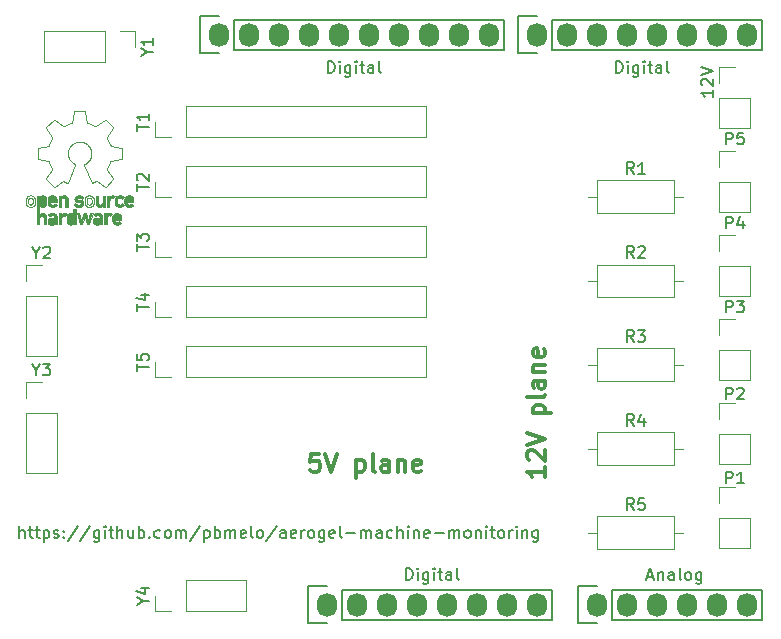
<source format=gbr>
%TF.GenerationSoftware,KiCad,Pcbnew,6.0.1*%
%TF.CreationDate,2022-02-15T15:15:00-07:00*%
%TF.ProjectId,aerogel_shield,6165726f-6765-46c5-9f73-6869656c642e,rev?*%
%TF.SameCoordinates,Original*%
%TF.FileFunction,Legend,Top*%
%TF.FilePolarity,Positive*%
%FSLAX46Y46*%
G04 Gerber Fmt 4.6, Leading zero omitted, Abs format (unit mm)*
G04 Created by KiCad (PCBNEW 6.0.1) date 2022-02-15 15:15:00*
%MOMM*%
%LPD*%
G01*
G04 APERTURE LIST*
%ADD10C,0.150000*%
%ADD11C,0.300000*%
%ADD12C,0.052916*%
%ADD13C,0.120000*%
%ADD14O,1.727200X2.032000*%
G04 APERTURE END LIST*
D10*
X112921619Y-118181380D02*
X112921619Y-117181380D01*
X113350190Y-118181380D02*
X113350190Y-117657571D01*
X113302571Y-117562333D01*
X113207333Y-117514714D01*
X113064476Y-117514714D01*
X112969238Y-117562333D01*
X112921619Y-117609952D01*
X113683523Y-117514714D02*
X114064476Y-117514714D01*
X113826380Y-117181380D02*
X113826380Y-118038523D01*
X113874000Y-118133761D01*
X113969238Y-118181380D01*
X114064476Y-118181380D01*
X114254952Y-117514714D02*
X114635904Y-117514714D01*
X114397809Y-117181380D02*
X114397809Y-118038523D01*
X114445428Y-118133761D01*
X114540666Y-118181380D01*
X114635904Y-118181380D01*
X114969238Y-117514714D02*
X114969238Y-118514714D01*
X114969238Y-117562333D02*
X115064476Y-117514714D01*
X115254952Y-117514714D01*
X115350190Y-117562333D01*
X115397809Y-117609952D01*
X115445428Y-117705190D01*
X115445428Y-117990904D01*
X115397809Y-118086142D01*
X115350190Y-118133761D01*
X115254952Y-118181380D01*
X115064476Y-118181380D01*
X114969238Y-118133761D01*
X115826380Y-118133761D02*
X115921619Y-118181380D01*
X116112095Y-118181380D01*
X116207333Y-118133761D01*
X116254952Y-118038523D01*
X116254952Y-117990904D01*
X116207333Y-117895666D01*
X116112095Y-117848047D01*
X115969238Y-117848047D01*
X115874000Y-117800428D01*
X115826380Y-117705190D01*
X115826380Y-117657571D01*
X115874000Y-117562333D01*
X115969238Y-117514714D01*
X116112095Y-117514714D01*
X116207333Y-117562333D01*
X116683523Y-118086142D02*
X116731142Y-118133761D01*
X116683523Y-118181380D01*
X116635904Y-118133761D01*
X116683523Y-118086142D01*
X116683523Y-118181380D01*
X116683523Y-117562333D02*
X116731142Y-117609952D01*
X116683523Y-117657571D01*
X116635904Y-117609952D01*
X116683523Y-117562333D01*
X116683523Y-117657571D01*
X117874000Y-117133761D02*
X117016857Y-118419476D01*
X118921619Y-117133761D02*
X118064476Y-118419476D01*
X119683523Y-117514714D02*
X119683523Y-118324238D01*
X119635904Y-118419476D01*
X119588285Y-118467095D01*
X119493047Y-118514714D01*
X119350190Y-118514714D01*
X119254952Y-118467095D01*
X119683523Y-118133761D02*
X119588285Y-118181380D01*
X119397809Y-118181380D01*
X119302571Y-118133761D01*
X119254952Y-118086142D01*
X119207333Y-117990904D01*
X119207333Y-117705190D01*
X119254952Y-117609952D01*
X119302571Y-117562333D01*
X119397809Y-117514714D01*
X119588285Y-117514714D01*
X119683523Y-117562333D01*
X120159714Y-118181380D02*
X120159714Y-117514714D01*
X120159714Y-117181380D02*
X120112095Y-117229000D01*
X120159714Y-117276619D01*
X120207333Y-117229000D01*
X120159714Y-117181380D01*
X120159714Y-117276619D01*
X120493047Y-117514714D02*
X120874000Y-117514714D01*
X120635904Y-117181380D02*
X120635904Y-118038523D01*
X120683523Y-118133761D01*
X120778761Y-118181380D01*
X120874000Y-118181380D01*
X121207333Y-118181380D02*
X121207333Y-117181380D01*
X121635904Y-118181380D02*
X121635904Y-117657571D01*
X121588285Y-117562333D01*
X121493047Y-117514714D01*
X121350190Y-117514714D01*
X121254952Y-117562333D01*
X121207333Y-117609952D01*
X122540666Y-117514714D02*
X122540666Y-118181380D01*
X122112095Y-117514714D02*
X122112095Y-118038523D01*
X122159714Y-118133761D01*
X122254952Y-118181380D01*
X122397809Y-118181380D01*
X122493047Y-118133761D01*
X122540666Y-118086142D01*
X123016857Y-118181380D02*
X123016857Y-117181380D01*
X123016857Y-117562333D02*
X123112095Y-117514714D01*
X123302571Y-117514714D01*
X123397809Y-117562333D01*
X123445428Y-117609952D01*
X123493047Y-117705190D01*
X123493047Y-117990904D01*
X123445428Y-118086142D01*
X123397809Y-118133761D01*
X123302571Y-118181380D01*
X123112095Y-118181380D01*
X123016857Y-118133761D01*
X123921619Y-118086142D02*
X123969238Y-118133761D01*
X123921619Y-118181380D01*
X123874000Y-118133761D01*
X123921619Y-118086142D01*
X123921619Y-118181380D01*
X124826380Y-118133761D02*
X124731142Y-118181380D01*
X124540666Y-118181380D01*
X124445428Y-118133761D01*
X124397809Y-118086142D01*
X124350190Y-117990904D01*
X124350190Y-117705190D01*
X124397809Y-117609952D01*
X124445428Y-117562333D01*
X124540666Y-117514714D01*
X124731142Y-117514714D01*
X124826380Y-117562333D01*
X125397809Y-118181380D02*
X125302571Y-118133761D01*
X125254952Y-118086142D01*
X125207333Y-117990904D01*
X125207333Y-117705190D01*
X125254952Y-117609952D01*
X125302571Y-117562333D01*
X125397809Y-117514714D01*
X125540666Y-117514714D01*
X125635904Y-117562333D01*
X125683523Y-117609952D01*
X125731142Y-117705190D01*
X125731142Y-117990904D01*
X125683523Y-118086142D01*
X125635904Y-118133761D01*
X125540666Y-118181380D01*
X125397809Y-118181380D01*
X126159714Y-118181380D02*
X126159714Y-117514714D01*
X126159714Y-117609952D02*
X126207333Y-117562333D01*
X126302571Y-117514714D01*
X126445428Y-117514714D01*
X126540666Y-117562333D01*
X126588285Y-117657571D01*
X126588285Y-118181380D01*
X126588285Y-117657571D02*
X126635904Y-117562333D01*
X126731142Y-117514714D01*
X126874000Y-117514714D01*
X126969238Y-117562333D01*
X127016857Y-117657571D01*
X127016857Y-118181380D01*
X128207333Y-117133761D02*
X127350190Y-118419476D01*
X128540666Y-117514714D02*
X128540666Y-118514714D01*
X128540666Y-117562333D02*
X128635904Y-117514714D01*
X128826380Y-117514714D01*
X128921619Y-117562333D01*
X128969238Y-117609952D01*
X129016857Y-117705190D01*
X129016857Y-117990904D01*
X128969238Y-118086142D01*
X128921619Y-118133761D01*
X128826380Y-118181380D01*
X128635904Y-118181380D01*
X128540666Y-118133761D01*
X129445428Y-118181380D02*
X129445428Y-117181380D01*
X129445428Y-117562333D02*
X129540666Y-117514714D01*
X129731142Y-117514714D01*
X129826380Y-117562333D01*
X129874000Y-117609952D01*
X129921619Y-117705190D01*
X129921619Y-117990904D01*
X129874000Y-118086142D01*
X129826380Y-118133761D01*
X129731142Y-118181380D01*
X129540666Y-118181380D01*
X129445428Y-118133761D01*
X130350190Y-118181380D02*
X130350190Y-117514714D01*
X130350190Y-117609952D02*
X130397809Y-117562333D01*
X130493047Y-117514714D01*
X130635904Y-117514714D01*
X130731142Y-117562333D01*
X130778761Y-117657571D01*
X130778761Y-118181380D01*
X130778761Y-117657571D02*
X130826380Y-117562333D01*
X130921619Y-117514714D01*
X131064476Y-117514714D01*
X131159714Y-117562333D01*
X131207333Y-117657571D01*
X131207333Y-118181380D01*
X132064476Y-118133761D02*
X131969238Y-118181380D01*
X131778761Y-118181380D01*
X131683523Y-118133761D01*
X131635904Y-118038523D01*
X131635904Y-117657571D01*
X131683523Y-117562333D01*
X131778761Y-117514714D01*
X131969238Y-117514714D01*
X132064476Y-117562333D01*
X132112095Y-117657571D01*
X132112095Y-117752809D01*
X131635904Y-117848047D01*
X132683523Y-118181380D02*
X132588285Y-118133761D01*
X132540666Y-118038523D01*
X132540666Y-117181380D01*
X133207333Y-118181380D02*
X133112095Y-118133761D01*
X133064476Y-118086142D01*
X133016857Y-117990904D01*
X133016857Y-117705190D01*
X133064476Y-117609952D01*
X133112095Y-117562333D01*
X133207333Y-117514714D01*
X133350190Y-117514714D01*
X133445428Y-117562333D01*
X133493047Y-117609952D01*
X133540666Y-117705190D01*
X133540666Y-117990904D01*
X133493047Y-118086142D01*
X133445428Y-118133761D01*
X133350190Y-118181380D01*
X133207333Y-118181380D01*
X134683523Y-117133761D02*
X133826380Y-118419476D01*
X135445428Y-118181380D02*
X135445428Y-117657571D01*
X135397809Y-117562333D01*
X135302571Y-117514714D01*
X135112095Y-117514714D01*
X135016857Y-117562333D01*
X135445428Y-118133761D02*
X135350190Y-118181380D01*
X135112095Y-118181380D01*
X135016857Y-118133761D01*
X134969238Y-118038523D01*
X134969238Y-117943285D01*
X135016857Y-117848047D01*
X135112095Y-117800428D01*
X135350190Y-117800428D01*
X135445428Y-117752809D01*
X136302571Y-118133761D02*
X136207333Y-118181380D01*
X136016857Y-118181380D01*
X135921619Y-118133761D01*
X135874000Y-118038523D01*
X135874000Y-117657571D01*
X135921619Y-117562333D01*
X136016857Y-117514714D01*
X136207333Y-117514714D01*
X136302571Y-117562333D01*
X136350190Y-117657571D01*
X136350190Y-117752809D01*
X135874000Y-117848047D01*
X136778761Y-118181380D02*
X136778761Y-117514714D01*
X136778761Y-117705190D02*
X136826380Y-117609952D01*
X136874000Y-117562333D01*
X136969238Y-117514714D01*
X137064476Y-117514714D01*
X137540666Y-118181380D02*
X137445428Y-118133761D01*
X137397809Y-118086142D01*
X137350190Y-117990904D01*
X137350190Y-117705190D01*
X137397809Y-117609952D01*
X137445428Y-117562333D01*
X137540666Y-117514714D01*
X137683523Y-117514714D01*
X137778761Y-117562333D01*
X137826380Y-117609952D01*
X137874000Y-117705190D01*
X137874000Y-117990904D01*
X137826380Y-118086142D01*
X137778761Y-118133761D01*
X137683523Y-118181380D01*
X137540666Y-118181380D01*
X138731142Y-117514714D02*
X138731142Y-118324238D01*
X138683523Y-118419476D01*
X138635904Y-118467095D01*
X138540666Y-118514714D01*
X138397809Y-118514714D01*
X138302571Y-118467095D01*
X138731142Y-118133761D02*
X138635904Y-118181380D01*
X138445428Y-118181380D01*
X138350190Y-118133761D01*
X138302571Y-118086142D01*
X138254952Y-117990904D01*
X138254952Y-117705190D01*
X138302571Y-117609952D01*
X138350190Y-117562333D01*
X138445428Y-117514714D01*
X138635904Y-117514714D01*
X138731142Y-117562333D01*
X139588285Y-118133761D02*
X139493047Y-118181380D01*
X139302571Y-118181380D01*
X139207333Y-118133761D01*
X139159714Y-118038523D01*
X139159714Y-117657571D01*
X139207333Y-117562333D01*
X139302571Y-117514714D01*
X139493047Y-117514714D01*
X139588285Y-117562333D01*
X139635904Y-117657571D01*
X139635904Y-117752809D01*
X139159714Y-117848047D01*
X140207333Y-118181380D02*
X140112095Y-118133761D01*
X140064476Y-118038523D01*
X140064476Y-117181380D01*
X140588285Y-117800428D02*
X141350190Y-117800428D01*
X141826380Y-118181380D02*
X141826380Y-117514714D01*
X141826380Y-117609952D02*
X141874000Y-117562333D01*
X141969238Y-117514714D01*
X142112095Y-117514714D01*
X142207333Y-117562333D01*
X142254952Y-117657571D01*
X142254952Y-118181380D01*
X142254952Y-117657571D02*
X142302571Y-117562333D01*
X142397809Y-117514714D01*
X142540666Y-117514714D01*
X142635904Y-117562333D01*
X142683523Y-117657571D01*
X142683523Y-118181380D01*
X143588285Y-118181380D02*
X143588285Y-117657571D01*
X143540666Y-117562333D01*
X143445428Y-117514714D01*
X143254952Y-117514714D01*
X143159714Y-117562333D01*
X143588285Y-118133761D02*
X143493047Y-118181380D01*
X143254952Y-118181380D01*
X143159714Y-118133761D01*
X143112095Y-118038523D01*
X143112095Y-117943285D01*
X143159714Y-117848047D01*
X143254952Y-117800428D01*
X143493047Y-117800428D01*
X143588285Y-117752809D01*
X144493047Y-118133761D02*
X144397809Y-118181380D01*
X144207333Y-118181380D01*
X144112095Y-118133761D01*
X144064476Y-118086142D01*
X144016857Y-117990904D01*
X144016857Y-117705190D01*
X144064476Y-117609952D01*
X144112095Y-117562333D01*
X144207333Y-117514714D01*
X144397809Y-117514714D01*
X144493047Y-117562333D01*
X144921619Y-118181380D02*
X144921619Y-117181380D01*
X145350190Y-118181380D02*
X145350190Y-117657571D01*
X145302571Y-117562333D01*
X145207333Y-117514714D01*
X145064476Y-117514714D01*
X144969238Y-117562333D01*
X144921619Y-117609952D01*
X145826380Y-118181380D02*
X145826380Y-117514714D01*
X145826380Y-117181380D02*
X145778761Y-117229000D01*
X145826380Y-117276619D01*
X145874000Y-117229000D01*
X145826380Y-117181380D01*
X145826380Y-117276619D01*
X146302571Y-117514714D02*
X146302571Y-118181380D01*
X146302571Y-117609952D02*
X146350190Y-117562333D01*
X146445428Y-117514714D01*
X146588285Y-117514714D01*
X146683523Y-117562333D01*
X146731142Y-117657571D01*
X146731142Y-118181380D01*
X147588285Y-118133761D02*
X147493047Y-118181380D01*
X147302571Y-118181380D01*
X147207333Y-118133761D01*
X147159714Y-118038523D01*
X147159714Y-117657571D01*
X147207333Y-117562333D01*
X147302571Y-117514714D01*
X147493047Y-117514714D01*
X147588285Y-117562333D01*
X147635904Y-117657571D01*
X147635904Y-117752809D01*
X147159714Y-117848047D01*
X148064476Y-117800428D02*
X148826380Y-117800428D01*
X149302571Y-118181380D02*
X149302571Y-117514714D01*
X149302571Y-117609952D02*
X149350190Y-117562333D01*
X149445428Y-117514714D01*
X149588285Y-117514714D01*
X149683523Y-117562333D01*
X149731142Y-117657571D01*
X149731142Y-118181380D01*
X149731142Y-117657571D02*
X149778761Y-117562333D01*
X149874000Y-117514714D01*
X150016857Y-117514714D01*
X150112095Y-117562333D01*
X150159714Y-117657571D01*
X150159714Y-118181380D01*
X150778761Y-118181380D02*
X150683523Y-118133761D01*
X150635904Y-118086142D01*
X150588285Y-117990904D01*
X150588285Y-117705190D01*
X150635904Y-117609952D01*
X150683523Y-117562333D01*
X150778761Y-117514714D01*
X150921619Y-117514714D01*
X151016857Y-117562333D01*
X151064476Y-117609952D01*
X151112095Y-117705190D01*
X151112095Y-117990904D01*
X151064476Y-118086142D01*
X151016857Y-118133761D01*
X150921619Y-118181380D01*
X150778761Y-118181380D01*
X151540666Y-117514714D02*
X151540666Y-118181380D01*
X151540666Y-117609952D02*
X151588285Y-117562333D01*
X151683523Y-117514714D01*
X151826380Y-117514714D01*
X151921619Y-117562333D01*
X151969238Y-117657571D01*
X151969238Y-118181380D01*
X152445428Y-118181380D02*
X152445428Y-117514714D01*
X152445428Y-117181380D02*
X152397809Y-117229000D01*
X152445428Y-117276619D01*
X152493047Y-117229000D01*
X152445428Y-117181380D01*
X152445428Y-117276619D01*
X152778761Y-117514714D02*
X153159714Y-117514714D01*
X152921619Y-117181380D02*
X152921619Y-118038523D01*
X152969238Y-118133761D01*
X153064476Y-118181380D01*
X153159714Y-118181380D01*
X153635904Y-118181380D02*
X153540666Y-118133761D01*
X153493047Y-118086142D01*
X153445428Y-117990904D01*
X153445428Y-117705190D01*
X153493047Y-117609952D01*
X153540666Y-117562333D01*
X153635904Y-117514714D01*
X153778761Y-117514714D01*
X153874000Y-117562333D01*
X153921619Y-117609952D01*
X153969238Y-117705190D01*
X153969238Y-117990904D01*
X153921619Y-118086142D01*
X153874000Y-118133761D01*
X153778761Y-118181380D01*
X153635904Y-118181380D01*
X154397809Y-118181380D02*
X154397809Y-117514714D01*
X154397809Y-117705190D02*
X154445428Y-117609952D01*
X154493047Y-117562333D01*
X154588285Y-117514714D01*
X154683523Y-117514714D01*
X155016857Y-118181380D02*
X155016857Y-117514714D01*
X155016857Y-117181380D02*
X154969238Y-117229000D01*
X155016857Y-117276619D01*
X155064476Y-117229000D01*
X155016857Y-117181380D01*
X155016857Y-117276619D01*
X155493047Y-117514714D02*
X155493047Y-118181380D01*
X155493047Y-117609952D02*
X155540666Y-117562333D01*
X155635904Y-117514714D01*
X155778761Y-117514714D01*
X155874000Y-117562333D01*
X155921619Y-117657571D01*
X155921619Y-118181380D01*
X156826380Y-117514714D02*
X156826380Y-118324238D01*
X156778761Y-118419476D01*
X156731142Y-118467095D01*
X156635904Y-118514714D01*
X156493047Y-118514714D01*
X156397809Y-118467095D01*
X156826380Y-118133761D02*
X156731142Y-118181380D01*
X156540666Y-118181380D01*
X156445428Y-118133761D01*
X156397809Y-118086142D01*
X156350190Y-117990904D01*
X156350190Y-117705190D01*
X156397809Y-117609952D01*
X156445428Y-117562333D01*
X156540666Y-117514714D01*
X156731142Y-117514714D01*
X156826380Y-117562333D01*
D11*
X157396571Y-112140428D02*
X157396571Y-112997571D01*
X157396571Y-112569000D02*
X155896571Y-112569000D01*
X156110857Y-112711857D01*
X156253714Y-112854714D01*
X156325142Y-112997571D01*
X156039428Y-111569000D02*
X155968000Y-111497571D01*
X155896571Y-111354714D01*
X155896571Y-110997571D01*
X155968000Y-110854714D01*
X156039428Y-110783285D01*
X156182285Y-110711857D01*
X156325142Y-110711857D01*
X156539428Y-110783285D01*
X157396571Y-111640428D01*
X157396571Y-110711857D01*
X155896571Y-110283285D02*
X157396571Y-109783285D01*
X155896571Y-109283285D01*
X156396571Y-107640428D02*
X157896571Y-107640428D01*
X156468000Y-107640428D02*
X156396571Y-107497571D01*
X156396571Y-107211857D01*
X156468000Y-107069000D01*
X156539428Y-106997571D01*
X156682285Y-106926142D01*
X157110857Y-106926142D01*
X157253714Y-106997571D01*
X157325142Y-107069000D01*
X157396571Y-107211857D01*
X157396571Y-107497571D01*
X157325142Y-107640428D01*
X157396571Y-106069000D02*
X157325142Y-106211857D01*
X157182285Y-106283285D01*
X155896571Y-106283285D01*
X157396571Y-104854714D02*
X156610857Y-104854714D01*
X156468000Y-104926142D01*
X156396571Y-105069000D01*
X156396571Y-105354714D01*
X156468000Y-105497571D01*
X157325142Y-104854714D02*
X157396571Y-104997571D01*
X157396571Y-105354714D01*
X157325142Y-105497571D01*
X157182285Y-105569000D01*
X157039428Y-105569000D01*
X156896571Y-105497571D01*
X156825142Y-105354714D01*
X156825142Y-104997571D01*
X156753714Y-104854714D01*
X156396571Y-104140428D02*
X157396571Y-104140428D01*
X156539428Y-104140428D02*
X156468000Y-104069000D01*
X156396571Y-103926142D01*
X156396571Y-103711857D01*
X156468000Y-103569000D01*
X156610857Y-103497571D01*
X157396571Y-103497571D01*
X157325142Y-102211857D02*
X157396571Y-102354714D01*
X157396571Y-102640428D01*
X157325142Y-102783285D01*
X157182285Y-102854714D01*
X156610857Y-102854714D01*
X156468000Y-102783285D01*
X156396571Y-102640428D01*
X156396571Y-102354714D01*
X156468000Y-102211857D01*
X156610857Y-102140428D01*
X156753714Y-102140428D01*
X156896571Y-102854714D01*
X138311428Y-111065571D02*
X137597142Y-111065571D01*
X137525714Y-111779857D01*
X137597142Y-111708428D01*
X137740000Y-111637000D01*
X138097142Y-111637000D01*
X138240000Y-111708428D01*
X138311428Y-111779857D01*
X138382857Y-111922714D01*
X138382857Y-112279857D01*
X138311428Y-112422714D01*
X138240000Y-112494142D01*
X138097142Y-112565571D01*
X137740000Y-112565571D01*
X137597142Y-112494142D01*
X137525714Y-112422714D01*
X138811428Y-111065571D02*
X139311428Y-112565571D01*
X139811428Y-111065571D01*
X141454285Y-111565571D02*
X141454285Y-113065571D01*
X141454285Y-111637000D02*
X141597142Y-111565571D01*
X141882857Y-111565571D01*
X142025714Y-111637000D01*
X142097142Y-111708428D01*
X142168571Y-111851285D01*
X142168571Y-112279857D01*
X142097142Y-112422714D01*
X142025714Y-112494142D01*
X141882857Y-112565571D01*
X141597142Y-112565571D01*
X141454285Y-112494142D01*
X143025714Y-112565571D02*
X142882857Y-112494142D01*
X142811428Y-112351285D01*
X142811428Y-111065571D01*
X144240000Y-112565571D02*
X144240000Y-111779857D01*
X144168571Y-111637000D01*
X144025714Y-111565571D01*
X143740000Y-111565571D01*
X143597142Y-111637000D01*
X144240000Y-112494142D02*
X144097142Y-112565571D01*
X143740000Y-112565571D01*
X143597142Y-112494142D01*
X143525714Y-112351285D01*
X143525714Y-112208428D01*
X143597142Y-112065571D01*
X143740000Y-111994142D01*
X144097142Y-111994142D01*
X144240000Y-111922714D01*
X144954285Y-111565571D02*
X144954285Y-112565571D01*
X144954285Y-111708428D02*
X145025714Y-111637000D01*
X145168571Y-111565571D01*
X145382857Y-111565571D01*
X145525714Y-111637000D01*
X145597142Y-111779857D01*
X145597142Y-112565571D01*
X146882857Y-112494142D02*
X146740000Y-112565571D01*
X146454285Y-112565571D01*
X146311428Y-112494142D01*
X146240000Y-112351285D01*
X146240000Y-111779857D01*
X146311428Y-111637000D01*
X146454285Y-111565571D01*
X146740000Y-111565571D01*
X146882857Y-111637000D01*
X146954285Y-111779857D01*
X146954285Y-111922714D01*
X146240000Y-112065571D01*
D10*
%TO.C,Digital*%
X145637523Y-121737380D02*
X145637523Y-120737380D01*
X145875619Y-120737380D01*
X146018476Y-120785000D01*
X146113714Y-120880238D01*
X146161333Y-120975476D01*
X146208952Y-121165952D01*
X146208952Y-121308809D01*
X146161333Y-121499285D01*
X146113714Y-121594523D01*
X146018476Y-121689761D01*
X145875619Y-121737380D01*
X145637523Y-121737380D01*
X146637523Y-121737380D02*
X146637523Y-121070714D01*
X146637523Y-120737380D02*
X146589904Y-120785000D01*
X146637523Y-120832619D01*
X146685142Y-120785000D01*
X146637523Y-120737380D01*
X146637523Y-120832619D01*
X147542285Y-121070714D02*
X147542285Y-121880238D01*
X147494666Y-121975476D01*
X147447047Y-122023095D01*
X147351809Y-122070714D01*
X147208952Y-122070714D01*
X147113714Y-122023095D01*
X147542285Y-121689761D02*
X147447047Y-121737380D01*
X147256571Y-121737380D01*
X147161333Y-121689761D01*
X147113714Y-121642142D01*
X147066095Y-121546904D01*
X147066095Y-121261190D01*
X147113714Y-121165952D01*
X147161333Y-121118333D01*
X147256571Y-121070714D01*
X147447047Y-121070714D01*
X147542285Y-121118333D01*
X148018476Y-121737380D02*
X148018476Y-121070714D01*
X148018476Y-120737380D02*
X147970857Y-120785000D01*
X148018476Y-120832619D01*
X148066095Y-120785000D01*
X148018476Y-120737380D01*
X148018476Y-120832619D01*
X148351809Y-121070714D02*
X148732761Y-121070714D01*
X148494666Y-120737380D02*
X148494666Y-121594523D01*
X148542285Y-121689761D01*
X148637523Y-121737380D01*
X148732761Y-121737380D01*
X149494666Y-121737380D02*
X149494666Y-121213571D01*
X149447047Y-121118333D01*
X149351809Y-121070714D01*
X149161333Y-121070714D01*
X149066095Y-121118333D01*
X149494666Y-121689761D02*
X149399428Y-121737380D01*
X149161333Y-121737380D01*
X149066095Y-121689761D01*
X149018476Y-121594523D01*
X149018476Y-121499285D01*
X149066095Y-121404047D01*
X149161333Y-121356428D01*
X149399428Y-121356428D01*
X149494666Y-121308809D01*
X150113714Y-121737380D02*
X150018476Y-121689761D01*
X149970857Y-121594523D01*
X149970857Y-120737380D01*
%TO.C,Analog*%
X166092476Y-121451666D02*
X166568666Y-121451666D01*
X165997238Y-121737380D02*
X166330571Y-120737380D01*
X166663904Y-121737380D01*
X166997238Y-121070714D02*
X166997238Y-121737380D01*
X166997238Y-121165952D02*
X167044857Y-121118333D01*
X167140095Y-121070714D01*
X167282952Y-121070714D01*
X167378190Y-121118333D01*
X167425809Y-121213571D01*
X167425809Y-121737380D01*
X168330571Y-121737380D02*
X168330571Y-121213571D01*
X168282952Y-121118333D01*
X168187714Y-121070714D01*
X167997238Y-121070714D01*
X167902000Y-121118333D01*
X168330571Y-121689761D02*
X168235333Y-121737380D01*
X167997238Y-121737380D01*
X167902000Y-121689761D01*
X167854380Y-121594523D01*
X167854380Y-121499285D01*
X167902000Y-121404047D01*
X167997238Y-121356428D01*
X168235333Y-121356428D01*
X168330571Y-121308809D01*
X168949619Y-121737380D02*
X168854380Y-121689761D01*
X168806761Y-121594523D01*
X168806761Y-120737380D01*
X169473428Y-121737380D02*
X169378190Y-121689761D01*
X169330571Y-121642142D01*
X169282952Y-121546904D01*
X169282952Y-121261190D01*
X169330571Y-121165952D01*
X169378190Y-121118333D01*
X169473428Y-121070714D01*
X169616285Y-121070714D01*
X169711523Y-121118333D01*
X169759142Y-121165952D01*
X169806761Y-121261190D01*
X169806761Y-121546904D01*
X169759142Y-121642142D01*
X169711523Y-121689761D01*
X169616285Y-121737380D01*
X169473428Y-121737380D01*
X170663904Y-121070714D02*
X170663904Y-121880238D01*
X170616285Y-121975476D01*
X170568666Y-122023095D01*
X170473428Y-122070714D01*
X170330571Y-122070714D01*
X170235333Y-122023095D01*
X170663904Y-121689761D02*
X170568666Y-121737380D01*
X170378190Y-121737380D01*
X170282952Y-121689761D01*
X170235333Y-121642142D01*
X170187714Y-121546904D01*
X170187714Y-121261190D01*
X170235333Y-121165952D01*
X170282952Y-121118333D01*
X170378190Y-121070714D01*
X170568666Y-121070714D01*
X170663904Y-121118333D01*
%TO.C,Digital*%
X139033523Y-78811380D02*
X139033523Y-77811380D01*
X139271619Y-77811380D01*
X139414476Y-77859000D01*
X139509714Y-77954238D01*
X139557333Y-78049476D01*
X139604952Y-78239952D01*
X139604952Y-78382809D01*
X139557333Y-78573285D01*
X139509714Y-78668523D01*
X139414476Y-78763761D01*
X139271619Y-78811380D01*
X139033523Y-78811380D01*
X140033523Y-78811380D02*
X140033523Y-78144714D01*
X140033523Y-77811380D02*
X139985904Y-77859000D01*
X140033523Y-77906619D01*
X140081142Y-77859000D01*
X140033523Y-77811380D01*
X140033523Y-77906619D01*
X140938285Y-78144714D02*
X140938285Y-78954238D01*
X140890666Y-79049476D01*
X140843047Y-79097095D01*
X140747809Y-79144714D01*
X140604952Y-79144714D01*
X140509714Y-79097095D01*
X140938285Y-78763761D02*
X140843047Y-78811380D01*
X140652571Y-78811380D01*
X140557333Y-78763761D01*
X140509714Y-78716142D01*
X140462095Y-78620904D01*
X140462095Y-78335190D01*
X140509714Y-78239952D01*
X140557333Y-78192333D01*
X140652571Y-78144714D01*
X140843047Y-78144714D01*
X140938285Y-78192333D01*
X141414476Y-78811380D02*
X141414476Y-78144714D01*
X141414476Y-77811380D02*
X141366857Y-77859000D01*
X141414476Y-77906619D01*
X141462095Y-77859000D01*
X141414476Y-77811380D01*
X141414476Y-77906619D01*
X141747809Y-78144714D02*
X142128761Y-78144714D01*
X141890666Y-77811380D02*
X141890666Y-78668523D01*
X141938285Y-78763761D01*
X142033523Y-78811380D01*
X142128761Y-78811380D01*
X142890666Y-78811380D02*
X142890666Y-78287571D01*
X142843047Y-78192333D01*
X142747809Y-78144714D01*
X142557333Y-78144714D01*
X142462095Y-78192333D01*
X142890666Y-78763761D02*
X142795428Y-78811380D01*
X142557333Y-78811380D01*
X142462095Y-78763761D01*
X142414476Y-78668523D01*
X142414476Y-78573285D01*
X142462095Y-78478047D01*
X142557333Y-78430428D01*
X142795428Y-78430428D01*
X142890666Y-78382809D01*
X143509714Y-78811380D02*
X143414476Y-78763761D01*
X143366857Y-78668523D01*
X143366857Y-77811380D01*
X163417523Y-78811380D02*
X163417523Y-77811380D01*
X163655619Y-77811380D01*
X163798476Y-77859000D01*
X163893714Y-77954238D01*
X163941333Y-78049476D01*
X163988952Y-78239952D01*
X163988952Y-78382809D01*
X163941333Y-78573285D01*
X163893714Y-78668523D01*
X163798476Y-78763761D01*
X163655619Y-78811380D01*
X163417523Y-78811380D01*
X164417523Y-78811380D02*
X164417523Y-78144714D01*
X164417523Y-77811380D02*
X164369904Y-77859000D01*
X164417523Y-77906619D01*
X164465142Y-77859000D01*
X164417523Y-77811380D01*
X164417523Y-77906619D01*
X165322285Y-78144714D02*
X165322285Y-78954238D01*
X165274666Y-79049476D01*
X165227047Y-79097095D01*
X165131809Y-79144714D01*
X164988952Y-79144714D01*
X164893714Y-79097095D01*
X165322285Y-78763761D02*
X165227047Y-78811380D01*
X165036571Y-78811380D01*
X164941333Y-78763761D01*
X164893714Y-78716142D01*
X164846095Y-78620904D01*
X164846095Y-78335190D01*
X164893714Y-78239952D01*
X164941333Y-78192333D01*
X165036571Y-78144714D01*
X165227047Y-78144714D01*
X165322285Y-78192333D01*
X165798476Y-78811380D02*
X165798476Y-78144714D01*
X165798476Y-77811380D02*
X165750857Y-77859000D01*
X165798476Y-77906619D01*
X165846095Y-77859000D01*
X165798476Y-77811380D01*
X165798476Y-77906619D01*
X166131809Y-78144714D02*
X166512761Y-78144714D01*
X166274666Y-77811380D02*
X166274666Y-78668523D01*
X166322285Y-78763761D01*
X166417523Y-78811380D01*
X166512761Y-78811380D01*
X167274666Y-78811380D02*
X167274666Y-78287571D01*
X167227047Y-78192333D01*
X167131809Y-78144714D01*
X166941333Y-78144714D01*
X166846095Y-78192333D01*
X167274666Y-78763761D02*
X167179428Y-78811380D01*
X166941333Y-78811380D01*
X166846095Y-78763761D01*
X166798476Y-78668523D01*
X166798476Y-78573285D01*
X166846095Y-78478047D01*
X166941333Y-78430428D01*
X167179428Y-78430428D01*
X167274666Y-78382809D01*
X167893714Y-78811380D02*
X167798476Y-78763761D01*
X167750857Y-78668523D01*
X167750857Y-77811380D01*
%TO.C,T3*%
X122852380Y-93852904D02*
X122852380Y-93281476D01*
X123852380Y-93567190D02*
X122852380Y-93567190D01*
X122852380Y-93043380D02*
X122852380Y-92424333D01*
X123233333Y-92757666D01*
X123233333Y-92614809D01*
X123280952Y-92519571D01*
X123328571Y-92471952D01*
X123423809Y-92424333D01*
X123661904Y-92424333D01*
X123757142Y-92471952D01*
X123804761Y-92519571D01*
X123852380Y-92614809D01*
X123852380Y-92900523D01*
X123804761Y-92995761D01*
X123757142Y-93043380D01*
%TO.C,Y1*%
X123718190Y-77057190D02*
X124194380Y-77057190D01*
X123194380Y-77390523D02*
X123718190Y-77057190D01*
X123194380Y-76723857D01*
X124194380Y-75866714D02*
X124194380Y-76438142D01*
X124194380Y-76152428D02*
X123194380Y-76152428D01*
X123337238Y-76247666D01*
X123432476Y-76342904D01*
X123480095Y-76438142D01*
%TO.C,Y4*%
X123376190Y-123539190D02*
X123852380Y-123539190D01*
X122852380Y-123872523D02*
X123376190Y-123539190D01*
X122852380Y-123205857D01*
X123185714Y-122443952D02*
X123852380Y-122443952D01*
X122804761Y-122682047D02*
X123519047Y-122920142D01*
X123519047Y-122301095D01*
%TO.C,P5*%
X172743904Y-84868380D02*
X172743904Y-83868380D01*
X173124857Y-83868380D01*
X173220095Y-83916000D01*
X173267714Y-83963619D01*
X173315333Y-84058857D01*
X173315333Y-84201714D01*
X173267714Y-84296952D01*
X173220095Y-84344571D01*
X173124857Y-84392190D01*
X172743904Y-84392190D01*
X174220095Y-83868380D02*
X173743904Y-83868380D01*
X173696285Y-84344571D01*
X173743904Y-84296952D01*
X173839142Y-84249333D01*
X174077238Y-84249333D01*
X174172476Y-84296952D01*
X174220095Y-84344571D01*
X174267714Y-84439809D01*
X174267714Y-84677904D01*
X174220095Y-84773142D01*
X174172476Y-84820761D01*
X174077238Y-84868380D01*
X173839142Y-84868380D01*
X173743904Y-84820761D01*
X173696285Y-84773142D01*
%TO.C,T2*%
X122852380Y-88772904D02*
X122852380Y-88201476D01*
X123852380Y-88487190D02*
X122852380Y-88487190D01*
X122947619Y-87915761D02*
X122900000Y-87868142D01*
X122852380Y-87772904D01*
X122852380Y-87534809D01*
X122900000Y-87439571D01*
X122947619Y-87391952D01*
X123042857Y-87344333D01*
X123138095Y-87344333D01*
X123280952Y-87391952D01*
X123852380Y-87963380D01*
X123852380Y-87344333D01*
%TO.C,P4*%
X172743904Y-91980380D02*
X172743904Y-90980380D01*
X173124857Y-90980380D01*
X173220095Y-91028000D01*
X173267714Y-91075619D01*
X173315333Y-91170857D01*
X173315333Y-91313714D01*
X173267714Y-91408952D01*
X173220095Y-91456571D01*
X173124857Y-91504190D01*
X172743904Y-91504190D01*
X174172476Y-91313714D02*
X174172476Y-91980380D01*
X173934380Y-90932761D02*
X173696285Y-91647047D01*
X174315333Y-91647047D01*
%TO.C,T4*%
X122852380Y-98932904D02*
X122852380Y-98361476D01*
X123852380Y-98647190D02*
X122852380Y-98647190D01*
X123185714Y-97599571D02*
X123852380Y-97599571D01*
X122804761Y-97837666D02*
X123519047Y-98075761D01*
X123519047Y-97456714D01*
%TO.C,P2*%
X172743904Y-106448380D02*
X172743904Y-105448380D01*
X173124857Y-105448380D01*
X173220095Y-105496000D01*
X173267714Y-105543619D01*
X173315333Y-105638857D01*
X173315333Y-105781714D01*
X173267714Y-105876952D01*
X173220095Y-105924571D01*
X173124857Y-105972190D01*
X172743904Y-105972190D01*
X173696285Y-105543619D02*
X173743904Y-105496000D01*
X173839142Y-105448380D01*
X174077238Y-105448380D01*
X174172476Y-105496000D01*
X174220095Y-105543619D01*
X174267714Y-105638857D01*
X174267714Y-105734095D01*
X174220095Y-105876952D01*
X173648666Y-106448380D01*
X174267714Y-106448380D01*
%TO.C,Y3*%
X114331809Y-103945190D02*
X114331809Y-104421380D01*
X113998476Y-103421380D02*
X114331809Y-103945190D01*
X114665142Y-103421380D01*
X114903238Y-103421380D02*
X115522285Y-103421380D01*
X115188952Y-103802333D01*
X115331809Y-103802333D01*
X115427047Y-103849952D01*
X115474666Y-103897571D01*
X115522285Y-103992809D01*
X115522285Y-104230904D01*
X115474666Y-104326142D01*
X115427047Y-104373761D01*
X115331809Y-104421380D01*
X115046095Y-104421380D01*
X114950857Y-104373761D01*
X114903238Y-104326142D01*
%TO.C,P1*%
X172743904Y-113560380D02*
X172743904Y-112560380D01*
X173124857Y-112560380D01*
X173220095Y-112608000D01*
X173267714Y-112655619D01*
X173315333Y-112750857D01*
X173315333Y-112893714D01*
X173267714Y-112988952D01*
X173220095Y-113036571D01*
X173124857Y-113084190D01*
X172743904Y-113084190D01*
X174267714Y-113560380D02*
X173696285Y-113560380D01*
X173982000Y-113560380D02*
X173982000Y-112560380D01*
X173886761Y-112703238D01*
X173791523Y-112798476D01*
X173696285Y-112846095D01*
%TO.C,R5*%
X164933333Y-115811380D02*
X164600000Y-115335190D01*
X164361904Y-115811380D02*
X164361904Y-114811380D01*
X164742857Y-114811380D01*
X164838095Y-114859000D01*
X164885714Y-114906619D01*
X164933333Y-115001857D01*
X164933333Y-115144714D01*
X164885714Y-115239952D01*
X164838095Y-115287571D01*
X164742857Y-115335190D01*
X164361904Y-115335190D01*
X165838095Y-114811380D02*
X165361904Y-114811380D01*
X165314285Y-115287571D01*
X165361904Y-115239952D01*
X165457142Y-115192333D01*
X165695238Y-115192333D01*
X165790476Y-115239952D01*
X165838095Y-115287571D01*
X165885714Y-115382809D01*
X165885714Y-115620904D01*
X165838095Y-115716142D01*
X165790476Y-115763761D01*
X165695238Y-115811380D01*
X165457142Y-115811380D01*
X165361904Y-115763761D01*
X165314285Y-115716142D01*
%TO.C,Y2*%
X114331809Y-94039190D02*
X114331809Y-94515380D01*
X113998476Y-93515380D02*
X114331809Y-94039190D01*
X114665142Y-93515380D01*
X114950857Y-93610619D02*
X114998476Y-93563000D01*
X115093714Y-93515380D01*
X115331809Y-93515380D01*
X115427047Y-93563000D01*
X115474666Y-93610619D01*
X115522285Y-93705857D01*
X115522285Y-93801095D01*
X115474666Y-93943952D01*
X114903238Y-94515380D01*
X115522285Y-94515380D01*
%TO.C,P3*%
X172743904Y-99087380D02*
X172743904Y-98087380D01*
X173124857Y-98087380D01*
X173220095Y-98135000D01*
X173267714Y-98182619D01*
X173315333Y-98277857D01*
X173315333Y-98420714D01*
X173267714Y-98515952D01*
X173220095Y-98563571D01*
X173124857Y-98611190D01*
X172743904Y-98611190D01*
X173648666Y-98087380D02*
X174267714Y-98087380D01*
X173934380Y-98468333D01*
X174077238Y-98468333D01*
X174172476Y-98515952D01*
X174220095Y-98563571D01*
X174267714Y-98658809D01*
X174267714Y-98896904D01*
X174220095Y-98992142D01*
X174172476Y-99039761D01*
X174077238Y-99087380D01*
X173791523Y-99087380D01*
X173696285Y-99039761D01*
X173648666Y-98992142D01*
%TO.C,R4*%
X164933333Y-108699380D02*
X164600000Y-108223190D01*
X164361904Y-108699380D02*
X164361904Y-107699380D01*
X164742857Y-107699380D01*
X164838095Y-107747000D01*
X164885714Y-107794619D01*
X164933333Y-107889857D01*
X164933333Y-108032714D01*
X164885714Y-108127952D01*
X164838095Y-108175571D01*
X164742857Y-108223190D01*
X164361904Y-108223190D01*
X165790476Y-108032714D02*
X165790476Y-108699380D01*
X165552380Y-107651761D02*
X165314285Y-108366047D01*
X165933333Y-108366047D01*
%TO.C,R3*%
X164933333Y-101587380D02*
X164600000Y-101111190D01*
X164361904Y-101587380D02*
X164361904Y-100587380D01*
X164742857Y-100587380D01*
X164838095Y-100635000D01*
X164885714Y-100682619D01*
X164933333Y-100777857D01*
X164933333Y-100920714D01*
X164885714Y-101015952D01*
X164838095Y-101063571D01*
X164742857Y-101111190D01*
X164361904Y-101111190D01*
X165266666Y-100587380D02*
X165885714Y-100587380D01*
X165552380Y-100968333D01*
X165695238Y-100968333D01*
X165790476Y-101015952D01*
X165838095Y-101063571D01*
X165885714Y-101158809D01*
X165885714Y-101396904D01*
X165838095Y-101492142D01*
X165790476Y-101539761D01*
X165695238Y-101587380D01*
X165409523Y-101587380D01*
X165314285Y-101539761D01*
X165266666Y-101492142D01*
%TO.C,R2*%
X164933333Y-94485380D02*
X164600000Y-94009190D01*
X164361904Y-94485380D02*
X164361904Y-93485380D01*
X164742857Y-93485380D01*
X164838095Y-93533000D01*
X164885714Y-93580619D01*
X164933333Y-93675857D01*
X164933333Y-93818714D01*
X164885714Y-93913952D01*
X164838095Y-93961571D01*
X164742857Y-94009190D01*
X164361904Y-94009190D01*
X165314285Y-93580619D02*
X165361904Y-93533000D01*
X165457142Y-93485380D01*
X165695238Y-93485380D01*
X165790476Y-93533000D01*
X165838095Y-93580619D01*
X165885714Y-93675857D01*
X165885714Y-93771095D01*
X165838095Y-93913952D01*
X165266666Y-94485380D01*
X165885714Y-94485380D01*
%TO.C,T1*%
X122852380Y-83692904D02*
X122852380Y-83121476D01*
X123852380Y-83407190D02*
X122852380Y-83407190D01*
X123852380Y-82264333D02*
X123852380Y-82835761D01*
X123852380Y-82550047D02*
X122852380Y-82550047D01*
X122995238Y-82645285D01*
X123090476Y-82740523D01*
X123138095Y-82835761D01*
%TO.C,R1*%
X164933333Y-87368380D02*
X164600000Y-86892190D01*
X164361904Y-87368380D02*
X164361904Y-86368380D01*
X164742857Y-86368380D01*
X164838095Y-86416000D01*
X164885714Y-86463619D01*
X164933333Y-86558857D01*
X164933333Y-86701714D01*
X164885714Y-86796952D01*
X164838095Y-86844571D01*
X164742857Y-86892190D01*
X164361904Y-86892190D01*
X165885714Y-87368380D02*
X165314285Y-87368380D01*
X165600000Y-87368380D02*
X165600000Y-86368380D01*
X165504761Y-86511238D01*
X165409523Y-86606476D01*
X165314285Y-86654095D01*
%TO.C,T5*%
X122852380Y-104012904D02*
X122852380Y-103441476D01*
X123852380Y-103727190D02*
X122852380Y-103727190D01*
X122852380Y-102631952D02*
X122852380Y-103108142D01*
X123328571Y-103155761D01*
X123280952Y-103108142D01*
X123233333Y-103012904D01*
X123233333Y-102774809D01*
X123280952Y-102679571D01*
X123328571Y-102631952D01*
X123423809Y-102584333D01*
X123661904Y-102584333D01*
X123757142Y-102631952D01*
X123804761Y-102679571D01*
X123852380Y-102774809D01*
X123852380Y-103012904D01*
X123804761Y-103108142D01*
X123757142Y-103155761D01*
%TO.C,12V*%
X171648380Y-80248047D02*
X171648380Y-80819476D01*
X171648380Y-80533761D02*
X170648380Y-80533761D01*
X170791238Y-80629000D01*
X170886476Y-80724238D01*
X170934095Y-80819476D01*
X170743619Y-79867095D02*
X170696000Y-79819476D01*
X170648380Y-79724238D01*
X170648380Y-79486142D01*
X170696000Y-79390904D01*
X170743619Y-79343285D01*
X170838857Y-79295666D01*
X170934095Y-79295666D01*
X171076952Y-79343285D01*
X171648380Y-79914714D01*
X171648380Y-79295666D01*
X170648380Y-79009952D02*
X171648380Y-78676619D01*
X170648380Y-78343285D01*
D12*
%TO.C,REF\u002A\u002A*%
X119152644Y-89985577D02*
X119162927Y-89969447D01*
X119162927Y-89364616D02*
X119152644Y-89348510D01*
X114941056Y-89454188D02*
X114935575Y-89444461D01*
X114203811Y-89399125D02*
X114195371Y-89381426D01*
X114034611Y-89498614D02*
X114037981Y-89509647D01*
X118867432Y-89182294D02*
X118854412Y-89181401D01*
X120360916Y-87044847D02*
X120358750Y-87041372D01*
X113785368Y-90148933D02*
X113797713Y-90150482D01*
X118501000Y-86494938D02*
X118424853Y-86541557D01*
X114241807Y-89703304D02*
X114242162Y-89666128D01*
X114063721Y-89238444D02*
X114047700Y-89228840D01*
X113583215Y-90053484D02*
X113595257Y-90064383D01*
X118647083Y-89845781D02*
X118643249Y-89835447D01*
X114010538Y-89450582D02*
X114016380Y-89459795D01*
X117108764Y-91166950D02*
X117109518Y-91112308D01*
X114026485Y-89478477D02*
X114030785Y-89488280D01*
X116639393Y-83307767D02*
X115887765Y-82791935D01*
X115182878Y-83451586D02*
X115182019Y-83455592D01*
X115880687Y-82788037D02*
X115878812Y-82787276D01*
X118908873Y-86051970D02*
X118880545Y-86106490D01*
X118437084Y-89737701D02*
X118438905Y-89769483D01*
X120157046Y-82786005D02*
X120155110Y-82786598D01*
X119055621Y-89248526D02*
X119040650Y-89238444D01*
X117251900Y-84994220D02*
X117283021Y-84958294D01*
X117964966Y-84635200D02*
X118015914Y-84633912D01*
X113662944Y-89509492D02*
X113666318Y-89498517D01*
X120192840Y-82789314D02*
X120191000Y-82788453D01*
X120849372Y-87761962D02*
X120848863Y-87759994D01*
X118981008Y-89892876D02*
X118981008Y-89892876D01*
X119152644Y-89348510D02*
X119141407Y-89332919D01*
X114228815Y-89851059D02*
X114232973Y-89825961D01*
X114973153Y-89667979D02*
X114972399Y-89612730D01*
X115675886Y-86977220D02*
X115675886Y-86977220D01*
X116659020Y-83316231D02*
X116654707Y-83315024D01*
X114608793Y-89821224D02*
X114615160Y-89844499D01*
X117483440Y-91245771D02*
X117481232Y-91271715D01*
X117026321Y-85656759D02*
X117025790Y-85624035D01*
X114712150Y-89951398D02*
X114724693Y-89955217D01*
X116643785Y-87970096D02*
X116948056Y-88132550D01*
X117123434Y-85194771D02*
X117145301Y-85152079D01*
X119218673Y-89703304D02*
X119219028Y-89666128D01*
X114048665Y-89581146D02*
X114049704Y-89599883D01*
X115433369Y-84918709D02*
X115432658Y-84920622D01*
X118406438Y-86598231D02*
X118406438Y-86598231D01*
X115186784Y-87750596D02*
X115185856Y-87752387D01*
X113670305Y-89219815D02*
X113653198Y-89228840D01*
X120196391Y-82791268D02*
X120194638Y-82790253D01*
X116971959Y-88135995D02*
X116973728Y-88135591D01*
X119421433Y-87962634D02*
X119425917Y-87962918D01*
X118585202Y-90075108D02*
X118599158Y-90085557D01*
X118459812Y-89437957D02*
X118453994Y-89459442D01*
X120144169Y-88445975D02*
X120145863Y-88447068D01*
X120837377Y-87807377D02*
X120837377Y-87807377D01*
X115852618Y-88452847D02*
X115856683Y-88453384D01*
X120328858Y-84244717D02*
X120330296Y-84240566D01*
X116605928Y-87962888D02*
X116610415Y-87962602D01*
X113477086Y-89874330D02*
X113482894Y-89895918D01*
X114623381Y-89866430D02*
X114628259Y-89876811D01*
X115700069Y-84296621D02*
X115700069Y-84296621D01*
X113572079Y-89291593D02*
X113561813Y-89302537D01*
X113536404Y-89332934D02*
X113525168Y-89348529D01*
X116996352Y-88117738D02*
X116997247Y-88115971D01*
X113920485Y-89383413D02*
X113931111Y-89387341D01*
X113649919Y-89666128D02*
X113650473Y-89619248D01*
X113862694Y-89372204D02*
X113874745Y-89373222D01*
X121534643Y-86107185D02*
X121536349Y-86106078D01*
X118969029Y-89426932D02*
X118975373Y-89433956D01*
X117538507Y-82087886D02*
X117535461Y-82090629D01*
X120612362Y-84940653D02*
X120609356Y-84937233D01*
X117513407Y-86483072D02*
X117507140Y-86478361D01*
X117146342Y-90945066D02*
X117152409Y-90935853D01*
X118403364Y-86578517D02*
X118403268Y-86580530D01*
X117310059Y-83065779D02*
X116706968Y-83312635D01*
X118908015Y-89946749D02*
X118897387Y-89950680D01*
X117768480Y-84665083D02*
X117816381Y-84654027D01*
X118827338Y-90153331D02*
X118827338Y-90153331D01*
X113927570Y-89186938D02*
X113915557Y-89185076D01*
X119389117Y-83309941D02*
X119385378Y-83311876D01*
X117554421Y-82078905D02*
X117552514Y-82079599D01*
X117627350Y-86570535D02*
X117626256Y-86566640D01*
X119051295Y-88133124D02*
X119052940Y-88133879D01*
X114175730Y-89348510D02*
X114164491Y-89332919D01*
X115410985Y-86315497D02*
X115675886Y-86977220D01*
X113525168Y-89985581D02*
X113536404Y-90001183D01*
X117116427Y-91033864D02*
X117121215Y-91009533D01*
X113696803Y-89441232D02*
X113696803Y-89441232D01*
X113797713Y-89183524D02*
X113773352Y-89186938D01*
X119049688Y-88132285D02*
X119051295Y-88133124D01*
X120358750Y-87041372D02*
X120356819Y-87037635D01*
X118946132Y-89407672D02*
X118954370Y-89413760D01*
X120642004Y-84960795D02*
X120638001Y-84959189D01*
X118572222Y-90064383D02*
X118585202Y-90075108D01*
X120145863Y-88447068D02*
X120147607Y-88448076D01*
X120325647Y-84262496D02*
X120326064Y-84257943D01*
X121541193Y-86102332D02*
X121542707Y-86100952D01*
X116957255Y-88135859D02*
X116959116Y-88136215D01*
X113826183Y-89960886D02*
X113814334Y-89959226D01*
X118493474Y-82087886D02*
X118491871Y-82086606D01*
X117225587Y-91452690D02*
X117213769Y-91448331D01*
X118403760Y-86588552D02*
X118404109Y-86590530D01*
X115884265Y-88448024D02*
X115886014Y-88447016D01*
X114783870Y-89371858D02*
X114783870Y-89371858D01*
X118639871Y-89509492D02*
X118643249Y-89498517D01*
X118356328Y-84693991D02*
X118401288Y-84711719D01*
X117519523Y-86487463D02*
X117513407Y-86483072D01*
X118779896Y-84994220D02*
X118809288Y-85031624D01*
X115188248Y-87799372D02*
X115189337Y-87801077D01*
X117530880Y-86494938D02*
X117530880Y-86494938D01*
X120667167Y-86271852D02*
X120669169Y-86271350D01*
X120331864Y-84296621D02*
X120331864Y-84296621D01*
X118916173Y-89189097D02*
X118904479Y-89186938D01*
X117435602Y-90929636D02*
X117442220Y-90938623D01*
X114597190Y-89719912D02*
X114598477Y-89745951D01*
X118453994Y-89459442D02*
X118449013Y-89482564D01*
X117521937Y-82115131D02*
X117354509Y-83014873D01*
X116980516Y-88133089D02*
X116982125Y-88132248D01*
X118549049Y-89291593D02*
X118538784Y-89302537D01*
X117325101Y-83057952D02*
X117321441Y-83060384D01*
X116982125Y-88132248D02*
X116983691Y-88131324D01*
X118424853Y-86541557D02*
X118424853Y-86541557D01*
X117051012Y-85846932D02*
X117044419Y-85816052D01*
X115191743Y-87804323D02*
X115193059Y-87805856D01*
X120840094Y-87804376D02*
X120841339Y-87802782D01*
X113696803Y-89892876D02*
X113690408Y-89883508D01*
X117528908Y-82098444D02*
X117527804Y-82100152D01*
X113773352Y-90147073D02*
X113785368Y-90148933D01*
X120849079Y-87786307D02*
X120849936Y-87782297D01*
X114484772Y-85141409D02*
X114483494Y-85143012D01*
X120842933Y-87747210D02*
X120360916Y-87044847D01*
X116964685Y-88136692D02*
X116966527Y-88136659D01*
X114030595Y-90114239D02*
X114047700Y-90105224D01*
X117225587Y-90882851D02*
X117238258Y-90879225D01*
X118459812Y-89895918D02*
X118466487Y-89916036D01*
X117448229Y-90948109D02*
X117453658Y-90958061D01*
X114879144Y-89942558D02*
X114889348Y-89936823D01*
X119194917Y-89895899D02*
X119200726Y-89874309D01*
X118630539Y-89769976D02*
X118629155Y-89752948D01*
X114972399Y-89722586D02*
X114973004Y-89695369D01*
X115704245Y-84249019D02*
X115705169Y-84253439D01*
X115887712Y-88445923D02*
X115887712Y-88445923D01*
X117458536Y-90968447D02*
X117462893Y-90979233D01*
X120845985Y-87752439D02*
X120845053Y-87750648D01*
X121525738Y-85126328D02*
X121523818Y-85125714D01*
X118614127Y-89238445D02*
X118599159Y-89248526D01*
X118410806Y-86555678D02*
X118409769Y-86557408D01*
X115880634Y-88449786D02*
X115882471Y-88448947D01*
X113969233Y-89926411D02*
X113960437Y-89932127D01*
X117428345Y-90921180D02*
X117435602Y-90929636D01*
X118414336Y-86550784D02*
X118413091Y-86552362D01*
X117524955Y-82105519D02*
X117524170Y-82107381D01*
X114002828Y-89207586D02*
X113992992Y-89203910D01*
X113670305Y-90114239D02*
X113679276Y-90118498D01*
X118463642Y-82076555D02*
X118463642Y-82076555D01*
X119354783Y-83318559D02*
X119350200Y-83318504D01*
X117354509Y-83014873D02*
X117354509Y-83014873D01*
X114483494Y-85143012D02*
X114482280Y-85144663D01*
X118263343Y-84665083D02*
X118310325Y-84678425D01*
X115703068Y-84244717D02*
X115704245Y-84249019D01*
X114604056Y-89537841D02*
X114600693Y-89563199D01*
X114950378Y-89474997D02*
X114945980Y-89464376D01*
X114670116Y-89928851D02*
X114679463Y-89935513D01*
X118720064Y-83065097D02*
X118718152Y-83064324D01*
X115860778Y-88453600D02*
X115864873Y-88453494D01*
X113791416Y-89380018D02*
X113802732Y-89377161D01*
X117202773Y-91443268D02*
X117192569Y-91437527D01*
X115187897Y-83488954D02*
X115189000Y-83490647D01*
X117420421Y-91422245D02*
X117411800Y-91429547D01*
X115870948Y-88452723D02*
X115872939Y-88452302D01*
X114615177Y-89489938D02*
X114611775Y-89501482D01*
X114474734Y-86076539D02*
X114475256Y-86078498D01*
X117628561Y-86578517D02*
X117628122Y-86574504D01*
X118685498Y-83034719D02*
X118683294Y-83030827D01*
X114800243Y-89372287D02*
X114783870Y-89371858D01*
X114935575Y-89889766D02*
X114941056Y-89880072D01*
X121527420Y-86110818D02*
X121529280Y-86110034D01*
X114508160Y-86112064D02*
X114510112Y-86112573D01*
X114139081Y-90031571D02*
X114152281Y-90016449D01*
X117432326Y-86423552D02*
X117384225Y-86386089D01*
X120842505Y-83436778D02*
X120841338Y-83435127D01*
X118961472Y-85329599D02*
X118974814Y-85376584D01*
X115833826Y-88445462D02*
X115835526Y-88446548D01*
X118627391Y-89713614D02*
X118626972Y-89690974D01*
X118401288Y-84711719D02*
X118445144Y-84731547D01*
X120171148Y-82784179D02*
X120167060Y-82784289D01*
X115429993Y-84926314D02*
X115427807Y-84930041D01*
X118518445Y-86483073D02*
X118512333Y-86487463D01*
X120336098Y-84229364D02*
X120336098Y-84229364D01*
X119359382Y-83318357D02*
X119354783Y-83318559D01*
X114241807Y-89629260D02*
X114240730Y-89595150D01*
X118848998Y-86158964D02*
X118814363Y-86209263D01*
X119003372Y-89478477D02*
X119007674Y-89488280D01*
X118827338Y-89180670D02*
X118800284Y-89181401D01*
X114242162Y-89666128D02*
X114241807Y-89629260D01*
X115827598Y-88440366D02*
X115829061Y-88441753D01*
X118403810Y-86574504D02*
X118403545Y-86576507D01*
X120845053Y-87750648D02*
X120844036Y-87748904D01*
X117310059Y-83065779D02*
X117310059Y-83065779D01*
X120175171Y-88453436D02*
X120179236Y-88452900D01*
X119054621Y-88134547D02*
X119056335Y-88135129D01*
X120598512Y-84918709D02*
X120331864Y-84296621D01*
X113749781Y-89396665D02*
X113759569Y-89391781D01*
X117110002Y-86023985D02*
X117097939Y-85995536D01*
X117076442Y-85937318D02*
X117067040Y-85907581D01*
X117341391Y-83042203D02*
X117338475Y-83045744D01*
X114030785Y-89845837D02*
X114026485Y-89855615D01*
X118531009Y-86473418D02*
X118524707Y-86478362D01*
X113595257Y-90064383D02*
X113608241Y-90075108D01*
X115185441Y-87793972D02*
X115187236Y-87797616D01*
X116990784Y-88125488D02*
X116992033Y-88124086D01*
X113850473Y-89180670D02*
X113823408Y-89181401D01*
X118677532Y-83014873D02*
X118677532Y-83014873D01*
X116677165Y-83318559D02*
X116672565Y-83318357D01*
X114474301Y-86074561D02*
X114474734Y-86076539D01*
X114047286Y-89770578D02*
X114045547Y-89785922D01*
X113637176Y-90095630D02*
X113653198Y-90105224D01*
X115383881Y-84962582D02*
X115381881Y-84963000D01*
X114915498Y-89418318D02*
X114907495Y-89410706D01*
X113850473Y-89371858D02*
X113862694Y-89372204D01*
X118962015Y-89913898D02*
X118954370Y-89920325D01*
X115187796Y-87748851D02*
X115186784Y-87750596D01*
X120326740Y-84253439D02*
X120327672Y-84249019D01*
X114498861Y-86108162D02*
X114500650Y-86109113D01*
X118538784Y-90031571D02*
X118538784Y-90031571D01*
X113655363Y-89548158D02*
X113657486Y-89534149D01*
X120621499Y-86313622D02*
X120622246Y-86311699D01*
X116973728Y-88135591D02*
X116975472Y-88135097D01*
X118599457Y-86423552D02*
X118549049Y-86458055D01*
X118721982Y-83065779D02*
X118720064Y-83065097D01*
X117532646Y-82093600D02*
X117530086Y-82096781D01*
X114152281Y-90016449D02*
X114164491Y-90001181D01*
X117481232Y-91271715D02*
X117477871Y-91297064D01*
X118509121Y-82111201D02*
X118508514Y-82109276D01*
X115703230Y-84288949D02*
X115701787Y-84292896D01*
X114043429Y-89799925D02*
X114040914Y-89812753D01*
X115181931Y-87782244D02*
X115182786Y-87786255D01*
X113561813Y-90031571D02*
X113572079Y-90042513D01*
X120850141Y-87765963D02*
X120849798Y-87763953D01*
X115706410Y-84267065D02*
X115706304Y-84271615D01*
X117338475Y-83045744D02*
X117335366Y-83049115D01*
X119450720Y-87970265D02*
X119454188Y-87972424D01*
X114493740Y-86104846D02*
X114495403Y-86106026D01*
X115832232Y-82793530D02*
X115830642Y-82794775D01*
X118954370Y-89920325D02*
X118946132Y-89926411D01*
X117238258Y-90879225D02*
X117251809Y-90876357D01*
X118504183Y-82100152D02*
X118503078Y-82098444D01*
X118419972Y-86545085D02*
X118418467Y-86546410D01*
X118694968Y-90133576D02*
X118705401Y-90136794D01*
X114783870Y-89962249D02*
X114800243Y-89961820D01*
X114004143Y-89441232D02*
X114010538Y-89450582D01*
X120159010Y-82785496D02*
X120157046Y-82786005D01*
X115385887Y-84962073D02*
X115383881Y-84962582D01*
X121546911Y-86096455D02*
X121548192Y-86094848D01*
X114661496Y-89921560D02*
X114670116Y-89928851D01*
X114738106Y-89958245D02*
X114752421Y-89960448D01*
X115181286Y-87769976D02*
X115181177Y-87774074D01*
X114600685Y-89771690D02*
X114604046Y-89796868D01*
X119213206Y-89798826D02*
X119215782Y-89769464D01*
X117550635Y-82080374D02*
X117548786Y-82081228D01*
X117056964Y-85376584D02*
X117070308Y-85329599D01*
X118560183Y-89280619D02*
X118549049Y-89291593D01*
X120149501Y-82788884D02*
X120147712Y-82789815D01*
X118411914Y-86553995D02*
X118410806Y-86555678D01*
X119332739Y-83315662D02*
X119328766Y-83314285D01*
X119025538Y-89753729D02*
X119024161Y-89770578D01*
X114486112Y-85139857D02*
X114484772Y-85141409D01*
X113931111Y-89387341D02*
X113941338Y-89391761D01*
X113890541Y-89182294D02*
X113877529Y-89181401D01*
X120846802Y-83483586D02*
X120847559Y-83481714D01*
X114473511Y-85169206D02*
X114473461Y-85171227D01*
X114050423Y-89714855D02*
X114049704Y-89735210D01*
X113622202Y-89248526D02*
X113608241Y-89258984D01*
X118524707Y-86478362D02*
X118518445Y-86483073D01*
X113561813Y-89302537D02*
X113561813Y-89302537D01*
X115673043Y-87041319D02*
X115670859Y-87044795D01*
X119069579Y-89258983D02*
X119055621Y-89248526D01*
X121550557Y-86091491D02*
X121551637Y-86089747D01*
X115835580Y-82791268D02*
X115833879Y-82792361D01*
X116949871Y-88133420D02*
X116951701Y-88134185D01*
X118969921Y-89203910D02*
X118959785Y-89200454D01*
X118491839Y-89364639D02*
X118482482Y-89381449D01*
X118892461Y-89185076D02*
X118880114Y-89183524D01*
X113653198Y-89228840D02*
X113637176Y-89238445D01*
X120845555Y-87795868D02*
X120846416Y-87794024D01*
X120171076Y-88453653D02*
X120175171Y-88453436D01*
X117473124Y-91013672D02*
X117475685Y-91025736D01*
X120600035Y-84922529D02*
X120598512Y-84918709D01*
X113670148Y-89845781D02*
X113666318Y-89835447D01*
X114973153Y-89667979D02*
X114973153Y-89667979D01*
X115182019Y-83455592D02*
X115181479Y-83459658D01*
X117560278Y-82077342D02*
X117558306Y-82077775D01*
X118647564Y-86386089D02*
X118599457Y-86423552D01*
X114945980Y-89869923D02*
X114950378Y-89859345D01*
X118803079Y-89960886D02*
X118791239Y-89959226D01*
X115181479Y-83459658D02*
X115181261Y-83463752D01*
X118987412Y-89450582D02*
X118993260Y-89459795D01*
X117545193Y-82083166D02*
X117541759Y-82085392D01*
X118768331Y-89954100D02*
X118757341Y-89950694D01*
X114043429Y-89534478D02*
X114045547Y-89548611D01*
X115829114Y-82796096D02*
X115827652Y-82797492D01*
X119325020Y-83312635D02*
X118721982Y-83065779D01*
X118750246Y-90147073D02*
X118762258Y-90148933D01*
X115409589Y-86311647D02*
X115410333Y-86313569D01*
X120850689Y-87774126D02*
X120850579Y-87770028D01*
X118496522Y-82090629D02*
X118495025Y-82089227D01*
X113572079Y-90042513D02*
X113583215Y-90053484D01*
X118500652Y-82095166D02*
X118499338Y-82093600D01*
X118908350Y-85194771D02*
X118928178Y-85238630D01*
X118676491Y-89437569D02*
X118679392Y-89433965D01*
X114490483Y-85135542D02*
X114488970Y-85136921D01*
X118975373Y-89900143D02*
X118969029Y-89907160D01*
X118700365Y-89413783D02*
X118708600Y-89407696D01*
X119072692Y-88136248D02*
X119074555Y-88135894D01*
X119082560Y-89269715D02*
X119069579Y-89258983D01*
X115182485Y-87761909D02*
X115181720Y-87765911D01*
X116962835Y-88136630D02*
X116964685Y-88136692D01*
X113903216Y-90150482D02*
X113927570Y-90147073D01*
X115835526Y-88446548D02*
X115837277Y-88447557D01*
X113960437Y-89932127D02*
X113951126Y-89937443D01*
X115886067Y-82790833D02*
X115884319Y-82789815D01*
X113666318Y-89498517D02*
X113670148Y-89488224D01*
X118404586Y-86570535D02*
X118404157Y-86572512D01*
X120327509Y-84284814D02*
X120326602Y-84280523D01*
X114619043Y-89478736D02*
X114615177Y-89489938D01*
X114040914Y-89812753D02*
X114037981Y-89824571D01*
X115670859Y-87044795D02*
X115188894Y-87747158D01*
X118683294Y-83030827D02*
X118681372Y-83026870D01*
X119078272Y-88134885D02*
X119080118Y-88134228D01*
X119412469Y-87962878D02*
X119416939Y-87962621D01*
X118491871Y-82086606D02*
X118490219Y-82085392D01*
X113950627Y-90142477D02*
X113972422Y-90136793D01*
X114021689Y-89469038D02*
X114026485Y-89478477D01*
X119205697Y-89851059D02*
X119209851Y-89825961D01*
X120848863Y-87759994D02*
X120848270Y-87758055D01*
X113886588Y-89959221D02*
X113874745Y-89960884D01*
X113951126Y-89396643D02*
X113960437Y-89401957D01*
X114484845Y-86096402D02*
X114487588Y-86099457D01*
X115678156Y-87029466D02*
X115676694Y-87033620D01*
X114037981Y-89509647D02*
X114040914Y-89521546D01*
X118746714Y-89946766D02*
X118736487Y-89942347D01*
X115704401Y-84284814D02*
X115703230Y-84288949D01*
X117488517Y-86463177D02*
X117482725Y-86458055D01*
X117816381Y-84654027D02*
X117865137Y-84645320D01*
X119067119Y-88136722D02*
X119068971Y-88136661D01*
X114236332Y-89534456D02*
X114232973Y-89507498D01*
X115680342Y-87020721D02*
X115679373Y-87025155D01*
X118437084Y-89595153D02*
X118436005Y-89629261D01*
X115188894Y-87747158D02*
X115187796Y-87748851D01*
X113998498Y-89433956D02*
X114004143Y-89441232D01*
X113622202Y-90085557D02*
X113637176Y-90095630D01*
X113653620Y-89563509D02*
X113655363Y-89548158D01*
X113850473Y-89962250D02*
X113838243Y-89961904D01*
X113548613Y-89317665D02*
X113536404Y-89332934D01*
X113864174Y-89180855D02*
X113850473Y-89180670D01*
X117109518Y-91112308D02*
X117110814Y-91085471D01*
X120326602Y-84280523D02*
X120325965Y-84276112D01*
X116640177Y-87968200D02*
X116643785Y-87970096D01*
X118757341Y-89383427D02*
X118768331Y-89380018D01*
X117484727Y-91219490D02*
X117483440Y-91245771D01*
X120166981Y-88453546D02*
X120171076Y-88453653D01*
X115868990Y-82784727D02*
X115864926Y-82784289D01*
X114506170Y-85126328D02*
X114504272Y-85127032D01*
X119065278Y-88136688D02*
X119067119Y-88136722D01*
X113939258Y-89189097D02*
X113927570Y-89186938D01*
X117034157Y-85753265D02*
X117030521Y-85721390D01*
X118836892Y-85070443D02*
X118862645Y-85110615D01*
X120637143Y-86290105D02*
X120640468Y-86286975D01*
X117552514Y-82079599D02*
X117550635Y-82080374D01*
X119024631Y-90105224D02*
X119040650Y-90095629D01*
X115190607Y-83435127D02*
X115189441Y-83436778D01*
X113505535Y-89952614D02*
X113514885Y-89969455D01*
X121556045Y-85157359D02*
X121555355Y-85155447D01*
X118647243Y-90114239D02*
X118656210Y-90118498D01*
X113886588Y-89374881D02*
X113898185Y-89377153D01*
X114473714Y-86070562D02*
X114473960Y-86072567D01*
X118927545Y-89191541D02*
X118916173Y-89189097D01*
X118791239Y-89374886D02*
X118803079Y-89373224D01*
X118569466Y-84803006D02*
X118608283Y-84830611D01*
X121529488Y-85127823D02*
X121527629Y-85127032D01*
X117295444Y-86302811D02*
X117255027Y-86257255D01*
X117213769Y-91448331D02*
X117202773Y-91443268D01*
X117222505Y-85031624D02*
X117251900Y-84994220D01*
X120160997Y-82785070D02*
X120159010Y-82785496D01*
X119076416Y-88135440D02*
X119078272Y-88134885D01*
X117038795Y-85784824D02*
X117034157Y-85753265D01*
X118632284Y-89548158D02*
X118634408Y-89534149D01*
X118762258Y-90148933D02*
X118774598Y-90150482D01*
X118630143Y-90105224D02*
X118647243Y-90114239D01*
X115872939Y-88452302D02*
X115874907Y-88451798D01*
X117402454Y-91436217D02*
X117392352Y-91442223D01*
X118955343Y-85937318D02*
X118933849Y-85995536D01*
X118651393Y-89855586D02*
X118647083Y-89845781D01*
X115182568Y-83475904D02*
X115183076Y-83477869D01*
X118643249Y-89498517D02*
X118647083Y-89488224D01*
X120196319Y-88446600D02*
X120198017Y-88445515D01*
X117251809Y-90876357D02*
X117266272Y-90874274D01*
X119040650Y-89238444D02*
X119024631Y-89228840D01*
X118987412Y-89883508D02*
X118981008Y-89892876D01*
X118981008Y-89441232D02*
X118987412Y-89450582D01*
X117448229Y-91387363D02*
X117442220Y-91396870D01*
X114238912Y-89563611D02*
X114236332Y-89534456D01*
X114105637Y-89269715D02*
X114092654Y-89258983D01*
X114508098Y-85125714D02*
X114506170Y-85126328D01*
X116983691Y-88131324D02*
X116985213Y-88130317D01*
X119141407Y-90001181D02*
X119152644Y-89985577D01*
X113977476Y-89413760D02*
X113985126Y-89420190D01*
X116968354Y-88136530D02*
X116970166Y-88136309D01*
X113850473Y-89371858D02*
X113850473Y-89371858D01*
X117626256Y-86566640D02*
X117624848Y-86562846D01*
X118937339Y-89401957D02*
X118946132Y-89407672D01*
X114954277Y-89486026D02*
X114950378Y-89474997D01*
X117530086Y-82096781D02*
X117528908Y-82098444D01*
X120191000Y-82788453D02*
X120189122Y-82787669D01*
X115184344Y-83481714D02*
X115185104Y-83483586D01*
X119372933Y-83316231D02*
X119368492Y-83317191D01*
X117481232Y-91063224D02*
X117483440Y-91088969D01*
X120360916Y-87044847D02*
X120360916Y-87044847D01*
X118538784Y-89302537D02*
X118525583Y-89317665D01*
X119105734Y-90042513D02*
X119115999Y-90031571D01*
X117616277Y-86549263D02*
X117614894Y-86547804D01*
X120175238Y-82784395D02*
X120171148Y-82784179D01*
X114488970Y-85136921D02*
X114487513Y-85138360D01*
X117611934Y-86545085D02*
X117610360Y-86543832D01*
X121558211Y-86068599D02*
X121558261Y-86066577D01*
X121541385Y-85135544D02*
X121538209Y-85132977D01*
X117411800Y-90905993D02*
X117420421Y-90913288D01*
X119209851Y-89825961D02*
X119213206Y-89798826D01*
X115181261Y-83463752D02*
X115181368Y-83467846D01*
X113467961Y-89825984D02*
X113472114Y-89851082D01*
X118444851Y-89507508D02*
X118441488Y-89534463D01*
X113707914Y-89203910D02*
X113688532Y-89211471D01*
X116601484Y-87963443D02*
X116605928Y-87962888D01*
X118969920Y-90130125D02*
X118989302Y-90122573D01*
X119443078Y-87966745D02*
X119447005Y-87968371D01*
X120204336Y-82797492D02*
X120202869Y-82796095D01*
X119434720Y-87964294D02*
X119438972Y-87965386D01*
X118015914Y-84633912D02*
X118015914Y-84633912D01*
X113497099Y-89399148D02*
X113489559Y-89417921D01*
X120669169Y-86271350D02*
X120671167Y-86270941D01*
X118409769Y-86557408D02*
X118408804Y-86559182D01*
X115364600Y-86271800D02*
X115368601Y-86273070D01*
X113814334Y-89374886D02*
X113826183Y-89373224D01*
X118928178Y-85238630D02*
X118945906Y-85283593D01*
X117183129Y-91431135D02*
X117174422Y-91424121D01*
X114034611Y-89835544D02*
X114030785Y-89845837D01*
X118718152Y-83064324D02*
X118716249Y-83063463D01*
X115837277Y-88447557D02*
X115839074Y-88448490D01*
X115412943Y-84947026D02*
X115409367Y-84949935D01*
X120162919Y-88453115D02*
X120166981Y-88453546D01*
X114700451Y-89946819D02*
X114712150Y-89951398D01*
X114063721Y-90095629D02*
X114078693Y-90085557D01*
X120634030Y-84957278D02*
X120630118Y-84955083D01*
X117192569Y-90898003D02*
X117202773Y-90892267D01*
X119141407Y-89332919D02*
X119129199Y-89317657D01*
X117462893Y-90979233D02*
X117466757Y-90990388D01*
X116986686Y-88129229D02*
X116988108Y-88128060D01*
X114223839Y-89459425D02*
X114218026Y-89437937D01*
X114724693Y-89955217D02*
X114738106Y-89958245D01*
X119215782Y-89769464D02*
X119217598Y-89737686D01*
X114487588Y-86099457D02*
X114490559Y-86102280D01*
X117470157Y-91001879D02*
X117473124Y-91013672D01*
X117109518Y-91222164D02*
X117108913Y-91194666D01*
X113985126Y-89913898D02*
X113977476Y-89920325D01*
X114929508Y-89435222D02*
X114922825Y-89426499D01*
X118985869Y-85424488D02*
X118994576Y-85473247D01*
X118998574Y-89469038D02*
X119003372Y-89478477D01*
X113761660Y-90144917D02*
X113773352Y-90147073D01*
X119063450Y-88136559D02*
X119065278Y-88136688D01*
X118413091Y-86552362D02*
X118411914Y-86553995D01*
X120350313Y-87011675D02*
X120350100Y-87007080D01*
X119209851Y-89507498D02*
X119205697Y-89482550D01*
X115186400Y-83442036D02*
X115185540Y-83443878D01*
X115360609Y-86270889D02*
X115362602Y-86271298D01*
X117352286Y-83022875D02*
X117350673Y-83026870D01*
X117194899Y-85070443D02*
X117222505Y-85031624D01*
X118827338Y-89180670D02*
X118827338Y-89180670D01*
X113702439Y-89433965D02*
X113708782Y-89426947D01*
X119200726Y-89459425D02*
X119194917Y-89437937D01*
X114783870Y-89371858D02*
X114767671Y-89372313D01*
X114092654Y-89258983D02*
X114078693Y-89248526D01*
X117392352Y-91442223D02*
X117381466Y-91447533D01*
X117625442Y-86598231D02*
X117625442Y-86598231D01*
X119328766Y-83314285D02*
X119325020Y-83312635D01*
X121549408Y-86093193D02*
X121550557Y-86091491D01*
X120646012Y-84962073D02*
X120642004Y-84960795D01*
X117343811Y-90876582D02*
X117357224Y-90879611D01*
X120194638Y-82790253D02*
X120192840Y-82789314D01*
X114815645Y-89960550D02*
X114830108Y-89958467D01*
X113702439Y-89900152D02*
X113696803Y-89892876D01*
X113482894Y-89895918D02*
X113489559Y-89916036D01*
X118665462Y-90122573D02*
X118675003Y-90126453D01*
X118904479Y-90147073D02*
X118927545Y-90142477D01*
X114004143Y-89892876D02*
X114001412Y-89896539D01*
X121525528Y-86111513D02*
X121527420Y-86110818D01*
X113951126Y-89937443D02*
X113941338Y-89942327D01*
X118815125Y-89961904D02*
X118803079Y-89960886D01*
X114512037Y-85124766D02*
X114510055Y-85125192D01*
X117721497Y-84678425D02*
X117768480Y-84665083D01*
X119377251Y-83315024D02*
X119372933Y-83316231D01*
X120189122Y-82787669D02*
X120187211Y-82786964D01*
X118424853Y-86541557D02*
X118423166Y-86542655D01*
X113773352Y-89186938D02*
X113750289Y-89191541D01*
X118549049Y-86458055D02*
X118549049Y-86458055D01*
X117453658Y-91377385D02*
X117448229Y-91387363D01*
X117182798Y-86158964D02*
X117151249Y-86106490D01*
X120155013Y-88451263D02*
X120158919Y-88452355D01*
X120650000Y-84963000D02*
X120646012Y-84962073D01*
X120158919Y-88452355D02*
X120162919Y-88453115D01*
X118937339Y-89932127D02*
X118928030Y-89937443D01*
X118628112Y-89598889D02*
X118629155Y-89580364D01*
X113739233Y-90139765D02*
X113750289Y-90142477D01*
X115181803Y-83471906D02*
X115182144Y-83473915D01*
X114608807Y-89513335D02*
X114606244Y-89525466D01*
X117608724Y-86542655D02*
X117607027Y-86541557D01*
X120638001Y-84959189D02*
X120634030Y-84957278D01*
X114476557Y-86082349D02*
X114478187Y-86086089D01*
X119454188Y-87972424D02*
X120144169Y-88445975D01*
X116643785Y-87970096D02*
X116643785Y-87970096D01*
X120847904Y-87790227D02*
X120849079Y-87786307D01*
X113462030Y-89769483D02*
X113464606Y-89798848D01*
X116672565Y-83318357D02*
X116667985Y-83317900D01*
X115401821Y-84955083D02*
X115397904Y-84957278D01*
X118404549Y-86592491D02*
X118405084Y-86594431D01*
X115695889Y-84229364D02*
X115698050Y-84232855D01*
X113459138Y-89703313D02*
X113460214Y-89737701D01*
X115407838Y-86307829D02*
X115409589Y-86311647D01*
X115187236Y-87797616D02*
X115188248Y-87799372D01*
X114049704Y-89599883D02*
X114050423Y-89620489D01*
X120620842Y-86315550D02*
X120620842Y-86315550D01*
X118643249Y-89835447D02*
X118639871Y-89824416D01*
X118997619Y-85753265D02*
X118987360Y-85816052D01*
X115186881Y-83487210D02*
X115187897Y-83488954D01*
X116610415Y-87962602D02*
X116614911Y-87962585D01*
X120167060Y-82784289D02*
X120163004Y-82784727D01*
X118445144Y-84731547D02*
X118487834Y-84753412D01*
X114800243Y-89961820D02*
X114815645Y-89960550D01*
X113759569Y-89391781D02*
X113769796Y-89387358D01*
X120145968Y-82790832D02*
X120144275Y-82791935D01*
X120840094Y-83433534D02*
X120838774Y-83432001D01*
X114868148Y-89947617D02*
X114879144Y-89942558D01*
X117131539Y-90975495D02*
X117135936Y-90964914D01*
X114242162Y-89666128D02*
X114242162Y-89666128D01*
X115194556Y-83430534D02*
X115194556Y-83430534D01*
X117251809Y-91459185D02*
X117238258Y-91456317D01*
X114767666Y-89961793D02*
X114783870Y-89962249D01*
X118436005Y-89629261D02*
X118435649Y-89666128D01*
X115183957Y-87790174D02*
X115185441Y-87793972D01*
X113723441Y-89920347D02*
X113715796Y-89913917D01*
X113961680Y-89194257D02*
X113950627Y-89191541D01*
X119082560Y-90064383D02*
X119094599Y-90053484D01*
X114653571Y-89913673D02*
X114661496Y-89921560D01*
X113903216Y-89183524D02*
X113890541Y-89182294D01*
X114152281Y-89317657D02*
X114139081Y-89302537D01*
X113666318Y-89835447D02*
X113662944Y-89824416D01*
X120837377Y-87807377D02*
X120838774Y-87805909D01*
X114211356Y-89916019D02*
X114218026Y-89895899D01*
X117625442Y-86598231D02*
X117626172Y-86596345D01*
X119385378Y-83311876D02*
X119381411Y-83313572D01*
X118827338Y-89371858D02*
X118839568Y-89372204D01*
X118675003Y-90126453D02*
X118684836Y-90130125D01*
X116951701Y-88134185D02*
X116953544Y-88134845D01*
X119039791Y-88124134D02*
X119041038Y-88125534D01*
X119395503Y-87966630D02*
X119399540Y-87965283D01*
X118614127Y-90095630D02*
X118630143Y-90105224D01*
X120615584Y-84943925D02*
X120612362Y-84940653D01*
X119045131Y-88129270D02*
X119046603Y-88130357D01*
X119027840Y-89667980D02*
X119027290Y-89714855D01*
X117558306Y-82077775D02*
X117556352Y-82078297D01*
X116993217Y-88122609D02*
X116994334Y-88121058D01*
X114898788Y-89930440D02*
X114907495Y-89923436D01*
X115705840Y-84257943D02*
X115706254Y-84262496D01*
X120849798Y-87763953D02*
X120849372Y-87761962D01*
X118880114Y-90150482D02*
X118904479Y-90147073D01*
X117030902Y-85522799D02*
X117037199Y-85473247D01*
X113583215Y-89280619D02*
X113572079Y-89291593D01*
X118938602Y-89194257D02*
X118927545Y-89191541D01*
X119105734Y-89291593D02*
X119094599Y-89280619D01*
X113850473Y-89962250D02*
X113850473Y-89962250D01*
X113655363Y-89785469D02*
X113653620Y-89769976D01*
X118634408Y-89534149D02*
X118636931Y-89521315D01*
X119438972Y-87965386D02*
X119443078Y-87966745D01*
X118717391Y-89932151D02*
X118708600Y-89926435D01*
X119052940Y-88133879D02*
X119054621Y-88134547D01*
X114045547Y-89785922D02*
X114043429Y-89799925D01*
X118969029Y-89907160D02*
X118962015Y-89913898D01*
X118469683Y-82077002D02*
X118467678Y-82076755D01*
X118949347Y-89197232D02*
X118938602Y-89194257D01*
X121534845Y-85130687D02*
X121533098Y-85129654D01*
X120843595Y-83438482D02*
X120842505Y-83436778D01*
X117121215Y-91325654D02*
X117118631Y-91313571D01*
X114653595Y-89420509D02*
X114646338Y-89428983D01*
X116703212Y-83314285D02*
X116699231Y-83315662D01*
X118438905Y-89769483D02*
X118441488Y-89798848D01*
X117146342Y-91390371D02*
X117140861Y-91380646D01*
X114030785Y-89488280D02*
X114034611Y-89498614D01*
X116978869Y-88133845D02*
X116980516Y-88133089D01*
X113750289Y-89191541D02*
X113728488Y-89197233D01*
X115706304Y-84271615D02*
X115705936Y-84276112D01*
X113472114Y-89851082D02*
X113477086Y-89874330D01*
X121544351Y-85138365D02*
X121541385Y-85135544D01*
X118679392Y-89900152D02*
X118673774Y-89892876D01*
X118993260Y-89459795D02*
X118998574Y-89469038D01*
X117483440Y-91088969D02*
X117484727Y-91115013D01*
X113749781Y-89937465D02*
X113740472Y-89932151D01*
X120199744Y-82793530D02*
X120198094Y-82792361D01*
X120631113Y-86296861D02*
X120634016Y-86293408D01*
X113838243Y-89961904D02*
X113826183Y-89960886D01*
X115419571Y-84940653D02*
X115416353Y-84943925D01*
X118726699Y-89937465D02*
X118717391Y-89932151D01*
X115185950Y-83485419D02*
X115186881Y-83487210D01*
X114045547Y-89548611D02*
X114047286Y-89564111D01*
X118405713Y-86596345D02*
X118406438Y-86598231D01*
X121542707Y-86100952D02*
X121544166Y-86099510D01*
X118673774Y-89892876D02*
X118673774Y-89892876D01*
X119058078Y-88135622D02*
X119059847Y-88136025D01*
X113650054Y-89690974D02*
X113649919Y-89666128D01*
X120846416Y-87794024D02*
X120847199Y-87792143D01*
X119180712Y-89934858D02*
X119188253Y-89916019D01*
X114752430Y-89373659D02*
X114738119Y-89375863D01*
X117097939Y-85995536D02*
X117086747Y-85966642D01*
X118418467Y-86546410D02*
X118417025Y-86547804D01*
X119392594Y-83307767D02*
X119392594Y-83307767D01*
X120844616Y-87797669D02*
X120845555Y-87795868D01*
X117192569Y-91437527D02*
X117183129Y-91431135D01*
X120620842Y-86315550D02*
X120621499Y-86313622D01*
X113759569Y-89942347D02*
X113749781Y-89937465D01*
X121551799Y-85148112D02*
X121549579Y-85144672D01*
X120147607Y-88448076D02*
X120149398Y-88448999D01*
X119454188Y-87972424D02*
X119454188Y-87972424D01*
X115842790Y-88450124D02*
X115844702Y-88450825D01*
X118407093Y-86562846D02*
X118406350Y-86564728D01*
X115833879Y-82792361D02*
X115832232Y-82793530D01*
X118417025Y-86547804D02*
X118415648Y-86549263D01*
X115856683Y-88453384D02*
X115860778Y-88453600D01*
X120640468Y-86286975D02*
X120643966Y-86284041D01*
X115188351Y-83438482D02*
X115187337Y-83440236D01*
X120842934Y-83490647D02*
X120842934Y-83490647D01*
X118608283Y-84830611D02*
X118645685Y-84860004D01*
X119172277Y-89381426D02*
X119162927Y-89364616D01*
X113874745Y-89373222D02*
X113886588Y-89374881D01*
X113651194Y-89598889D02*
X113652237Y-89580364D01*
X117298047Y-91462966D02*
X117298047Y-91462966D01*
X117118631Y-91313571D02*
X117116427Y-91301190D01*
X120330138Y-84292896D02*
X120328686Y-84288949D01*
X117298047Y-90872575D02*
X117314251Y-90873031D01*
X120144275Y-82791935D02*
X119392594Y-83307767D01*
X114915498Y-89915840D02*
X114922825Y-89907677D01*
X118549049Y-90042513D02*
X118560183Y-90053484D01*
X115427807Y-84930041D02*
X115425324Y-84933689D01*
X113780424Y-89383427D02*
X113791416Y-89380018D01*
X114473461Y-85171227D02*
X114473461Y-85171227D01*
X121558367Y-85171280D02*
X121558367Y-85171280D01*
X115184757Y-83445757D02*
X115184053Y-83447671D01*
X119003372Y-89855615D02*
X118998574Y-89865043D01*
X118673774Y-89441232D02*
X118676491Y-89437569D01*
X117543981Y-84753412D02*
X117586672Y-84731547D01*
X118403503Y-86586559D02*
X118403760Y-86588552D01*
X119005984Y-85624035D02*
X119003871Y-85689216D01*
X120841339Y-87802782D02*
X120842508Y-87801130D01*
X115839074Y-88448490D02*
X115840913Y-88449345D01*
X115874907Y-88451798D02*
X115876848Y-88451211D01*
X120194571Y-88447609D02*
X120196319Y-88446600D01*
X118485001Y-82082160D02*
X118483184Y-82081228D01*
X118441488Y-89534463D02*
X118438905Y-89563616D01*
X117045907Y-85424488D02*
X117056964Y-85376584D01*
X115387826Y-86283988D02*
X115391334Y-86286922D01*
X118927545Y-90142477D02*
X118949347Y-90136793D01*
X119115999Y-89302537D02*
X119115999Y-89302537D01*
X119416939Y-87962621D02*
X119421433Y-87962634D01*
X119074555Y-88135894D02*
X119076416Y-88135440D01*
X118629155Y-89752948D02*
X118628112Y-89734216D01*
X114879144Y-89391557D02*
X114868148Y-89386493D01*
X118673774Y-89441232D02*
X118673774Y-89441232D01*
X117159091Y-91408330D02*
X117152409Y-91399608D01*
X118467678Y-82076755D02*
X118465664Y-82076605D01*
X119007526Y-90114239D02*
X119024631Y-90105224D01*
X120147712Y-82789815D02*
X120145968Y-82790832D01*
X115384171Y-86281273D02*
X115387826Y-86283988D01*
X117392352Y-90893324D02*
X117402454Y-90899327D01*
X117127640Y-90986476D02*
X117131539Y-90975495D01*
X114218026Y-89437937D02*
X114211356Y-89417900D01*
X120626291Y-84952628D02*
X120622576Y-84949935D01*
X117423525Y-84830611D02*
X117462345Y-84803006D01*
X114139081Y-89302537D02*
X114139081Y-89302537D01*
X113696803Y-89892876D02*
X113696803Y-89892876D01*
X118800284Y-89181401D02*
X118774598Y-89183524D01*
X119180712Y-89399125D02*
X119172277Y-89381426D01*
X113561813Y-90031571D02*
X113561813Y-90031571D01*
X118487834Y-84753412D02*
X118529295Y-84777253D01*
X114012371Y-90122573D02*
X114030595Y-90114239D01*
X118945906Y-85283593D02*
X118961472Y-85329599D01*
X114504272Y-85127032D02*
X114502407Y-85127823D01*
X117453658Y-90958061D02*
X117458536Y-90968447D01*
X113650473Y-89713614D02*
X113650054Y-89690974D01*
X114954277Y-89848366D02*
X114957709Y-89837014D01*
X117238258Y-91456317D02*
X117225587Y-91452690D01*
X114473514Y-86066524D02*
X114473564Y-86068546D01*
X114502478Y-86109982D02*
X114504340Y-86110765D01*
X120333918Y-84232855D02*
X120336098Y-84229364D01*
X118685722Y-89426947D02*
X118692727Y-89420210D01*
X117348754Y-83030827D02*
X117346553Y-83034719D01*
X118117140Y-84639023D02*
X118166689Y-84645320D01*
X118803079Y-89373224D02*
X118815125Y-89372204D01*
X117435602Y-91405874D02*
X117428345Y-91414343D01*
X119094599Y-90053484D02*
X119105734Y-90042513D01*
X117127640Y-91348816D02*
X117124208Y-91337411D01*
X118787272Y-90151710D02*
X118800283Y-90152602D01*
X117475685Y-91025736D02*
X117477871Y-91038038D01*
X115876848Y-88451211D02*
X115878758Y-88450540D01*
X119043711Y-88128104D02*
X119045131Y-88129270D01*
X121557169Y-85161254D02*
X121556651Y-85159295D01*
X114957709Y-89837014D02*
X114960702Y-89825317D01*
X118839568Y-89372204D02*
X118851628Y-89373222D01*
X116597118Y-87964266D02*
X116601484Y-87963443D01*
X119026574Y-89735210D02*
X119025538Y-89753729D01*
X114050840Y-89643133D02*
X114050974Y-89667980D01*
X115882471Y-88448947D02*
X115884265Y-88448024D01*
X118505212Y-82101902D02*
X118504183Y-82100152D01*
X114907495Y-89923436D02*
X114915498Y-89915840D01*
X119219028Y-89666128D02*
X119219028Y-89666128D01*
X118862645Y-85110615D02*
X118886486Y-85152079D01*
X119035475Y-88117790D02*
X119036447Y-88119485D01*
X118645685Y-84860004D02*
X118681610Y-84891124D01*
X113679252Y-89865030D02*
X113674453Y-89855586D01*
X117402454Y-90899327D02*
X117411800Y-90905993D01*
X119115999Y-90031571D02*
X119129199Y-90016449D01*
X119388043Y-87970149D02*
X119391660Y-87968252D01*
X119056335Y-88135129D02*
X119058078Y-88135622D01*
X118475606Y-82078297D02*
X118473650Y-82077775D01*
X114479053Y-85149879D02*
X114478123Y-85151695D01*
X117329496Y-91461165D02*
X117314251Y-91462510D01*
X115878758Y-88450540D02*
X115880634Y-88449786D01*
X118513371Y-89332934D02*
X118502129Y-89348529D01*
X116948056Y-88132550D02*
X116948056Y-88132550D01*
X117466757Y-91344949D02*
X117462893Y-91356146D01*
X119219028Y-89666128D02*
X119218673Y-89629260D01*
X115705169Y-84253439D02*
X115705840Y-84257943D01*
X120663163Y-86273123D02*
X120665164Y-86272444D01*
X118705401Y-89197233D02*
X118684836Y-89203910D01*
X113595257Y-89269715D02*
X113583215Y-89280619D01*
X117067040Y-85907581D02*
X117058558Y-85877447D01*
X121544166Y-86099510D02*
X121545568Y-86098010D01*
X117614894Y-86547804D02*
X117613446Y-86546410D01*
X114506235Y-86111460D02*
X114508160Y-86112064D01*
X114679463Y-89935513D02*
X114689565Y-89941513D01*
X116989475Y-88126813D02*
X116990784Y-88125488D01*
X114512090Y-86112985D02*
X115360609Y-86270889D01*
X116998062Y-88114135D02*
X117625442Y-86598231D01*
X115381881Y-84963000D02*
X114512037Y-85124766D01*
X120351496Y-87020773D02*
X120350779Y-87016251D01*
X115183668Y-83479808D02*
X115184344Y-83481714D01*
X118716249Y-83063463D02*
X118714357Y-83062517D01*
X116588754Y-87966712D02*
X116592864Y-87965356D01*
X114600693Y-89563199D02*
X114598482Y-89589149D01*
X120355942Y-86977273D02*
X120355942Y-86977273D01*
X117628122Y-86574504D02*
X117627350Y-86570535D01*
X119068971Y-88136661D02*
X119070830Y-88136503D01*
X117131539Y-91359842D02*
X117127640Y-91348816D01*
X118693585Y-83045744D02*
X118690667Y-83042203D01*
X117108913Y-91194666D02*
X117108764Y-91166950D01*
X117174422Y-90911391D02*
X117183129Y-90904386D01*
X120849052Y-83451586D02*
X120847884Y-83447671D01*
X118880545Y-86106490D02*
X118848998Y-86158964D01*
X118727193Y-90142477D02*
X118738559Y-90144917D01*
X115852671Y-82784933D02*
X115848667Y-82785790D01*
X115189441Y-83436778D02*
X115188351Y-83438482D01*
X118215444Y-84654027D02*
X118263343Y-84665083D01*
X113972422Y-89197232D02*
X113961680Y-89194257D01*
X118706962Y-83057952D02*
X118703408Y-83055245D01*
X114922825Y-89907677D02*
X114929508Y-89898977D01*
X113977476Y-89920325D02*
X113969233Y-89926411D01*
X118827338Y-90153331D02*
X118854412Y-90152602D01*
X119027290Y-89714855D02*
X119026574Y-89735210D01*
X118435649Y-89666128D02*
X118436005Y-89703313D01*
X114619024Y-89855649D02*
X114623381Y-89866430D01*
X115410985Y-86315497D02*
X115410985Y-86315497D01*
X117145301Y-85152079D02*
X117169143Y-85110615D01*
X120655244Y-86276646D02*
X120659181Y-86274728D01*
X117458536Y-91366968D02*
X117453658Y-91377385D01*
X118897387Y-89383413D02*
X118908015Y-89387341D01*
X114960702Y-89825317D02*
X114963286Y-89813301D01*
X118959785Y-89200454D02*
X118949347Y-89197232D01*
X113699530Y-89437569D02*
X113702439Y-89433965D01*
X114482280Y-85144663D02*
X114481134Y-85146360D01*
X115829061Y-88441753D02*
X115830589Y-88443064D01*
X117914686Y-84639023D02*
X117964966Y-84635200D01*
X120350779Y-87016251D02*
X120350313Y-87011675D01*
X120626080Y-86304121D02*
X120628460Y-86300439D01*
X114473514Y-86066524D02*
X114473514Y-86066524D01*
X118703408Y-83055245D02*
X118699978Y-83052291D01*
X114493664Y-85132976D02*
X114492049Y-85134226D01*
X118647243Y-89219815D02*
X118630143Y-89228840D01*
X118979758Y-89207586D02*
X118969921Y-89203910D01*
X115181368Y-83467846D02*
X115181803Y-83471906D01*
X121553578Y-86086142D02*
X121554434Y-86084287D01*
X119081952Y-88133468D02*
X119083772Y-88132602D01*
X117369766Y-91452114D02*
X117357224Y-91455935D01*
X113769796Y-89387358D02*
X113780424Y-89383427D01*
X116985213Y-88130317D02*
X116986686Y-88129229D01*
X117135936Y-90964914D02*
X117140861Y-90954762D01*
X120350100Y-87007080D02*
X120350144Y-87002500D01*
X118928030Y-89937443D02*
X118918242Y-89942327D01*
X117174422Y-91424121D02*
X117166419Y-91416510D01*
X115827652Y-82797492D02*
X115827652Y-82797492D01*
X117442220Y-90938623D02*
X117448229Y-90948109D01*
X118506481Y-86491447D02*
X118501000Y-86494938D01*
X120199661Y-88444353D02*
X120201247Y-88443117D01*
X115848667Y-82785790D02*
X115844755Y-82786964D01*
X113688532Y-90122573D02*
X113698077Y-90126453D01*
X117477871Y-91038038D02*
X117481232Y-91063224D01*
X119341226Y-83317612D02*
X119336904Y-83316771D01*
X120630118Y-84955083D02*
X120626291Y-84952628D01*
X114478123Y-85151695D02*
X114477271Y-85153544D01*
X113898185Y-89956947D02*
X113886588Y-89959221D01*
X118538784Y-89302537D02*
X118538784Y-89302537D01*
X113972422Y-90136793D02*
X113992992Y-90130125D01*
X118066861Y-84635200D02*
X118117140Y-84639023D01*
X117298047Y-91462966D02*
X117281674Y-91462536D01*
X119034581Y-88116024D02*
X119035475Y-88117790D01*
X115681062Y-87016199D02*
X115680342Y-87020721D01*
X117314251Y-91462510D02*
X117298047Y-91462966D01*
X118736487Y-89942347D02*
X118726699Y-89937465D01*
X113657486Y-89799595D02*
X113655363Y-89785469D01*
X115400715Y-86296808D02*
X115403375Y-86300386D01*
X121533098Y-85129654D02*
X121531312Y-85128698D01*
X121548192Y-86094848D02*
X121549408Y-86093193D01*
X120355126Y-87033673D02*
X120353672Y-87029519D01*
X115185014Y-87754221D02*
X115184256Y-87756094D01*
X118768331Y-89380018D02*
X118779643Y-89377161D01*
X115181393Y-87778174D02*
X115181931Y-87782244D01*
X118310325Y-84678425D02*
X118356328Y-84693991D01*
X116690731Y-83317612D02*
X116686283Y-83318189D01*
X117025790Y-85624035D02*
X117025790Y-85624035D01*
X117086747Y-85966642D02*
X117076442Y-85937318D01*
X120850534Y-83467846D02*
X120850646Y-83463752D01*
X114004143Y-89892876D02*
X114004143Y-89892876D01*
X120622576Y-84949935D02*
X120618998Y-84947026D01*
X116639393Y-83307767D02*
X116639393Y-83307767D01*
X119217598Y-89737686D02*
X119218673Y-89703304D01*
X119007674Y-89845837D02*
X119003372Y-89855615D01*
X121557038Y-86076591D02*
X121557472Y-86074614D01*
X114195371Y-89381426D02*
X114186017Y-89364616D01*
X116628114Y-87964163D02*
X116632307Y-87965235D01*
X114500650Y-86109113D02*
X114502478Y-86109982D01*
X114492049Y-85134226D02*
X114490483Y-85135542D01*
X118933849Y-85995536D02*
X118908873Y-86051970D01*
X120643966Y-86284041D02*
X120647611Y-86281326D01*
X113728488Y-89197233D02*
X113707914Y-89203910D01*
X113679276Y-90118498D02*
X113688532Y-90122573D01*
X116995380Y-88119434D02*
X116996352Y-88117738D01*
X118630143Y-89228840D02*
X118614127Y-89238445D01*
X117610360Y-86543832D02*
X117608724Y-86542655D01*
X114495327Y-85131795D02*
X114493664Y-85132976D01*
X113696803Y-89441232D02*
X113699530Y-89437569D01*
X114128815Y-89291593D02*
X114117679Y-89280619D01*
X118779643Y-89377161D02*
X118791239Y-89374886D01*
X121538209Y-85132977D02*
X121534845Y-85130687D01*
X119069579Y-90075107D02*
X119082560Y-90064383D01*
X117108764Y-91166950D02*
X117108764Y-91166950D01*
X113718050Y-90133576D02*
X113728488Y-90136794D01*
X114596439Y-89667979D02*
X114596439Y-89667979D01*
X114830108Y-89375638D02*
X114815645Y-89373556D01*
X113850473Y-90153331D02*
X113877529Y-90152602D01*
X113674453Y-89478448D02*
X113679252Y-89469026D01*
X117477871Y-91297064D02*
X117473124Y-91321561D01*
X118692727Y-89420210D02*
X118700365Y-89413783D01*
X118774598Y-89183524D02*
X118750247Y-89186938D01*
X120609356Y-84937233D02*
X120606594Y-84933689D01*
X114480058Y-85148099D02*
X114479053Y-85149879D01*
X119022426Y-89548611D02*
X119024161Y-89564111D01*
X114049704Y-89735210D02*
X114048665Y-89753729D01*
X118750247Y-89186938D02*
X118727193Y-89191541D01*
X114474246Y-85163197D02*
X114473906Y-85165188D01*
X115368601Y-86273070D02*
X115372584Y-86274676D01*
X115701642Y-84240566D02*
X115703068Y-84244717D01*
X118438905Y-89563616D02*
X118437084Y-89595153D01*
X117484727Y-91115013D02*
X117485329Y-91141093D01*
X121539627Y-86103649D02*
X121541193Y-86102332D01*
X113998498Y-89900143D02*
X113992147Y-89907160D01*
X115705302Y-84280523D02*
X115704401Y-84284814D01*
X115840913Y-88449345D02*
X115842790Y-88450124D01*
X118998556Y-89215552D02*
X118989302Y-89211471D01*
X113823408Y-89181401D02*
X113797713Y-89183524D01*
X118678469Y-83018867D02*
X118677955Y-83016867D01*
X118918242Y-89942327D02*
X118908015Y-89946749D01*
X116636340Y-87966580D02*
X116640177Y-87968200D01*
X120354303Y-86981036D02*
X120355942Y-86977273D01*
X114232973Y-89825961D02*
X114236332Y-89798826D01*
X117357224Y-91455935D02*
X117343811Y-91458962D01*
X114037981Y-89824571D02*
X114034611Y-89835544D01*
X113909496Y-89380007D02*
X113920485Y-89383413D01*
X118726699Y-89396665D02*
X118736487Y-89391781D01*
X113459138Y-89629261D02*
X113458784Y-89666128D01*
X120355942Y-86977273D02*
X120620842Y-86315550D01*
X116614911Y-87962585D02*
X116619382Y-87962840D01*
X120850435Y-83459658D02*
X120849903Y-83455592D01*
X117566275Y-82076605D02*
X117564265Y-82076755D01*
X119213206Y-89534456D02*
X119209851Y-89507498D01*
X118404157Y-86572512D02*
X118403810Y-86574504D01*
X118490219Y-82085392D02*
X118488522Y-82084244D01*
X120647611Y-86281326D02*
X120651379Y-86278853D01*
X114922825Y-89426499D02*
X114915498Y-89418318D01*
X118700365Y-89920347D02*
X118692727Y-89913917D01*
X113982858Y-89200454D02*
X113972422Y-89197232D01*
X118599158Y-90085557D02*
X118614127Y-90095630D01*
X118405684Y-86566640D02*
X118405096Y-86568577D01*
X115830589Y-88443064D02*
X115832179Y-88444301D01*
X120328686Y-84288949D02*
X120327509Y-84284814D01*
X114510112Y-86112573D02*
X114512090Y-86112985D01*
X113992147Y-89907160D02*
X113985126Y-89913898D01*
X121558061Y-86070614D02*
X121558211Y-86068599D01*
X115405651Y-84952628D02*
X115401821Y-84955083D01*
X121555355Y-85155447D02*
X121554583Y-85153564D01*
X116581108Y-87970221D02*
X116584825Y-87968334D01*
X117462345Y-84803006D02*
X117502517Y-84777253D01*
X118974814Y-85376584D02*
X118985869Y-85424488D01*
X118851628Y-89373222D02*
X118863477Y-89374881D01*
X114971103Y-89749409D02*
X114972399Y-89722586D01*
X119061638Y-88136338D02*
X119063450Y-88136559D01*
X116592864Y-87965356D02*
X116597118Y-87964266D01*
X117159091Y-90927152D02*
X117166419Y-90918988D01*
X115190502Y-87802729D02*
X115191743Y-87804323D01*
X114476497Y-85155425D02*
X114475805Y-85157334D01*
X121552644Y-86087962D02*
X121553578Y-86086142D01*
X118572222Y-89269715D02*
X118560183Y-89280619D01*
X116975472Y-88135097D02*
X116977187Y-88134515D01*
X117524170Y-82107381D02*
X117523473Y-82109276D01*
X119007526Y-89219815D02*
X118998556Y-89215552D01*
X117627346Y-86592491D02*
X117627791Y-86590530D01*
X114965490Y-89800994D02*
X114968878Y-89775618D01*
X120634016Y-86293408D02*
X120637143Y-86290105D01*
X113514885Y-89364639D02*
X113505535Y-89381449D01*
X115393925Y-84959189D02*
X115389910Y-84960795D01*
X113992992Y-90130125D02*
X114012371Y-90122573D01*
X115391334Y-86286922D02*
X115394668Y-86290053D01*
X116654707Y-83315024D02*
X116650553Y-83313572D01*
X115182144Y-83473915D02*
X115182568Y-83475904D01*
X118814363Y-86209263D02*
X118776771Y-86257255D01*
X115670859Y-87044795D02*
X115670859Y-87044795D01*
X120202869Y-82796095D02*
X120201337Y-82794775D01*
X113769796Y-89946766D02*
X113759569Y-89942347D01*
X113715796Y-89420210D02*
X113723441Y-89413783D01*
X114830108Y-89958467D02*
X114843659Y-89955599D01*
X121531312Y-85128698D02*
X121529488Y-85127823D01*
X119003871Y-85689216D02*
X118997619Y-85753265D01*
X113723441Y-89413783D02*
X113731679Y-89407696D01*
X118466487Y-89417921D02*
X118459812Y-89437957D01*
X119027705Y-89643133D02*
X119027840Y-89667980D01*
X113780424Y-89950694D02*
X113769796Y-89946766D01*
X115397904Y-84957278D02*
X115393925Y-84959189D01*
X120845961Y-83485419D02*
X120846802Y-83483586D01*
X115416353Y-84943925D02*
X115412943Y-84947026D01*
X114473461Y-85171227D02*
X114473514Y-86066524D01*
X121554583Y-85153564D02*
X121553731Y-85151712D01*
X121531105Y-86109166D02*
X121532894Y-86108215D01*
X114968878Y-89775618D02*
X114971103Y-89749409D01*
X116977187Y-88134515D02*
X116978869Y-88133845D01*
X118684836Y-89203910D02*
X118665462Y-89211471D01*
X114482350Y-86093140D02*
X114484845Y-86096402D01*
X118715994Y-84923908D02*
X118748777Y-84958294D01*
X114963286Y-89813301D02*
X114965490Y-89800994D01*
X117623137Y-86559182D02*
X117621131Y-86555678D01*
X119005984Y-85624035D02*
X119005984Y-85624035D01*
X117122919Y-86051970D02*
X117110002Y-86023985D01*
X114223839Y-89874309D02*
X114228815Y-89851059D01*
X117346553Y-83034719D02*
X117344091Y-83038519D01*
X117135936Y-91370461D02*
X117131539Y-91359842D01*
X115837330Y-82790253D02*
X115835580Y-82791268D01*
X118636931Y-89812522D02*
X118634408Y-89799595D01*
X118463642Y-82076555D02*
X117568292Y-82076555D01*
X117027078Y-85573083D02*
X117030902Y-85522799D01*
X120352937Y-86985023D02*
X120354303Y-86981036D01*
X114689565Y-89941513D02*
X114700451Y-89946819D01*
X118415648Y-86549263D02*
X118414336Y-86550784D01*
X117485478Y-91166950D02*
X117484727Y-91219490D01*
X119024161Y-89770578D02*
X119022426Y-89785922D01*
X121519897Y-85124766D02*
X120650000Y-84963000D01*
X118525583Y-89317665D02*
X118513371Y-89332934D01*
X117482725Y-86458055D02*
X117432326Y-86423552D01*
X113489559Y-89916036D02*
X113497099Y-89934871D01*
X120850646Y-83463752D02*
X120850435Y-83459658D01*
X117621131Y-86555678D02*
X117618841Y-86552362D01*
X120671167Y-86270941D02*
X121519686Y-86113038D01*
X120163004Y-82784727D02*
X120160997Y-82785070D01*
X114679485Y-89398623D02*
X114670139Y-89405297D01*
X114950378Y-89859345D02*
X114954277Y-89848366D01*
X118949347Y-90136793D02*
X118969920Y-90130125D01*
X119447005Y-87968371D02*
X119450720Y-87970265D01*
X117562265Y-82077002D02*
X117560278Y-82077342D01*
X118880114Y-89183524D02*
X118867432Y-89182294D01*
X113472114Y-89482564D02*
X113467961Y-89507508D01*
X117525824Y-82103692D02*
X117524955Y-82105519D01*
X118776771Y-86257255D02*
X118736352Y-86302810D01*
X115695889Y-84229364D02*
X115695889Y-84229364D01*
X115183582Y-87758002D02*
X115182485Y-87761909D01*
X119046603Y-88130357D02*
X119048123Y-88131362D01*
X114929508Y-89898977D02*
X114935575Y-89889766D01*
X115856736Y-82784395D02*
X115852671Y-82784933D01*
X115882524Y-82788884D02*
X115880687Y-82788037D01*
X115676694Y-87033620D02*
X115674988Y-87037583D01*
X113505535Y-89381449D02*
X113497099Y-89399148D01*
X118537240Y-86468327D02*
X118531009Y-86473418D01*
X119403736Y-87964209D02*
X119408057Y-87963407D01*
X115844755Y-82786964D02*
X115840966Y-82788453D01*
X117386121Y-84860004D02*
X117423525Y-84830611D01*
X113489559Y-89417921D02*
X113482894Y-89437957D01*
X120330296Y-84240566D02*
X120331983Y-84236601D01*
X117428345Y-91414343D02*
X117420421Y-91422245D01*
X121555210Y-86082401D02*
X121555905Y-86080488D01*
X118827338Y-89371858D02*
X118827338Y-89371858D01*
X114117679Y-90053484D02*
X114128815Y-90042513D01*
X114856330Y-89951973D02*
X114868148Y-89947617D01*
X118908015Y-89387341D02*
X118918242Y-89391761D01*
X121557472Y-86074614D02*
X121557814Y-86072620D01*
X113460214Y-89737701D02*
X113462030Y-89769483D01*
X113477086Y-89459442D02*
X113472114Y-89482564D01*
X114856330Y-89382134D02*
X114843659Y-89378507D01*
X114078693Y-89248526D02*
X114063721Y-89238444D01*
X117350673Y-83026870D02*
X117348754Y-83030827D01*
X118975373Y-89433956D02*
X118981008Y-89441232D01*
X114700471Y-89387300D02*
X114689586Y-89392613D01*
X113862694Y-89961903D02*
X113850473Y-89962250D01*
X115194450Y-87807324D02*
X115194450Y-87807324D01*
X119033766Y-88114188D02*
X119033766Y-88114188D01*
X113985126Y-89420190D02*
X113992147Y-89426932D01*
X118486781Y-82083166D02*
X118485001Y-82082160D01*
X114010538Y-89883508D02*
X114004143Y-89892876D01*
X115681741Y-87007027D02*
X115681529Y-87011623D01*
X114164491Y-89332919D02*
X114152281Y-89317657D01*
X118791239Y-89959226D02*
X118779643Y-89956954D01*
X118748777Y-84958294D02*
X118779896Y-84994220D01*
X114047286Y-89564111D02*
X114048665Y-89581146D01*
X115887765Y-82791935D02*
X115887765Y-82791935D01*
X114633710Y-89447504D02*
X114628280Y-89457487D01*
X119205697Y-89482550D02*
X119200726Y-89459425D01*
X117110814Y-91085471D02*
X117113038Y-91059250D01*
X113708782Y-89907176D02*
X113702439Y-89900152D01*
X117124208Y-91337411D02*
X117121215Y-91325654D01*
X114078693Y-90085557D02*
X114092654Y-90075107D01*
X118015914Y-84633912D02*
X118066861Y-84635200D01*
X119350200Y-83318504D02*
X119345670Y-83318189D01*
X118408804Y-86559182D02*
X118407912Y-86560996D01*
X118904479Y-89186938D02*
X118892461Y-89185076D01*
X115860831Y-82784180D02*
X115856736Y-82784395D01*
X113497099Y-89934871D02*
X113505535Y-89952614D01*
X118449013Y-89482564D02*
X118444851Y-89507508D01*
X114473564Y-86068546D02*
X114473714Y-86070562D01*
X120842933Y-87747210D02*
X120842933Y-87747210D01*
X119391660Y-87968252D02*
X119395503Y-87966630D01*
X121558367Y-85171280D02*
X121558322Y-85169254D01*
X120838774Y-83432001D02*
X120837378Y-83430534D01*
X118512333Y-86487463D02*
X118506481Y-86491447D01*
X113708782Y-89426947D02*
X113715796Y-89420210D01*
X116997247Y-88115971D02*
X116998062Y-88114135D01*
X120844028Y-83488954D02*
X120845037Y-83487210D01*
X115193059Y-87805856D02*
X115194450Y-87807324D01*
X114117679Y-89280619D02*
X114105637Y-89269715D01*
X120850474Y-87778226D02*
X120850689Y-87774126D01*
X119038608Y-88122658D02*
X119039791Y-88124134D01*
X115699969Y-84236601D02*
X115701642Y-84240566D01*
X120151334Y-82788037D02*
X120149501Y-82788884D01*
X121532894Y-86108215D02*
X121534643Y-86107185D01*
X117525384Y-86491447D02*
X117519523Y-86487463D01*
X115397804Y-86293355D02*
X115400715Y-86296808D01*
X115425324Y-84933689D02*
X115422570Y-84937233D01*
X121556651Y-85159295D02*
X121556045Y-85157359D01*
X115181177Y-87774074D02*
X115181393Y-87778174D01*
X118656198Y-89865030D02*
X118651393Y-89855586D01*
X119026574Y-89599883D02*
X119027290Y-89620489D01*
X114047700Y-89228840D02*
X114030595Y-89219815D01*
X118800283Y-90152602D02*
X118813637Y-90153147D01*
X114175730Y-89985577D02*
X114186017Y-89969447D01*
X113950627Y-89191541D02*
X113939258Y-89189097D01*
X115185856Y-87752387D02*
X115185014Y-87754221D01*
X117502517Y-84777253D02*
X117543981Y-84753412D01*
X113836767Y-90153147D02*
X113850473Y-90153331D01*
X113941338Y-89942327D02*
X113931111Y-89946749D01*
X118841049Y-89180855D02*
X118827338Y-89180670D01*
X120350447Y-86997970D02*
X120351011Y-86993524D01*
X114195371Y-89952604D02*
X114203811Y-89934858D01*
X120179236Y-88452900D02*
X120183240Y-88452046D01*
X115372584Y-86274676D02*
X115376524Y-86276594D01*
X118989302Y-89211471D02*
X118979758Y-89207586D01*
X120842934Y-83490647D02*
X120844028Y-83488954D01*
X113969233Y-89407672D02*
X113977476Y-89413760D01*
X117485329Y-91141093D02*
X117485478Y-91166950D01*
X114646338Y-89428983D02*
X114639719Y-89437992D01*
X115189337Y-87801077D02*
X115190502Y-87802729D01*
X118403258Y-86582544D02*
X118403336Y-86584555D01*
X114481134Y-85146360D02*
X114480058Y-85148099D01*
X113657486Y-89534149D02*
X113660006Y-89521315D01*
X121523818Y-85125714D02*
X121521870Y-85125192D01*
X121554434Y-86084287D02*
X121555210Y-86082401D01*
X118839568Y-89961903D02*
X118827338Y-89962250D01*
X114490559Y-86102280D02*
X114493740Y-86104846D01*
X115868937Y-88453062D02*
X115870948Y-88452723D01*
X115181720Y-87765911D02*
X115181286Y-87769976D01*
X117103605Y-85238630D02*
X117123434Y-85194771D01*
X118875080Y-89377153D02*
X118886395Y-89380007D01*
X113467961Y-89507508D02*
X113464606Y-89534463D01*
X119040650Y-90095629D02*
X119055621Y-90085557D01*
X114628259Y-89876811D02*
X114633688Y-89886758D01*
X117607027Y-86541557D02*
X117530880Y-86494938D01*
X119368492Y-83317191D02*
X119363964Y-83317900D01*
X113810392Y-90151710D02*
X113823408Y-90152602D01*
X115183076Y-83477869D02*
X115183668Y-83479808D01*
X113960437Y-89401957D02*
X113969233Y-89407672D01*
X113802732Y-89956954D02*
X113791416Y-89954100D01*
X114048665Y-89753729D02*
X114047286Y-89770578D01*
X119011499Y-89498614D02*
X119014868Y-89509647D01*
X113740472Y-89401980D02*
X113749781Y-89396665D01*
X115194556Y-83430534D02*
X115193165Y-83432001D01*
X117462893Y-91356146D02*
X117458536Y-91366968D01*
X115193165Y-83432001D02*
X115191848Y-83433534D01*
X118717391Y-89401980D02*
X118726699Y-89396665D01*
X120187211Y-82786964D02*
X120183300Y-82785790D01*
X118875080Y-89956947D02*
X118863477Y-89959221D01*
X114487513Y-85138360D02*
X114486112Y-85139857D01*
X114232973Y-89507498D02*
X114228815Y-89482550D01*
X120601907Y-84926314D02*
X120600035Y-84922529D01*
X117328656Y-83055245D02*
X117325101Y-83057952D01*
X114186017Y-89969447D02*
X114195371Y-89952604D01*
X114889348Y-89397298D02*
X114879144Y-89391557D01*
X120606594Y-84933689D02*
X120604103Y-84930041D01*
X113814334Y-89959226D02*
X113802732Y-89956954D01*
X117357224Y-90879611D02*
X117369766Y-90883433D01*
X118630539Y-89563509D02*
X118632284Y-89548158D01*
X117113038Y-91275643D02*
X117110814Y-91249229D01*
X120837378Y-83430534D02*
X120204336Y-82797492D01*
X118406438Y-86598231D02*
X119033766Y-88114188D01*
X114211356Y-89417900D02*
X114203811Y-89399125D01*
X120353672Y-87029519D02*
X120352461Y-87025207D01*
X118560183Y-90053484D02*
X118572222Y-90064383D01*
X118863477Y-89374881D02*
X118875080Y-89377153D01*
X115433369Y-84918709D02*
X115433369Y-84918709D01*
X118510050Y-82115131D02*
X118509634Y-82113154D01*
X114477271Y-85153544D02*
X114476497Y-85155425D01*
X120650000Y-84963000D02*
X120650000Y-84963000D01*
X116584825Y-87968334D02*
X116588754Y-87966712D01*
X116650553Y-83313572D02*
X116646592Y-83311877D01*
X118736487Y-89391781D02*
X118746714Y-89387358D01*
X115185540Y-83443878D02*
X115184757Y-83445757D01*
X113608241Y-89258984D02*
X113595257Y-89269715D01*
X117522867Y-82111201D02*
X117522354Y-82113154D01*
X119399540Y-87965283D02*
X119403736Y-87964209D01*
X120604103Y-84930041D02*
X120601907Y-84926314D01*
X113731679Y-89407696D02*
X113740472Y-89401980D01*
X116667985Y-83317900D02*
X116663458Y-83317191D01*
X118513371Y-90001183D02*
X118525583Y-90016450D01*
X119325020Y-83312635D02*
X119325020Y-83312635D01*
X113660006Y-89812522D02*
X113657486Y-89799595D01*
X117202773Y-90892267D02*
X117213769Y-90887208D01*
X118407912Y-86560996D02*
X118407093Y-86562846D01*
X117628144Y-86588552D02*
X117628406Y-86586559D01*
X117607027Y-86541557D02*
X117607027Y-86541557D01*
X120356819Y-87037635D02*
X120355126Y-87033673D01*
X117626172Y-86596345D02*
X117626807Y-86594431D01*
X120628460Y-86300439D02*
X120631113Y-86296861D01*
X121551637Y-86089747D02*
X121552644Y-86087962D01*
X117255027Y-86257255D02*
X117217435Y-86209263D01*
X118897387Y-89950680D02*
X118886395Y-89954089D01*
X115886014Y-88447016D02*
X115887712Y-88445923D01*
X117183129Y-90904386D02*
X117192569Y-90898003D01*
X118525583Y-90016450D02*
X118538784Y-90031571D01*
X113690408Y-89883508D02*
X113684564Y-89874282D01*
X116699231Y-83315662D02*
X116695059Y-83316771D01*
X115844702Y-88450825D02*
X115848614Y-88451993D01*
X119388043Y-87970149D02*
X119388043Y-87970149D01*
X120849936Y-87782297D02*
X120850474Y-87778226D01*
X118690667Y-83042203D02*
X118687964Y-83038519D01*
X118673774Y-89892876D02*
X118667369Y-89883508D01*
X118423166Y-86542655D02*
X118421539Y-86543832D01*
X117140861Y-90954762D02*
X117146342Y-90945066D01*
X113460214Y-89595153D02*
X113459138Y-89629261D01*
X115380395Y-86278801D02*
X115384171Y-86281273D01*
X118710620Y-83060384D02*
X118706962Y-83057952D01*
X113823408Y-90152602D02*
X113836767Y-90153147D01*
X120850096Y-83471906D02*
X120850534Y-83467846D01*
X117556352Y-82078297D02*
X117554421Y-82078905D01*
X114475864Y-86080436D02*
X114476557Y-86082349D01*
X119083772Y-88132602D02*
X119388043Y-87970149D01*
X118479451Y-82079599D02*
X118477541Y-82078905D01*
X114712168Y-89382716D02*
X114700471Y-89387300D01*
X113462030Y-89563616D02*
X113460214Y-89595153D01*
X117523473Y-82109276D02*
X117522867Y-82111201D01*
X113698077Y-90126453D02*
X113707914Y-90130125D01*
X113850473Y-90153331D02*
X113850473Y-90153331D01*
X114945980Y-89464376D02*
X114941056Y-89454188D01*
X118687964Y-83038519D02*
X118685498Y-83034719D01*
X121521870Y-85125192D02*
X121519897Y-85124766D01*
X117116427Y-91301190D02*
X117113038Y-91275643D01*
X120352461Y-87025207D02*
X120351496Y-87020773D01*
X118502129Y-89985581D02*
X118513371Y-90001183D01*
X115394668Y-86290053D02*
X115397804Y-86293355D01*
X119129199Y-89317657D02*
X119115999Y-89302537D01*
X118421539Y-86543832D02*
X118419972Y-86545085D01*
X119336904Y-83316771D02*
X119332739Y-83315662D01*
X118681610Y-84891124D02*
X118715994Y-84923908D01*
X118679392Y-89433965D02*
X118685722Y-89426947D01*
X118501900Y-82096781D02*
X118500652Y-82095166D01*
X119094599Y-89280619D02*
X119082560Y-89269715D01*
X118851628Y-89960884D02*
X118839568Y-89961903D01*
X118453994Y-89874330D02*
X118459812Y-89895918D01*
X118482482Y-89952614D02*
X118491839Y-89969455D01*
X115678893Y-86984970D02*
X115679992Y-86989144D01*
X117626807Y-86594431D02*
X117627346Y-86592491D01*
X116992033Y-88124086D02*
X116993217Y-88122609D01*
X118667369Y-89450582D02*
X118673774Y-89441232D01*
X118681372Y-83026870D02*
X118679756Y-83022875D01*
X118491839Y-89969455D02*
X118502129Y-89985581D01*
X121545568Y-86098010D02*
X121546911Y-86096455D01*
X120204229Y-88440418D02*
X120837377Y-87807377D01*
X117500832Y-86473418D02*
X117494588Y-86468327D01*
X117526774Y-82101902D02*
X117525824Y-82103692D01*
X118508514Y-82109276D02*
X118507817Y-82107381D01*
X117466757Y-90990388D02*
X117470157Y-91001879D01*
X117152409Y-91399608D02*
X117146342Y-91390371D01*
X115432658Y-84920622D02*
X115431856Y-84922529D01*
X116706968Y-83312635D02*
X116706968Y-83312635D01*
X119004696Y-85573083D02*
X119005984Y-85624035D01*
X116619382Y-87962840D02*
X116623795Y-87963365D01*
X114973004Y-89695369D02*
X114973153Y-89667979D01*
X117335366Y-83049115D02*
X117332085Y-83052291D01*
X113652237Y-89752948D02*
X113651194Y-89734216D01*
X114004143Y-89441232D02*
X114004143Y-89441232D01*
X118708600Y-89926435D02*
X118700365Y-89920347D01*
X120841338Y-83435127D02*
X120840094Y-83433534D01*
X121558261Y-86066577D02*
X121558367Y-85171280D01*
X118639871Y-89824416D02*
X118636931Y-89812522D01*
X120204229Y-88440418D02*
X120204229Y-88440418D01*
X117628406Y-86586559D02*
X117628659Y-86582544D01*
X118981008Y-89441232D02*
X118981008Y-89441232D01*
X118738559Y-90144917D02*
X118750246Y-90147073D01*
X113464606Y-89534463D02*
X113462030Y-89563616D01*
X118757341Y-89950694D02*
X118746714Y-89946766D01*
X113464606Y-89798848D02*
X113467961Y-89825984D01*
X114105637Y-90064383D02*
X114117679Y-90053484D01*
X114889348Y-89936823D02*
X114898788Y-89930440D01*
X118549049Y-86458055D02*
X118543290Y-86463177D01*
X115679992Y-86989144D02*
X115680823Y-86993471D01*
X114767671Y-89372313D02*
X114752430Y-89373659D01*
X116686283Y-83318189D02*
X116681750Y-83318504D01*
X113992147Y-89426932D02*
X113998498Y-89433956D01*
X119024631Y-89228840D02*
X119007526Y-89219815D01*
X114475805Y-85157334D02*
X114475198Y-85159267D01*
X117381466Y-90888015D02*
X117392352Y-90893324D01*
X118954370Y-89413760D02*
X118962015Y-89420190D01*
X119200726Y-89874309D02*
X119205697Y-89851059D01*
X119430357Y-87963472D02*
X119434720Y-87964294D01*
X115184053Y-83447671D02*
X115182878Y-83451586D01*
X119055621Y-90085557D02*
X119069579Y-90075107D01*
X114021689Y-89865043D02*
X114016380Y-89874285D01*
X114611775Y-89501482D02*
X114608807Y-89513335D01*
X118736352Y-86302810D02*
X118693240Y-86345799D01*
X119129199Y-90016449D02*
X119141407Y-90001181D01*
X116994334Y-88121058D02*
X116995380Y-88119434D01*
X118809288Y-85031624D02*
X118836892Y-85070443D01*
X114596439Y-89667979D02*
X114597190Y-89719912D01*
X119345670Y-83318189D02*
X119341226Y-83317612D01*
X118854412Y-89181401D02*
X118841049Y-89180855D01*
X121538012Y-86104899D02*
X121539627Y-86103649D01*
X114240730Y-89595150D02*
X114238912Y-89563611D01*
X114941056Y-89880072D02*
X114945980Y-89869923D01*
X113561813Y-89302537D02*
X113548613Y-89317665D01*
X120202771Y-88441805D02*
X120204229Y-88440418D01*
X120671167Y-86270941D02*
X120671167Y-86270941D01*
X121557598Y-85163232D02*
X121557169Y-85161254D01*
X115422570Y-84937233D02*
X115419571Y-84940653D01*
X118636931Y-89521315D02*
X118639871Y-89509492D01*
X113797713Y-90150482D02*
X113810392Y-90151710D01*
X113728488Y-90136794D02*
X113739233Y-90139765D01*
X113482894Y-89437957D02*
X113477086Y-89459442D01*
X114597192Y-89615435D02*
X114596589Y-89641797D01*
X113715796Y-89913917D02*
X113708782Y-89907176D01*
X119017799Y-89521546D02*
X119020311Y-89534478D01*
X119041038Y-88125534D02*
X119042346Y-88126858D01*
X118813637Y-90153147D02*
X118827338Y-90153331D01*
X120326064Y-84257943D02*
X120326740Y-84253439D01*
X117494588Y-86468327D02*
X117488517Y-86463177D01*
X120848232Y-83479808D02*
X120849329Y-83475904D01*
X114628280Y-89457487D02*
X114623400Y-89467908D01*
X119048123Y-88131362D02*
X119049688Y-88132285D01*
X118404109Y-86590530D02*
X118404549Y-86592491D01*
X117121215Y-91009533D02*
X117127640Y-90986476D01*
X114497111Y-86107132D02*
X114498861Y-86108162D01*
X119425917Y-87962918D02*
X119430357Y-87963472D01*
X119017799Y-89812753D02*
X119014868Y-89824571D01*
X118436005Y-89703313D02*
X118437084Y-89737701D01*
X115410333Y-86313569D02*
X115410985Y-86315497D01*
X118667369Y-89883508D02*
X118661517Y-89874282D01*
X117070308Y-85329599D02*
X117085875Y-85283593D01*
X118981008Y-89892876D02*
X118978281Y-89896539D01*
X115887765Y-82791935D02*
X115886067Y-82790833D01*
X113690408Y-89450582D02*
X113696803Y-89441232D01*
X121555905Y-86080488D02*
X121556515Y-86078551D01*
X118679756Y-83022875D02*
X118678469Y-83018867D01*
X118685722Y-89907176D02*
X118679392Y-89900152D01*
X114128815Y-90042513D02*
X114139081Y-90031571D01*
X121549579Y-85144672D02*
X121547089Y-85141415D01*
X115878812Y-82787276D02*
X115876901Y-82786599D01*
X113941338Y-89391761D02*
X113951126Y-89396643D01*
X114240730Y-89737686D02*
X114241807Y-89703304D01*
X115700069Y-84296621D02*
X115433369Y-84918709D01*
X117140861Y-91380646D02*
X117135936Y-91370461D01*
X121547089Y-85141415D02*
X121544351Y-85138365D01*
X119020311Y-89534478D02*
X119022426Y-89548611D01*
X116988108Y-88128060D02*
X116989475Y-88126813D01*
X117353573Y-83018867D02*
X117352286Y-83022875D01*
X118779643Y-89956954D02*
X118768331Y-89954100D01*
X119162927Y-89969447D02*
X119172277Y-89952604D01*
X118510050Y-82115131D02*
X118510050Y-82115131D01*
X117350194Y-84891124D02*
X117386121Y-84860004D01*
X119408057Y-87963407D02*
X119412469Y-87962878D01*
X118585202Y-89258984D02*
X118572222Y-89269715D01*
X117628659Y-86582544D02*
X117628561Y-86578517D01*
X114236332Y-89798826D02*
X114238912Y-89769464D01*
X117541759Y-82085392D02*
X117538507Y-82087886D01*
X114670139Y-89405297D02*
X114661519Y-89412603D01*
X113877529Y-90152602D02*
X113903216Y-90150482D01*
X113909496Y-89954089D02*
X113898185Y-89956947D01*
X117675493Y-84693991D02*
X117721497Y-84678425D01*
X118928030Y-89396643D02*
X118937339Y-89401957D01*
X120327672Y-84249019D02*
X120328858Y-84244717D01*
X120837378Y-83430534D02*
X120837378Y-83430534D01*
X120847199Y-87792143D02*
X120847904Y-87790227D01*
X114475198Y-85159267D02*
X114474677Y-85161223D01*
X117522354Y-82113154D02*
X117521937Y-82115131D01*
X117037199Y-85473247D02*
X117045907Y-85424488D01*
X114504340Y-86110765D02*
X114506235Y-86111460D01*
X113536404Y-90001183D02*
X113548613Y-90016450D01*
X113525168Y-89348529D02*
X113514885Y-89364639D01*
X119188253Y-89417900D02*
X119180712Y-89399125D01*
X113838243Y-89372204D02*
X113850473Y-89371858D01*
X120843601Y-87799424D02*
X120844616Y-87797669D01*
X118946132Y-89926411D02*
X118937339Y-89932127D01*
X113740472Y-89932151D02*
X113731679Y-89926435D01*
X115403375Y-86300386D02*
X115405758Y-86304068D01*
X114475256Y-86078498D02*
X114475864Y-86080436D01*
X118827338Y-89962250D02*
X118827338Y-89962250D01*
X115405758Y-86304068D02*
X115407838Y-86307829D01*
X119194917Y-89437937D02*
X119188253Y-89417900D01*
X115189000Y-83490647D02*
X115695889Y-84229364D01*
X113874745Y-89960884D02*
X113862694Y-89961903D01*
X117384225Y-86386089D02*
X117338554Y-86345799D01*
X118507817Y-82107381D02*
X118507033Y-82105519D01*
X114495403Y-86106026D02*
X114497111Y-86107132D01*
X120659181Y-86274728D02*
X120663163Y-86273123D01*
X118599159Y-89248526D02*
X118585202Y-89258984D01*
X121536349Y-86106078D02*
X121538012Y-86104899D01*
X118403336Y-86584555D02*
X118403503Y-86586559D01*
X120201337Y-82794775D02*
X120199744Y-82793530D01*
X118665462Y-89211471D02*
X118647243Y-89219815D01*
X118651393Y-89478448D02*
X118656198Y-89469026D01*
X120618998Y-84947026D02*
X120615584Y-84943925D01*
X117482725Y-86458055D02*
X117482725Y-86458055D01*
X115698050Y-84232855D02*
X115699969Y-84236601D01*
X115376524Y-86276594D02*
X115380395Y-86278801D01*
X120846831Y-87754273D02*
X120845985Y-87752439D01*
X115681529Y-87011623D02*
X115681062Y-87016199D01*
X115680823Y-86993471D02*
X115681390Y-86997917D01*
X117058558Y-85877447D02*
X117051012Y-85846932D01*
X115187337Y-83440236D02*
X115186400Y-83442036D01*
X115848614Y-88451993D02*
X115852618Y-88452847D01*
X120624001Y-86307882D02*
X120626080Y-86304121D01*
X117332085Y-83052291D02*
X117328656Y-83055245D01*
X113931111Y-89946749D02*
X113920485Y-89950680D01*
X116948056Y-88132550D02*
X116949871Y-88133420D01*
X120325595Y-84271615D02*
X120325490Y-84267065D01*
X118994576Y-85473247D02*
X119000873Y-85522799D01*
X116706968Y-83312635D02*
X116703212Y-83314285D01*
X114639697Y-89896240D02*
X114646315Y-89905222D01*
X114026485Y-89855615D02*
X114021689Y-89865043D01*
X118661517Y-89874282D02*
X118656198Y-89865030D01*
X118827338Y-89962250D02*
X118815125Y-89961904D01*
X119115999Y-89302537D02*
X119105734Y-89291593D01*
X120155110Y-82786598D02*
X120153204Y-82787276D01*
X113707914Y-90130125D02*
X113718050Y-90133576D01*
X120325490Y-84267065D02*
X120325647Y-84262496D01*
X120844036Y-87748904D02*
X120842933Y-87747210D01*
X121557934Y-85165227D02*
X121557598Y-85163232D01*
X114016380Y-89459795D02*
X114021689Y-89469038D01*
X118495025Y-82089227D02*
X118493474Y-82087886D01*
X118634408Y-89799595D02*
X118632284Y-89785469D01*
X118405084Y-86594431D02*
X118405713Y-86596345D01*
X119080118Y-88134228D02*
X119081952Y-88133468D01*
X115876901Y-82786599D02*
X115872992Y-82785496D01*
X120598512Y-84918709D02*
X120598512Y-84918709D01*
X118978281Y-89896539D02*
X118975373Y-89900143D01*
X116577639Y-87972371D02*
X116577639Y-87972371D01*
X119025538Y-89581146D02*
X119026574Y-89599883D01*
X120153105Y-88450593D02*
X120155013Y-88451263D01*
X113992992Y-89203910D02*
X113982858Y-89200454D01*
X118499338Y-82093600D02*
X118497960Y-82092087D01*
X114968878Y-89559225D02*
X114965490Y-89533667D01*
X118998574Y-89865043D02*
X118993260Y-89874285D01*
X114843659Y-89378507D02*
X114830108Y-89375638D01*
X119392594Y-83307767D02*
X119389117Y-83309941D01*
X117266272Y-91461267D02*
X117251809Y-91459185D01*
X120336098Y-84229364D02*
X120842934Y-83490647D01*
X119042346Y-88126858D02*
X119043711Y-88128104D01*
X114646315Y-89905222D02*
X114653571Y-89913673D01*
X115182786Y-87786255D02*
X115183957Y-87790174D01*
X115194450Y-87807324D02*
X115827598Y-88440366D01*
X119036447Y-88119485D02*
X119037492Y-88121108D01*
X118632284Y-89785469D02*
X118630539Y-89769976D01*
X118509634Y-82113154D02*
X118509121Y-82111201D01*
X114040914Y-89521546D02*
X114043429Y-89534478D01*
X118626837Y-89666128D02*
X118626837Y-89666128D01*
X118661517Y-89459792D02*
X118667369Y-89450582D01*
X118774598Y-90150482D02*
X118787272Y-90151710D01*
X119218673Y-89629260D02*
X119217598Y-89595150D01*
X116632307Y-87965235D02*
X116636340Y-87966580D01*
X119059847Y-88136025D02*
X119061638Y-88136338D01*
X117630531Y-84711719D02*
X117675493Y-84693991D01*
X118705401Y-90136794D02*
X118716141Y-90139765D01*
X119172277Y-89952604D02*
X119180712Y-89934858D01*
X120331983Y-84236601D02*
X120333918Y-84232855D01*
X114815645Y-89373556D02*
X114800243Y-89372287D01*
X116960977Y-88136472D02*
X116962835Y-88136630D01*
X118488522Y-82084244D02*
X118486781Y-82083166D01*
X120846402Y-83443878D02*
X120844608Y-83440236D01*
X118973224Y-85877447D02*
X118955343Y-85937318D01*
X117217435Y-86209263D02*
X117182798Y-86158964D01*
X117314251Y-90873031D02*
X117329496Y-90874377D01*
X114604046Y-89796868D02*
X114608793Y-89821224D01*
X118708600Y-89407696D02*
X118717391Y-89401980D01*
X118474037Y-89934871D02*
X118482482Y-89952614D01*
X114500578Y-85128697D02*
X114498786Y-85129653D01*
X119033766Y-88114188D02*
X119034581Y-88116024D01*
X119381411Y-83313572D02*
X119377251Y-83315024D01*
X117420421Y-90913288D02*
X117428345Y-90921180D01*
X117568292Y-82076555D02*
X117566275Y-82076605D01*
X120665164Y-86272444D02*
X120667167Y-86271852D01*
X113608241Y-90075108D02*
X113622202Y-90085557D01*
X121519686Y-86113038D02*
X121521659Y-86112626D01*
X117283021Y-84958294D02*
X117315806Y-84923908D01*
X117281674Y-90873004D02*
X117298047Y-90872575D01*
X115864873Y-88453494D02*
X115868937Y-88453062D01*
X120842508Y-87801130D02*
X120843601Y-87799424D01*
X113927570Y-90147073D02*
X113950627Y-90142477D01*
X114898788Y-89403690D02*
X114889348Y-89397298D01*
X120179299Y-82784933D02*
X120175238Y-82784395D01*
X118815125Y-89372204D02*
X118827338Y-89371858D01*
X120149398Y-88448999D02*
X120151232Y-88449838D01*
X116955396Y-88135403D02*
X116957255Y-88135859D01*
X117085875Y-85283593D02*
X117103605Y-85238630D01*
X114615160Y-89844499D02*
X114619024Y-89855649D01*
X118502129Y-89348529D02*
X118491839Y-89364639D01*
X120183240Y-88452046D02*
X120187151Y-88450878D01*
X114092654Y-90075107D02*
X114105637Y-90064383D01*
X118501000Y-86494938D02*
X118501000Y-86494938D01*
X114623400Y-89467908D02*
X114619043Y-89478736D01*
X118629155Y-89580364D02*
X118630539Y-89563509D01*
X118482482Y-89381449D02*
X118474037Y-89399148D01*
X120187151Y-88450878D02*
X120190938Y-88449398D01*
X113670148Y-89488224D02*
X113674453Y-89478448D01*
X119363964Y-83317900D02*
X119359382Y-83318357D01*
X119188253Y-89916019D02*
X119194917Y-89895899D01*
X120153204Y-82787276D02*
X120151334Y-82788037D01*
X120204336Y-82797492D02*
X120204336Y-82797492D01*
X118692727Y-89913917D02*
X118685722Y-89907176D01*
X116681750Y-83318504D02*
X116677165Y-83318559D01*
X113548613Y-90016450D02*
X113561813Y-90031571D01*
X117381466Y-91447533D02*
X117369766Y-91452114D01*
X113458784Y-89666128D02*
X113459138Y-89703313D01*
X120198094Y-82792361D02*
X120196391Y-82791268D01*
X118721982Y-83065779D02*
X118721982Y-83065779D01*
X120848270Y-87758055D02*
X120847593Y-87756146D01*
X115706254Y-84262496D02*
X115706410Y-84267065D01*
X119215782Y-89563611D02*
X119213206Y-89534456D01*
X115674988Y-87037583D02*
X115673043Y-87041319D01*
X113662944Y-89824416D02*
X113660006Y-89812522D01*
X120151232Y-88449838D02*
X120153105Y-88450593D01*
X118627391Y-89619248D02*
X118628112Y-89598889D01*
X120351011Y-86993524D02*
X120351841Y-86989197D01*
X121519686Y-86113038D02*
X121519686Y-86113038D01*
X120838774Y-87805909D02*
X120840094Y-87804376D01*
X118886486Y-85152079D02*
X118908350Y-85194771D01*
X114907495Y-89410706D02*
X114898788Y-89403690D01*
X115184256Y-87756094D02*
X115183582Y-87758002D01*
X113649919Y-89666128D02*
X113649919Y-89666128D01*
X118483184Y-82081228D02*
X118481333Y-82080374D01*
X113877529Y-89181401D02*
X113864174Y-89180855D01*
X113920485Y-89950680D02*
X113909496Y-89954089D01*
X117521937Y-82115131D02*
X117521937Y-82115131D01*
X119115999Y-90031571D02*
X119115999Y-90031571D01*
X114598477Y-89745951D02*
X114600685Y-89771690D01*
X113750289Y-90142477D02*
X113761660Y-90144917D01*
X120190938Y-88449398D02*
X120194571Y-88447609D01*
X119022426Y-89785922D02*
X119020311Y-89799925D01*
X118466487Y-89916036D02*
X118474037Y-89934871D01*
X113802732Y-89377161D02*
X113814334Y-89374886D01*
X116959116Y-88136215D02*
X116960977Y-88136472D01*
X117548786Y-82081228D02*
X117545193Y-82083166D01*
X115188894Y-87747158D02*
X115188894Y-87747158D01*
X114738119Y-89375863D02*
X114724708Y-89378893D01*
X117169143Y-85110615D02*
X117194899Y-85070443D01*
X114474677Y-85161223D02*
X114474246Y-85163197D01*
X117865137Y-84645320D02*
X117914686Y-84639023D01*
X118449013Y-89851082D02*
X118453994Y-89874330D01*
X115701787Y-84292896D02*
X115700069Y-84296621D01*
X113826183Y-89373224D02*
X113838243Y-89372204D01*
X120325965Y-84276112D02*
X120325595Y-84271615D01*
X114661519Y-89412603D02*
X114653595Y-89420509D01*
X116646592Y-83311877D02*
X116642861Y-83309941D01*
X114598482Y-89589149D02*
X114597192Y-89615435D01*
X118543290Y-86463177D02*
X118537240Y-86468327D01*
X119007674Y-89488280D02*
X119011499Y-89498614D01*
X119011499Y-89835544D02*
X119007674Y-89845837D01*
X113652237Y-89580364D02*
X113653620Y-89563509D01*
X119070830Y-88136503D02*
X119072692Y-88136248D01*
X118716141Y-90139765D02*
X118727193Y-90142477D01*
X118696697Y-83049115D02*
X118693585Y-83045744D01*
X116663458Y-83317191D02*
X116659020Y-83316231D01*
X117473124Y-91321561D02*
X117466757Y-91344949D01*
X114606244Y-89525466D02*
X114604056Y-89537841D01*
X118507033Y-82105519D02*
X118506163Y-82103692D01*
X118481333Y-82080374D02*
X118479451Y-82079599D01*
X121558177Y-85167235D02*
X121557934Y-85165227D01*
X120845037Y-83487210D02*
X120845961Y-83485419D01*
X117030521Y-85721390D02*
X117027904Y-85689216D01*
X118626972Y-89690974D02*
X118626837Y-89666128D01*
X121557814Y-86072620D02*
X121558061Y-86070614D01*
X118628112Y-89734216D02*
X118627391Y-89713614D01*
X115887712Y-88445923D02*
X116577639Y-87972371D01*
X114203811Y-89934858D02*
X114211356Y-89916019D01*
X119000873Y-85522799D02*
X119004696Y-85573083D01*
X120144275Y-82791935D02*
X120144275Y-82791935D01*
X121558261Y-86066577D02*
X121558261Y-86066577D01*
X119020311Y-89799925D02*
X119017799Y-89812753D01*
X118962015Y-89420190D02*
X118969029Y-89426932D01*
X114502407Y-85127823D02*
X114500578Y-85128697D01*
X114001412Y-89896539D02*
X113998498Y-89900143D01*
X118474037Y-89399148D02*
X118466487Y-89417921D01*
X120651379Y-86278853D02*
X120655244Y-86276646D01*
X114050974Y-89667980D02*
X114050423Y-89714855D01*
X120144169Y-88445975D02*
X120144169Y-88445975D01*
X117329496Y-90874377D02*
X117343811Y-90876582D01*
X114186017Y-89364616D02*
X114175730Y-89348510D01*
X117166419Y-90918988D02*
X117174422Y-90911391D01*
X117266272Y-90874274D02*
X117281674Y-90873004D01*
X118406350Y-86564728D02*
X118405684Y-86566640D01*
X117152409Y-90935853D02*
X117159091Y-90927152D01*
X115409367Y-84949935D02*
X115405651Y-84952628D01*
X114164491Y-90001181D02*
X114175730Y-89985577D01*
X118465664Y-82076605D02*
X118463642Y-82076555D01*
X118918242Y-89391761D02*
X118928030Y-89396643D01*
X120850579Y-87770028D02*
X120850141Y-87765963D01*
X118886395Y-89380007D02*
X118897387Y-89383413D01*
X118693240Y-86345799D02*
X118647564Y-86386089D01*
X114724708Y-89378893D02*
X114712168Y-89382716D01*
X114752421Y-89960448D02*
X114767666Y-89961793D01*
X117321441Y-83060384D02*
X117317699Y-83062517D01*
X117369766Y-90883433D02*
X117381466Y-90888015D01*
X114639719Y-89437992D02*
X114633710Y-89447504D01*
X118714357Y-83062517D02*
X118710620Y-83060384D01*
X119014868Y-89509647D02*
X119017799Y-89521546D01*
X118538784Y-90031571D02*
X118549049Y-90042513D01*
X117343811Y-91458962D02*
X117329496Y-91461165D01*
X113653620Y-89769976D02*
X113652237Y-89752948D01*
X117044419Y-85816052D02*
X117038795Y-85784824D01*
X118506163Y-82103692D02*
X118505212Y-82101902D01*
X117110814Y-91249229D02*
X117109518Y-91222164D01*
X118647083Y-89488224D02*
X118651393Y-89478448D01*
X114596589Y-89641797D02*
X114596439Y-89667979D01*
X117618841Y-86552362D02*
X117616277Y-86549263D01*
X115431856Y-84922529D02*
X115429993Y-84926314D01*
X114633688Y-89886758D02*
X114639697Y-89896240D01*
X114030595Y-89219815D02*
X114021625Y-89215552D01*
X119027290Y-89620489D02*
X119027705Y-89643133D01*
X114473906Y-85165188D02*
X114473660Y-85167192D01*
X116623795Y-87963365D02*
X116628114Y-87964163D01*
X114012371Y-89211471D02*
X114002828Y-89207586D01*
X115675886Y-86977220D02*
X115677526Y-86980984D01*
X115360609Y-86270889D02*
X115360609Y-86270889D01*
X113731679Y-89926435D02*
X113723441Y-89920347D01*
X115827598Y-88440366D02*
X115827598Y-88440366D01*
X115679373Y-87025155D02*
X115678156Y-87029466D01*
X117530880Y-86494938D02*
X117525384Y-86491447D01*
X117113038Y-91059250D02*
X117116427Y-91033864D01*
X113898185Y-89377153D02*
X113909496Y-89380007D01*
X117442220Y-91396870D02*
X117435602Y-91405874D01*
X121523607Y-86112116D02*
X121525528Y-86111513D01*
X113660006Y-89521315D02*
X113662944Y-89509492D01*
X120622246Y-86311699D02*
X120624001Y-86307882D01*
X118444851Y-89825984D02*
X118449013Y-89851082D01*
X115872992Y-82785496D02*
X115868990Y-82784727D01*
X115832179Y-88444301D02*
X115833826Y-88445462D01*
X118656210Y-90118498D02*
X118665462Y-90122573D01*
X114971103Y-89585651D02*
X114968878Y-89559225D01*
X117166419Y-91416510D02*
X117159091Y-91408330D01*
X118403268Y-86580530D02*
X118403258Y-86582544D01*
X115381881Y-84963000D02*
X115381881Y-84963000D01*
X113674453Y-89855586D02*
X113670148Y-89845781D01*
X114050423Y-89620489D02*
X114050840Y-89643133D01*
X120849329Y-83475904D02*
X120850096Y-83471906D01*
X117317699Y-83062517D02*
X117313898Y-83064324D01*
X113791416Y-89954100D02*
X113780424Y-89950694D01*
X120847884Y-83447671D02*
X120846402Y-83443878D01*
X121558322Y-85169254D02*
X121558177Y-85167235D01*
X117627791Y-86590530D02*
X117628144Y-86588552D01*
X118746714Y-89387358D02*
X118757341Y-89383427D01*
X118471674Y-82077342D02*
X118469683Y-82077002D01*
X117338554Y-86345799D02*
X117295444Y-86302811D01*
X114047700Y-90105224D02*
X114063721Y-90095629D01*
X120198017Y-88445515D02*
X120199661Y-88444353D01*
X117025790Y-85624035D02*
X117027078Y-85573083D01*
X115389910Y-84960795D02*
X115385887Y-84962073D01*
X114497035Y-85130687D02*
X114495327Y-85131795D01*
X114480125Y-86089694D02*
X114482350Y-86093140D01*
X118677955Y-83016867D02*
X118677532Y-83014873D01*
X118677532Y-83014873D02*
X118510050Y-82115131D01*
X119037492Y-88121108D02*
X119038608Y-88122658D01*
X118993260Y-89874285D02*
X118987412Y-89883508D01*
X117411800Y-91429547D02*
X117402454Y-91436217D01*
X121553731Y-85151712D02*
X121551799Y-85148112D01*
X117535461Y-82090629D02*
X117532646Y-82093600D01*
X120847559Y-83481714D02*
X120848232Y-83479808D01*
X114139081Y-89302537D02*
X114128815Y-89291593D01*
X115884319Y-82789815D02*
X115882524Y-82788884D01*
X114512037Y-85124766D02*
X114512037Y-85124766D01*
X116953544Y-88134845D02*
X116955396Y-88135403D01*
X118529295Y-84777253D02*
X118569466Y-84803006D01*
X120351841Y-86989197D02*
X120352937Y-86985023D01*
X114843659Y-89955599D02*
X114856330Y-89951973D01*
X118656198Y-89469026D02*
X118661517Y-89459792D01*
X117485478Y-91166950D02*
X117485478Y-91166950D01*
X115681695Y-87002447D02*
X115681741Y-87007027D01*
X117027904Y-85689216D02*
X117026321Y-85656759D01*
X115830642Y-82794775D02*
X115829114Y-82796096D01*
X114021625Y-89215552D02*
X114012371Y-89211471D01*
X115189000Y-83490647D02*
X115189000Y-83490647D01*
X116577639Y-87972371D02*
X116581108Y-87970221D01*
X117315806Y-84923908D02*
X117350194Y-84891124D01*
X115840966Y-82788453D02*
X115837330Y-82790253D01*
X118987360Y-85816052D02*
X118973224Y-85877447D01*
X114510055Y-85125192D02*
X114508098Y-85125714D01*
X115677526Y-86980984D02*
X115678893Y-86984970D01*
X118403545Y-86576507D02*
X118403364Y-86578517D01*
X114935575Y-89444461D02*
X114929508Y-89435222D01*
X118727193Y-89191541D02*
X118705401Y-89197233D01*
X113637176Y-89238445D02*
X113622202Y-89248526D01*
X113684564Y-89874282D02*
X113679252Y-89865030D01*
X114478187Y-86086089D02*
X114480125Y-86089694D01*
X118684836Y-90130125D02*
X118694968Y-90133576D01*
X114512090Y-86112985D02*
X114512090Y-86112985D01*
X117213769Y-90887208D02*
X117225587Y-90882851D01*
X118166689Y-84645320D02*
X118215444Y-84654027D01*
X114473660Y-85167192D02*
X114473511Y-85169206D01*
X114965490Y-89533667D02*
X114960702Y-89509195D01*
X118989302Y-90122573D02*
X119007526Y-90114239D01*
X121527629Y-85127032D02*
X121525738Y-85126328D01*
X120847593Y-87756146D02*
X120846831Y-87754273D01*
X114139081Y-90031571D02*
X114139081Y-90031571D01*
X113679252Y-89469026D02*
X113684564Y-89459792D01*
X113653198Y-90105224D02*
X113670305Y-90114239D01*
X116970166Y-88136309D02*
X116971959Y-88135995D01*
X113651194Y-89734216D02*
X113650473Y-89713614D01*
X118699978Y-83052291D02*
X118696697Y-83049115D01*
X114972399Y-89612730D02*
X114971103Y-89585651D01*
X114960702Y-89509195D02*
X114954277Y-89486026D01*
X121521659Y-86112626D02*
X121523607Y-86112116D01*
X117564265Y-82076755D02*
X117562265Y-82077002D01*
X119217598Y-89595150D02*
X119215782Y-89563611D01*
X119024161Y-89564111D02*
X119025538Y-89581146D01*
X114498786Y-85129653D02*
X114497035Y-85130687D01*
X114689586Y-89392613D02*
X114679485Y-89398623D01*
X117586672Y-84731547D02*
X117630531Y-84711719D01*
X113650473Y-89619248D02*
X113651194Y-89598889D01*
X120849903Y-83455592D02*
X120849052Y-83451586D01*
X114218026Y-89895899D02*
X114223839Y-89874309D01*
X116642861Y-83309941D02*
X116639393Y-83307767D01*
X113684564Y-89459792D02*
X113690408Y-89450582D01*
X118863477Y-89959221D02*
X118851628Y-89960884D01*
X120844608Y-83440236D02*
X120843595Y-83438482D01*
X117344091Y-83038519D02*
X117341391Y-83042203D01*
X121529280Y-86110034D02*
X121531105Y-86109166D01*
X118405096Y-86568577D02*
X118404586Y-86570535D01*
X114228815Y-89482550D02*
X114223839Y-89459425D01*
X118473650Y-82077775D02*
X118471674Y-82077342D01*
X113514885Y-89969455D02*
X113525168Y-89985581D01*
X115864926Y-82784289D02*
X115860831Y-82784180D01*
X118497960Y-82092087D02*
X118496522Y-82090629D01*
X119014868Y-89824571D02*
X119011499Y-89835544D01*
X114016380Y-89874285D02*
X114010538Y-89883508D01*
X117624848Y-86562846D02*
X117623137Y-86559182D01*
X115681390Y-86997917D02*
X115681695Y-87002447D01*
X115705936Y-84276112D02*
X115705302Y-84280523D01*
X118477541Y-82078905D02*
X118475606Y-82078297D01*
X113850473Y-89180670D02*
X113850473Y-89180670D01*
X117527804Y-82100152D02*
X117526774Y-82101902D01*
X113915557Y-89185076D02*
X113903216Y-89183524D01*
X117354509Y-83014873D02*
X117353573Y-83018867D01*
X118626837Y-89666128D02*
X118627391Y-89619248D01*
X120350144Y-87002500D02*
X120350447Y-86997970D01*
X119083772Y-88132602D02*
X119083772Y-88132602D01*
X115185104Y-83483586D02*
X115185950Y-83485419D01*
X117151249Y-86106490D02*
X117122919Y-86051970D01*
X115827652Y-82797492D02*
X115194556Y-83430534D01*
X114238912Y-89769464D02*
X114240730Y-89737686D01*
X120201247Y-88443117D02*
X120202771Y-88441805D01*
X114868148Y-89386493D02*
X114856330Y-89382134D01*
X114473960Y-86072567D02*
X114474301Y-86074561D01*
X118854412Y-90152602D02*
X118880114Y-90150482D01*
X116695059Y-83316771D02*
X116690731Y-83317612D01*
X117613446Y-86546410D02*
X117611934Y-86545085D01*
X117313898Y-83064324D02*
X117310059Y-83065779D01*
X120183300Y-82785790D02*
X120179299Y-82784933D01*
X117507140Y-86478361D02*
X117500832Y-86473418D01*
X120331864Y-84296621D02*
X120330138Y-84292896D01*
X116998062Y-88114135D02*
X116998062Y-88114135D01*
X118441488Y-89798848D02*
X118444851Y-89825984D01*
X113688532Y-89211471D02*
X113670305Y-89219815D01*
X121556515Y-86078551D02*
X121557038Y-86076591D01*
X115191848Y-83433534D02*
X115190607Y-83435127D01*
X115362602Y-86271298D02*
X115364600Y-86271800D01*
X118886395Y-89954089D02*
X118875080Y-89956947D01*
X117568292Y-82076555D02*
X117568292Y-82076555D01*
X116966527Y-88136659D02*
X116968354Y-88136530D01*
X118503078Y-82098444D02*
X118501900Y-82096781D01*
X117281674Y-91462536D02*
X117266272Y-91461267D01*
X118652184Y-91642883D02*
X118820935Y-91642883D01*
X118820935Y-91642883D02*
X119124465Y-90692764D01*
X119124465Y-90692764D02*
X118922006Y-90692764D01*
X118922006Y-90692764D02*
X118740343Y-91358032D01*
X118740343Y-91358032D02*
X118736480Y-91358032D01*
X118736480Y-91358032D02*
X118521004Y-90692764D01*
X118521004Y-90692764D02*
X118382309Y-90692764D01*
X118382309Y-90692764D02*
X118166833Y-91358032D01*
X118166833Y-91358032D02*
X118163076Y-91358032D01*
X118163076Y-91358032D02*
X117981254Y-90692764D01*
X117981254Y-90692764D02*
X117778900Y-90692764D01*
X117778900Y-90692764D02*
X118082483Y-91642883D01*
X118082483Y-91642883D02*
X118251129Y-91642883D01*
X118251129Y-91642883D02*
X118449778Y-90977561D01*
X118449778Y-90977561D02*
X118453535Y-90977561D01*
X118453535Y-90977561D02*
X118652184Y-91642883D01*
X118652184Y-91642883D02*
X118652184Y-91642883D01*
G36*
X118163076Y-91358032D02*
G01*
X118166833Y-91358032D01*
X118382309Y-90692764D01*
X118521004Y-90692764D01*
X118736480Y-91358032D01*
X118740343Y-91358032D01*
X118922006Y-90692764D01*
X119124465Y-90692764D01*
X118820935Y-91642883D01*
X118652184Y-91642883D01*
X118453535Y-90977561D01*
X118449778Y-90977561D01*
X118251129Y-91642883D01*
X118082483Y-91642883D01*
X117778900Y-90692764D01*
X117981254Y-90692764D01*
X118163076Y-91358032D01*
G37*
X118163076Y-91358032D02*
X118166833Y-91358032D01*
X118382309Y-90692764D01*
X118521004Y-90692764D01*
X118736480Y-91358032D01*
X118740343Y-91358032D01*
X118922006Y-90692764D01*
X119124465Y-90692764D01*
X118820935Y-91642883D01*
X118652184Y-91642883D01*
X118453535Y-90977561D01*
X118449778Y-90977561D01*
X118251129Y-91642883D01*
X118082483Y-91642883D01*
X117778900Y-90692764D01*
X117981254Y-90692764D01*
X118163076Y-91358032D01*
X120949614Y-91082494D02*
X120950196Y-91069164D01*
X120950196Y-91069164D02*
X120951241Y-91056230D01*
X120951241Y-91056230D02*
X120952739Y-91043694D01*
X120952739Y-91043694D02*
X120954681Y-91031559D01*
X120954681Y-91031559D02*
X120957057Y-91019826D01*
X120957057Y-91019826D02*
X120959857Y-91008496D01*
X120959857Y-91008496D02*
X120963072Y-90997572D01*
X120963072Y-90997572D02*
X120966693Y-90987055D01*
X120966693Y-90987055D02*
X120970708Y-90976947D01*
X120970708Y-90976947D02*
X120975110Y-90967250D01*
X120975110Y-90967250D02*
X120979888Y-90957964D01*
X120979888Y-90957964D02*
X120985033Y-90949093D01*
X120985033Y-90949093D02*
X120990535Y-90940638D01*
X120990535Y-90940638D02*
X120996384Y-90932600D01*
X120996384Y-90932600D02*
X121002571Y-90924982D01*
X121002571Y-90924982D02*
X121009086Y-90917785D01*
X121009086Y-90917785D02*
X121015920Y-90911010D01*
X121015920Y-90911010D02*
X121023063Y-90904660D01*
X121023063Y-90904660D02*
X121030505Y-90898736D01*
X121030505Y-90898736D02*
X121038237Y-90893241D01*
X121038237Y-90893241D02*
X121046249Y-90888174D01*
X121046249Y-90888174D02*
X121054531Y-90883540D01*
X121054531Y-90883540D02*
X121063075Y-90879338D01*
X121063075Y-90879338D02*
X121071869Y-90875571D01*
X121071869Y-90875571D02*
X121080905Y-90872242D01*
X121080905Y-90872242D02*
X121090173Y-90869350D01*
X121090173Y-90869350D02*
X121099664Y-90866898D01*
X121099664Y-90866898D02*
X121109367Y-90864889D01*
X121109367Y-90864889D02*
X121119274Y-90863323D01*
X121119274Y-90863323D02*
X121129374Y-90862202D01*
X121129374Y-90862202D02*
X121139657Y-90861528D01*
X121139657Y-90861528D02*
X121150115Y-90861303D01*
X121150115Y-90861303D02*
X121160568Y-90861528D01*
X121160568Y-90861528D02*
X121170837Y-90862202D01*
X121170837Y-90862202D02*
X121180913Y-90863323D01*
X121180913Y-90863323D02*
X121190788Y-90864889D01*
X121190788Y-90864889D02*
X121200453Y-90866898D01*
X121200453Y-90866898D02*
X121209899Y-90869350D01*
X121209899Y-90869350D02*
X121219118Y-90872242D01*
X121219118Y-90872242D02*
X121228102Y-90875572D01*
X121228102Y-90875572D02*
X121236841Y-90879338D01*
X121236841Y-90879338D02*
X121245327Y-90883540D01*
X121245327Y-90883540D02*
X121253552Y-90888175D01*
X121253552Y-90888175D02*
X121261506Y-90893241D01*
X121261506Y-90893241D02*
X121269182Y-90898737D01*
X121269182Y-90898737D02*
X121276570Y-90904660D01*
X121276570Y-90904660D02*
X121283663Y-90911011D01*
X121283663Y-90911011D02*
X121290451Y-90917785D01*
X121290451Y-90917785D02*
X121296926Y-90924982D01*
X121296926Y-90924982D02*
X121303079Y-90932601D01*
X121303079Y-90932601D02*
X121308901Y-90940638D01*
X121308901Y-90940638D02*
X121314385Y-90949094D01*
X121314385Y-90949094D02*
X121319521Y-90957965D01*
X121319521Y-90957965D02*
X121324301Y-90967250D01*
X121324301Y-90967250D02*
X121328716Y-90976947D01*
X121328716Y-90976947D02*
X121332758Y-90987055D01*
X121332758Y-90987055D02*
X121336417Y-90997572D01*
X121336417Y-90997572D02*
X121339686Y-91008497D01*
X121339686Y-91008497D02*
X121342556Y-91019826D01*
X121342556Y-91019826D02*
X121345018Y-91031559D01*
X121345018Y-91031559D02*
X121347064Y-91043695D01*
X121347064Y-91043695D02*
X121348685Y-91056230D01*
X121348685Y-91056230D02*
X121349872Y-91069164D01*
X121349872Y-91069164D02*
X121350617Y-91082494D01*
X121350617Y-91082494D02*
X120949614Y-91082494D01*
X120949614Y-91082494D02*
X120949614Y-91082494D01*
G36*
X121160568Y-90861528D02*
G01*
X121170837Y-90862202D01*
X121180913Y-90863323D01*
X121190788Y-90864889D01*
X121200453Y-90866898D01*
X121209899Y-90869350D01*
X121219118Y-90872242D01*
X121228102Y-90875572D01*
X121236841Y-90879338D01*
X121245327Y-90883540D01*
X121253552Y-90888175D01*
X121261506Y-90893241D01*
X121269182Y-90898737D01*
X121276570Y-90904660D01*
X121283663Y-90911011D01*
X121290451Y-90917785D01*
X121296926Y-90924982D01*
X121303079Y-90932601D01*
X121308901Y-90940638D01*
X121314385Y-90949094D01*
X121319521Y-90957965D01*
X121324301Y-90967250D01*
X121328716Y-90976947D01*
X121332758Y-90987055D01*
X121336417Y-90997572D01*
X121339686Y-91008497D01*
X121342556Y-91019826D01*
X121345018Y-91031559D01*
X121347064Y-91043695D01*
X121348685Y-91056230D01*
X121349872Y-91069164D01*
X121350617Y-91082494D01*
X120949614Y-91082494D01*
X120950196Y-91069164D01*
X120951241Y-91056230D01*
X120952739Y-91043694D01*
X120954681Y-91031559D01*
X120957057Y-91019826D01*
X120959857Y-91008496D01*
X120963072Y-90997572D01*
X120966693Y-90987055D01*
X120970708Y-90976947D01*
X120975110Y-90967250D01*
X120979888Y-90957964D01*
X120985033Y-90949093D01*
X120990535Y-90940638D01*
X120996384Y-90932600D01*
X121002571Y-90924982D01*
X121009086Y-90917785D01*
X121015920Y-90911010D01*
X121023063Y-90904660D01*
X121030505Y-90898736D01*
X121038237Y-90893241D01*
X121046249Y-90888174D01*
X121054531Y-90883540D01*
X121063075Y-90879338D01*
X121071869Y-90875571D01*
X121080905Y-90872242D01*
X121090173Y-90869350D01*
X121099664Y-90866898D01*
X121109367Y-90864889D01*
X121119274Y-90863323D01*
X121129374Y-90862202D01*
X121139657Y-90861528D01*
X121150115Y-90861303D01*
X121160568Y-90861528D01*
G37*
X121160568Y-90861528D02*
X121170837Y-90862202D01*
X121180913Y-90863323D01*
X121190788Y-90864889D01*
X121200453Y-90866898D01*
X121209899Y-90869350D01*
X121219118Y-90872242D01*
X121228102Y-90875572D01*
X121236841Y-90879338D01*
X121245327Y-90883540D01*
X121253552Y-90888175D01*
X121261506Y-90893241D01*
X121269182Y-90898737D01*
X121276570Y-90904660D01*
X121283663Y-90911011D01*
X121290451Y-90917785D01*
X121296926Y-90924982D01*
X121303079Y-90932601D01*
X121308901Y-90940638D01*
X121314385Y-90949094D01*
X121319521Y-90957965D01*
X121324301Y-90967250D01*
X121328716Y-90976947D01*
X121332758Y-90987055D01*
X121336417Y-90997572D01*
X121339686Y-91008497D01*
X121342556Y-91019826D01*
X121345018Y-91031559D01*
X121347064Y-91043695D01*
X121348685Y-91056230D01*
X121349872Y-91069164D01*
X121350617Y-91082494D01*
X120949614Y-91082494D01*
X120950196Y-91069164D01*
X120951241Y-91056230D01*
X120952739Y-91043694D01*
X120954681Y-91031559D01*
X120957057Y-91019826D01*
X120959857Y-91008496D01*
X120963072Y-90997572D01*
X120966693Y-90987055D01*
X120970708Y-90976947D01*
X120975110Y-90967250D01*
X120979888Y-90957964D01*
X120985033Y-90949093D01*
X120990535Y-90940638D01*
X120996384Y-90932600D01*
X121002571Y-90924982D01*
X121009086Y-90917785D01*
X121015920Y-90911010D01*
X121023063Y-90904660D01*
X121030505Y-90898736D01*
X121038237Y-90893241D01*
X121046249Y-90888174D01*
X121054531Y-90883540D01*
X121063075Y-90879338D01*
X121071869Y-90875571D01*
X121080905Y-90872242D01*
X121090173Y-90869350D01*
X121099664Y-90866898D01*
X121109367Y-90864889D01*
X121119274Y-90863323D01*
X121129374Y-90862202D01*
X121139657Y-90861528D01*
X121150115Y-90861303D01*
X121160568Y-90861528D01*
X121980854Y-89581831D02*
X121981436Y-89568491D01*
X121981436Y-89568491D02*
X121982480Y-89555549D01*
X121982480Y-89555549D02*
X121983979Y-89543007D01*
X121983979Y-89543007D02*
X121985920Y-89530866D01*
X121985920Y-89530866D02*
X121988296Y-89519128D01*
X121988296Y-89519128D02*
X121991097Y-89507794D01*
X121991097Y-89507794D02*
X121994312Y-89496867D01*
X121994312Y-89496867D02*
X121997932Y-89486347D01*
X121997932Y-89486347D02*
X122001948Y-89476238D01*
X122001948Y-89476238D02*
X122006349Y-89466540D01*
X122006349Y-89466540D02*
X122011128Y-89457254D01*
X122011128Y-89457254D02*
X122016272Y-89448384D01*
X122016272Y-89448384D02*
X122021774Y-89439930D01*
X122021774Y-89439930D02*
X122027623Y-89431893D01*
X122027623Y-89431893D02*
X122033810Y-89424277D01*
X122033810Y-89424277D02*
X122040326Y-89417082D01*
X122040326Y-89417082D02*
X122047160Y-89410310D01*
X122047160Y-89410310D02*
X122054302Y-89403963D01*
X122054302Y-89403963D02*
X122061745Y-89398042D01*
X122061745Y-89398042D02*
X122069476Y-89392550D01*
X122069476Y-89392550D02*
X122077488Y-89387487D01*
X122077488Y-89387487D02*
X122085771Y-89382855D01*
X122085771Y-89382855D02*
X122094314Y-89378657D01*
X122094314Y-89378657D02*
X122103109Y-89374894D01*
X122103109Y-89374894D02*
X122112145Y-89371567D01*
X122112145Y-89371567D02*
X122121413Y-89368678D01*
X122121413Y-89368678D02*
X122130904Y-89366229D01*
X122130904Y-89366229D02*
X122140607Y-89364221D01*
X122140607Y-89364221D02*
X122150513Y-89362657D01*
X122150513Y-89362657D02*
X122160613Y-89361538D01*
X122160613Y-89361538D02*
X122170897Y-89360865D01*
X122170897Y-89360865D02*
X122181355Y-89360640D01*
X122181355Y-89360640D02*
X122191807Y-89360865D01*
X122191807Y-89360865D02*
X122202075Y-89361538D01*
X122202075Y-89361538D02*
X122212150Y-89362657D01*
X122212150Y-89362657D02*
X122222023Y-89364221D01*
X122222023Y-89364221D02*
X122231685Y-89366229D01*
X122231685Y-89366229D02*
X122241129Y-89368678D01*
X122241129Y-89368678D02*
X122250346Y-89371567D01*
X122250346Y-89371567D02*
X122259326Y-89374894D01*
X122259326Y-89374894D02*
X122268062Y-89378657D01*
X122268062Y-89378657D02*
X122276545Y-89382855D01*
X122276545Y-89382855D02*
X122284766Y-89387487D01*
X122284766Y-89387487D02*
X122292718Y-89392550D01*
X122292718Y-89392550D02*
X122300390Y-89398042D01*
X122300390Y-89398042D02*
X122307775Y-89403963D01*
X122307775Y-89403963D02*
X122314865Y-89410310D01*
X122314865Y-89410310D02*
X122321650Y-89417082D01*
X122321650Y-89417082D02*
X122328123Y-89424277D01*
X122328123Y-89424277D02*
X122334274Y-89431894D01*
X122334274Y-89431894D02*
X122340095Y-89439930D01*
X122340095Y-89439930D02*
X122345578Y-89448384D01*
X122345578Y-89448384D02*
X122350713Y-89457255D01*
X122350713Y-89457255D02*
X122355493Y-89466540D01*
X122355493Y-89466540D02*
X122359909Y-89476238D01*
X122359909Y-89476238D02*
X122363953Y-89486348D01*
X122363953Y-89486348D02*
X122367615Y-89496867D01*
X122367615Y-89496867D02*
X122370887Y-89507794D01*
X122370887Y-89507794D02*
X122373761Y-89519128D01*
X122373761Y-89519128D02*
X122376228Y-89530866D01*
X122376228Y-89530866D02*
X122378280Y-89543007D01*
X122378280Y-89543007D02*
X122379907Y-89555550D01*
X122379907Y-89555550D02*
X122381103Y-89568492D01*
X122381103Y-89568492D02*
X122381857Y-89581831D01*
X122381857Y-89581831D02*
X121980854Y-89581831D01*
X121980854Y-89581831D02*
X121980854Y-89581831D01*
G36*
X122191807Y-89360865D02*
G01*
X122202075Y-89361538D01*
X122212150Y-89362657D01*
X122222023Y-89364221D01*
X122231685Y-89366229D01*
X122241129Y-89368678D01*
X122250346Y-89371567D01*
X122259326Y-89374894D01*
X122268062Y-89378657D01*
X122276545Y-89382855D01*
X122284766Y-89387487D01*
X122292718Y-89392550D01*
X122300390Y-89398042D01*
X122307775Y-89403963D01*
X122314865Y-89410310D01*
X122321650Y-89417082D01*
X122328123Y-89424277D01*
X122334274Y-89431894D01*
X122340095Y-89439930D01*
X122345578Y-89448384D01*
X122350713Y-89457255D01*
X122355493Y-89466540D01*
X122359909Y-89476238D01*
X122363953Y-89486348D01*
X122367615Y-89496867D01*
X122370887Y-89507794D01*
X122373761Y-89519128D01*
X122376228Y-89530866D01*
X122378280Y-89543007D01*
X122379907Y-89555550D01*
X122381103Y-89568492D01*
X122381857Y-89581831D01*
X121980854Y-89581831D01*
X121981436Y-89568491D01*
X121982480Y-89555549D01*
X121983979Y-89543007D01*
X121985920Y-89530866D01*
X121988296Y-89519128D01*
X121991097Y-89507794D01*
X121994312Y-89496867D01*
X121997932Y-89486347D01*
X122001948Y-89476238D01*
X122006349Y-89466540D01*
X122011128Y-89457254D01*
X122016272Y-89448384D01*
X122021774Y-89439930D01*
X122027623Y-89431893D01*
X122033810Y-89424277D01*
X122040326Y-89417082D01*
X122047160Y-89410310D01*
X122054302Y-89403963D01*
X122061745Y-89398042D01*
X122069476Y-89392550D01*
X122077488Y-89387487D01*
X122085771Y-89382855D01*
X122094314Y-89378657D01*
X122103109Y-89374894D01*
X122112145Y-89371567D01*
X122121413Y-89368678D01*
X122130904Y-89366229D01*
X122140607Y-89364221D01*
X122150513Y-89362657D01*
X122160613Y-89361538D01*
X122170897Y-89360865D01*
X122181355Y-89360640D01*
X122191807Y-89360865D01*
G37*
X122191807Y-89360865D02*
X122202075Y-89361538D01*
X122212150Y-89362657D01*
X122222023Y-89364221D01*
X122231685Y-89366229D01*
X122241129Y-89368678D01*
X122250346Y-89371567D01*
X122259326Y-89374894D01*
X122268062Y-89378657D01*
X122276545Y-89382855D01*
X122284766Y-89387487D01*
X122292718Y-89392550D01*
X122300390Y-89398042D01*
X122307775Y-89403963D01*
X122314865Y-89410310D01*
X122321650Y-89417082D01*
X122328123Y-89424277D01*
X122334274Y-89431894D01*
X122340095Y-89439930D01*
X122345578Y-89448384D01*
X122350713Y-89457255D01*
X122355493Y-89466540D01*
X122359909Y-89476238D01*
X122363953Y-89486348D01*
X122367615Y-89496867D01*
X122370887Y-89507794D01*
X122373761Y-89519128D01*
X122376228Y-89530866D01*
X122378280Y-89543007D01*
X122379907Y-89555550D01*
X122381103Y-89568492D01*
X122381857Y-89581831D01*
X121980854Y-89581831D01*
X121981436Y-89568491D01*
X121982480Y-89555549D01*
X121983979Y-89543007D01*
X121985920Y-89530866D01*
X121988296Y-89519128D01*
X121991097Y-89507794D01*
X121994312Y-89496867D01*
X121997932Y-89486347D01*
X122001948Y-89476238D01*
X122006349Y-89466540D01*
X122011128Y-89457254D01*
X122016272Y-89448384D01*
X122021774Y-89439930D01*
X122027623Y-89431893D01*
X122033810Y-89424277D01*
X122040326Y-89417082D01*
X122047160Y-89410310D01*
X122054302Y-89403963D01*
X122061745Y-89398042D01*
X122069476Y-89392550D01*
X122077488Y-89387487D01*
X122085771Y-89382855D01*
X122094314Y-89378657D01*
X122103109Y-89374894D01*
X122112145Y-89371567D01*
X122121413Y-89368678D01*
X122130904Y-89366229D01*
X122140607Y-89364221D01*
X122150513Y-89362657D01*
X122160613Y-89361538D01*
X122170897Y-89360865D01*
X122181355Y-89360640D01*
X122191807Y-89360865D01*
X115871625Y-91309242D02*
X115871464Y-91322747D01*
X115871464Y-91322747D02*
X115870976Y-91335503D01*
X115870976Y-91335503D02*
X115870151Y-91347532D01*
X115870151Y-91347532D02*
X115868979Y-91358855D01*
X115868979Y-91358855D02*
X115867452Y-91369492D01*
X115867452Y-91369492D02*
X115865560Y-91379464D01*
X115865560Y-91379464D02*
X115863294Y-91388794D01*
X115863294Y-91388794D02*
X115860645Y-91397500D01*
X115860645Y-91397500D02*
X115857603Y-91405605D01*
X115857603Y-91405605D02*
X115854160Y-91413130D01*
X115854160Y-91413130D02*
X115850305Y-91420094D01*
X115850305Y-91420094D02*
X115846030Y-91426520D01*
X115846030Y-91426520D02*
X115841326Y-91432429D01*
X115841326Y-91432429D02*
X115836183Y-91437840D01*
X115836183Y-91437840D02*
X115830591Y-91442776D01*
X115830591Y-91442776D02*
X115824543Y-91447256D01*
X115824543Y-91447256D02*
X115818027Y-91451303D01*
X115818027Y-91451303D02*
X115811036Y-91454937D01*
X115811036Y-91454937D02*
X115803559Y-91458179D01*
X115803559Y-91458179D02*
X115795588Y-91461049D01*
X115795588Y-91461049D02*
X115787114Y-91463570D01*
X115787114Y-91463570D02*
X115778126Y-91465761D01*
X115778126Y-91465761D02*
X115768617Y-91467645D01*
X115768617Y-91467645D02*
X115758575Y-91469241D01*
X115758575Y-91469241D02*
X115736861Y-91471655D01*
X115736861Y-91471655D02*
X115712910Y-91473172D01*
X115712910Y-91473172D02*
X115686648Y-91473959D01*
X115686648Y-91473959D02*
X115658001Y-91474185D01*
X115658001Y-91474185D02*
X115634667Y-91473537D01*
X115634667Y-91473537D02*
X115613136Y-91471643D01*
X115613136Y-91471643D02*
X115593368Y-91468574D01*
X115593368Y-91468574D02*
X115575320Y-91464401D01*
X115575320Y-91464401D02*
X115566929Y-91461923D01*
X115566929Y-91461923D02*
X115558952Y-91459195D01*
X115558952Y-91459195D02*
X115551386Y-91456228D01*
X115551386Y-91456228D02*
X115544223Y-91453029D01*
X115544223Y-91453029D02*
X115537461Y-91449609D01*
X115537461Y-91449609D02*
X115531092Y-91445974D01*
X115531092Y-91445974D02*
X115525113Y-91442136D01*
X115525113Y-91442136D02*
X115519518Y-91438102D01*
X115519518Y-91438102D02*
X115514301Y-91433881D01*
X115514301Y-91433881D02*
X115509459Y-91429483D01*
X115509459Y-91429483D02*
X115504985Y-91424917D01*
X115504985Y-91424917D02*
X115500874Y-91420190D01*
X115500874Y-91420190D02*
X115497122Y-91415313D01*
X115497122Y-91415313D02*
X115493723Y-91410294D01*
X115493723Y-91410294D02*
X115490672Y-91405142D01*
X115490672Y-91405142D02*
X115487965Y-91399867D01*
X115487965Y-91399867D02*
X115483557Y-91388980D01*
X115483557Y-91388980D02*
X115480460Y-91377704D01*
X115480460Y-91377704D02*
X115478631Y-91366112D01*
X115478631Y-91366112D02*
X115478031Y-91354275D01*
X115478031Y-91354275D02*
X115478185Y-91347843D01*
X115478185Y-91347843D02*
X115478648Y-91341558D01*
X115478648Y-91341558D02*
X115479421Y-91335422D01*
X115479421Y-91335422D02*
X115480506Y-91329441D01*
X115480506Y-91329441D02*
X115481904Y-91323618D01*
X115481904Y-91323618D02*
X115483617Y-91317956D01*
X115483617Y-91317956D02*
X115485645Y-91312459D01*
X115485645Y-91312459D02*
X115487991Y-91307132D01*
X115487991Y-91307132D02*
X115490655Y-91301977D01*
X115490655Y-91301977D02*
X115493639Y-91297000D01*
X115493639Y-91297000D02*
X115496945Y-91292202D01*
X115496945Y-91292202D02*
X115500573Y-91287590D01*
X115500573Y-91287590D02*
X115504525Y-91283165D01*
X115504525Y-91283165D02*
X115508803Y-91278932D01*
X115508803Y-91278932D02*
X115513408Y-91274894D01*
X115513408Y-91274894D02*
X115518340Y-91271057D01*
X115518340Y-91271057D02*
X115523603Y-91267422D01*
X115523603Y-91267422D02*
X115529196Y-91263995D01*
X115529196Y-91263995D02*
X115535122Y-91260778D01*
X115535122Y-91260778D02*
X115541381Y-91257776D01*
X115541381Y-91257776D02*
X115547976Y-91254992D01*
X115547976Y-91254992D02*
X115554907Y-91252431D01*
X115554907Y-91252431D02*
X115562175Y-91250095D01*
X115562175Y-91250095D02*
X115569784Y-91247989D01*
X115569784Y-91247989D02*
X115577732Y-91246117D01*
X115577732Y-91246117D02*
X115586023Y-91244482D01*
X115586023Y-91244482D02*
X115594657Y-91243088D01*
X115594657Y-91243088D02*
X115603635Y-91241940D01*
X115603635Y-91241940D02*
X115612960Y-91241039D01*
X115612960Y-91241039D02*
X115622633Y-91240392D01*
X115622633Y-91240392D02*
X115632654Y-91240000D01*
X115632654Y-91240000D02*
X115643025Y-91239869D01*
X115643025Y-91239869D02*
X115871625Y-91239869D01*
X115871625Y-91239869D02*
X115871625Y-91309242D01*
X115871625Y-91309242D02*
X115871625Y-91309242D01*
G36*
X115871625Y-91309242D02*
G01*
X115871464Y-91322747D01*
X115870976Y-91335503D01*
X115870151Y-91347532D01*
X115868979Y-91358855D01*
X115867452Y-91369492D01*
X115865560Y-91379464D01*
X115863294Y-91388794D01*
X115860645Y-91397500D01*
X115857603Y-91405605D01*
X115854160Y-91413130D01*
X115850305Y-91420094D01*
X115846030Y-91426520D01*
X115841326Y-91432429D01*
X115836183Y-91437840D01*
X115830591Y-91442776D01*
X115824543Y-91447256D01*
X115818027Y-91451303D01*
X115811036Y-91454937D01*
X115803559Y-91458179D01*
X115795588Y-91461049D01*
X115787114Y-91463570D01*
X115778126Y-91465761D01*
X115768617Y-91467645D01*
X115758575Y-91469241D01*
X115736861Y-91471655D01*
X115712910Y-91473172D01*
X115686648Y-91473959D01*
X115658001Y-91474185D01*
X115634667Y-91473537D01*
X115613136Y-91471643D01*
X115593368Y-91468574D01*
X115575320Y-91464401D01*
X115566929Y-91461923D01*
X115558952Y-91459195D01*
X115551386Y-91456228D01*
X115544223Y-91453029D01*
X115537461Y-91449609D01*
X115531092Y-91445974D01*
X115525113Y-91442136D01*
X115519518Y-91438102D01*
X115514301Y-91433881D01*
X115509459Y-91429483D01*
X115504985Y-91424917D01*
X115500874Y-91420190D01*
X115497122Y-91415313D01*
X115493723Y-91410294D01*
X115490672Y-91405142D01*
X115487965Y-91399867D01*
X115483557Y-91388980D01*
X115480460Y-91377704D01*
X115478631Y-91366112D01*
X115478031Y-91354275D01*
X115478185Y-91347843D01*
X115478648Y-91341558D01*
X115479421Y-91335422D01*
X115480506Y-91329441D01*
X115481904Y-91323618D01*
X115483617Y-91317956D01*
X115485645Y-91312459D01*
X115487991Y-91307132D01*
X115490655Y-91301977D01*
X115493639Y-91297000D01*
X115496945Y-91292202D01*
X115500573Y-91287590D01*
X115504525Y-91283165D01*
X115508803Y-91278932D01*
X115513408Y-91274894D01*
X115518340Y-91271057D01*
X115523603Y-91267422D01*
X115529196Y-91263995D01*
X115535122Y-91260778D01*
X115541381Y-91257776D01*
X115547976Y-91254992D01*
X115554907Y-91252431D01*
X115562175Y-91250095D01*
X115569784Y-91247989D01*
X115577732Y-91246117D01*
X115586023Y-91244482D01*
X115594657Y-91243088D01*
X115603635Y-91241940D01*
X115612960Y-91241039D01*
X115622633Y-91240392D01*
X115632654Y-91240000D01*
X115643025Y-91239869D01*
X115871625Y-91239869D01*
X115871625Y-91309242D01*
G37*
X115871625Y-91309242D02*
X115871464Y-91322747D01*
X115870976Y-91335503D01*
X115870151Y-91347532D01*
X115868979Y-91358855D01*
X115867452Y-91369492D01*
X115865560Y-91379464D01*
X115863294Y-91388794D01*
X115860645Y-91397500D01*
X115857603Y-91405605D01*
X115854160Y-91413130D01*
X115850305Y-91420094D01*
X115846030Y-91426520D01*
X115841326Y-91432429D01*
X115836183Y-91437840D01*
X115830591Y-91442776D01*
X115824543Y-91447256D01*
X115818027Y-91451303D01*
X115811036Y-91454937D01*
X115803559Y-91458179D01*
X115795588Y-91461049D01*
X115787114Y-91463570D01*
X115778126Y-91465761D01*
X115768617Y-91467645D01*
X115758575Y-91469241D01*
X115736861Y-91471655D01*
X115712910Y-91473172D01*
X115686648Y-91473959D01*
X115658001Y-91474185D01*
X115634667Y-91473537D01*
X115613136Y-91471643D01*
X115593368Y-91468574D01*
X115575320Y-91464401D01*
X115566929Y-91461923D01*
X115558952Y-91459195D01*
X115551386Y-91456228D01*
X115544223Y-91453029D01*
X115537461Y-91449609D01*
X115531092Y-91445974D01*
X115525113Y-91442136D01*
X115519518Y-91438102D01*
X115514301Y-91433881D01*
X115509459Y-91429483D01*
X115504985Y-91424917D01*
X115500874Y-91420190D01*
X115497122Y-91415313D01*
X115493723Y-91410294D01*
X115490672Y-91405142D01*
X115487965Y-91399867D01*
X115483557Y-91388980D01*
X115480460Y-91377704D01*
X115478631Y-91366112D01*
X115478031Y-91354275D01*
X115478185Y-91347843D01*
X115478648Y-91341558D01*
X115479421Y-91335422D01*
X115480506Y-91329441D01*
X115481904Y-91323618D01*
X115483617Y-91317956D01*
X115485645Y-91312459D01*
X115487991Y-91307132D01*
X115490655Y-91301977D01*
X115493639Y-91297000D01*
X115496945Y-91292202D01*
X115500573Y-91287590D01*
X115504525Y-91283165D01*
X115508803Y-91278932D01*
X115513408Y-91274894D01*
X115518340Y-91271057D01*
X115523603Y-91267422D01*
X115529196Y-91263995D01*
X115535122Y-91260778D01*
X115541381Y-91257776D01*
X115547976Y-91254992D01*
X115554907Y-91252431D01*
X115562175Y-91250095D01*
X115569784Y-91247989D01*
X115577732Y-91246117D01*
X115586023Y-91244482D01*
X115594657Y-91243088D01*
X115603635Y-91241940D01*
X115612960Y-91241039D01*
X115622633Y-91240392D01*
X115632654Y-91240000D01*
X115643025Y-91239869D01*
X115871625Y-91239869D01*
X115871625Y-91309242D01*
X116076519Y-89739205D02*
X116076519Y-89581778D01*
X116076519Y-89581778D02*
X116075991Y-89559020D01*
X116075991Y-89559020D02*
X116074426Y-89536802D01*
X116074426Y-89536802D02*
X116071852Y-89515136D01*
X116071852Y-89515136D02*
X116068298Y-89494033D01*
X116068298Y-89494033D02*
X116063792Y-89473506D01*
X116063792Y-89473506D02*
X116058361Y-89453566D01*
X116058361Y-89453566D02*
X116052033Y-89434226D01*
X116052033Y-89434226D02*
X116044838Y-89415498D01*
X116044838Y-89415498D02*
X116036803Y-89397393D01*
X116036803Y-89397393D02*
X116027956Y-89379924D01*
X116027956Y-89379924D02*
X116018325Y-89363103D01*
X116018325Y-89363103D02*
X116007939Y-89346941D01*
X116007939Y-89346941D02*
X115996825Y-89331451D01*
X115996825Y-89331451D02*
X115985012Y-89316644D01*
X115985012Y-89316644D02*
X115972528Y-89302533D01*
X115972528Y-89302533D02*
X115959401Y-89289129D01*
X115959401Y-89289129D02*
X115945659Y-89276445D01*
X115945659Y-89276445D02*
X115931330Y-89264492D01*
X115931330Y-89264492D02*
X115916443Y-89253282D01*
X115916443Y-89253282D02*
X115901025Y-89242829D01*
X115901025Y-89242829D02*
X115885105Y-89233142D01*
X115885105Y-89233142D02*
X115868711Y-89224235D01*
X115868711Y-89224235D02*
X115851871Y-89216119D01*
X115851871Y-89216119D02*
X115834613Y-89208807D01*
X115834613Y-89208807D02*
X115816966Y-89202310D01*
X115816966Y-89202310D02*
X115798956Y-89196641D01*
X115798956Y-89196641D02*
X115780613Y-89191811D01*
X115780613Y-89191811D02*
X115761965Y-89187832D01*
X115761965Y-89187832D02*
X115743040Y-89184716D01*
X115743040Y-89184716D02*
X115723866Y-89182476D01*
X115723866Y-89182476D02*
X115704470Y-89181123D01*
X115704470Y-89181123D02*
X115684882Y-89180670D01*
X115684882Y-89180670D02*
X115650206Y-89182107D01*
X115650206Y-89182107D02*
X115615302Y-89186547D01*
X115615302Y-89186547D02*
X115597871Y-89189952D01*
X115597871Y-89189952D02*
X115580510Y-89194179D01*
X115580510Y-89194179D02*
X115563263Y-89199250D01*
X115563263Y-89199250D02*
X115546171Y-89205190D01*
X115546171Y-89205190D02*
X115529277Y-89212022D01*
X115529277Y-89212022D02*
X115512624Y-89219771D01*
X115512624Y-89219771D02*
X115496254Y-89228459D01*
X115496254Y-89228459D02*
X115480210Y-89238110D01*
X115480210Y-89238110D02*
X115464534Y-89248748D01*
X115464534Y-89248748D02*
X115449269Y-89260397D01*
X115449269Y-89260397D02*
X115434457Y-89273080D01*
X115434457Y-89273080D02*
X115420140Y-89286821D01*
X115420140Y-89286821D02*
X115406362Y-89301643D01*
X115406362Y-89301643D02*
X115393165Y-89317570D01*
X115393165Y-89317570D02*
X115380591Y-89334626D01*
X115380591Y-89334626D02*
X115368682Y-89352835D01*
X115368682Y-89352835D02*
X115357483Y-89372220D01*
X115357483Y-89372220D02*
X115347034Y-89392804D01*
X115347034Y-89392804D02*
X115337378Y-89414612D01*
X115337378Y-89414612D02*
X115328558Y-89437666D01*
X115328558Y-89437666D02*
X115320617Y-89461991D01*
X115320617Y-89461991D02*
X115313596Y-89487611D01*
X115313596Y-89487611D02*
X115307539Y-89514548D01*
X115307539Y-89514548D02*
X115302488Y-89542827D01*
X115302488Y-89542827D02*
X115298485Y-89572471D01*
X115298485Y-89572471D02*
X115295574Y-89603504D01*
X115295574Y-89603504D02*
X115293795Y-89635950D01*
X115293795Y-89635950D02*
X115293193Y-89669831D01*
X115293193Y-89669831D02*
X115293850Y-89705508D01*
X115293850Y-89705508D02*
X115295787Y-89739487D01*
X115295787Y-89739487D02*
X115298959Y-89771806D01*
X115298959Y-89771806D02*
X115303317Y-89802502D01*
X115303317Y-89802502D02*
X115308814Y-89831612D01*
X115308814Y-89831612D02*
X115315403Y-89859173D01*
X115315403Y-89859173D02*
X115323037Y-89885222D01*
X115323037Y-89885222D02*
X115331668Y-89909796D01*
X115331668Y-89909796D02*
X115341248Y-89932932D01*
X115341248Y-89932932D02*
X115351731Y-89954667D01*
X115351731Y-89954667D02*
X115363069Y-89975038D01*
X115363069Y-89975038D02*
X115375215Y-89994082D01*
X115375215Y-89994082D02*
X115388121Y-90011836D01*
X115388121Y-90011836D02*
X115401740Y-90028338D01*
X115401740Y-90028338D02*
X115416025Y-90043623D01*
X115416025Y-90043623D02*
X115430929Y-90057730D01*
X115430929Y-90057730D02*
X115446403Y-90070695D01*
X115446403Y-90070695D02*
X115462401Y-90082555D01*
X115462401Y-90082555D02*
X115478875Y-90093348D01*
X115478875Y-90093348D02*
X115495778Y-90103109D01*
X115495778Y-90103109D02*
X115513062Y-90111877D01*
X115513062Y-90111877D02*
X115530681Y-90119689D01*
X115530681Y-90119689D02*
X115566732Y-90132590D01*
X115566732Y-90132590D02*
X115603551Y-90142108D01*
X115603551Y-90142108D02*
X115640760Y-90148540D01*
X115640760Y-90148540D02*
X115677981Y-90152182D01*
X115677981Y-90152182D02*
X115714833Y-90153330D01*
X115714833Y-90153330D02*
X115738662Y-90152799D01*
X115738662Y-90152799D02*
X115762325Y-90151185D01*
X115762325Y-90151185D02*
X115785788Y-90148463D01*
X115785788Y-90148463D02*
X115809020Y-90144604D01*
X115809020Y-90144604D02*
X115831986Y-90139581D01*
X115831986Y-90139581D02*
X115854655Y-90133367D01*
X115854655Y-90133367D02*
X115876994Y-90125934D01*
X115876994Y-90125934D02*
X115898970Y-90117254D01*
X115898970Y-90117254D02*
X115920550Y-90107301D01*
X115920550Y-90107301D02*
X115941702Y-90096047D01*
X115941702Y-90096047D02*
X115962393Y-90083464D01*
X115962393Y-90083464D02*
X115982590Y-90069525D01*
X115982590Y-90069525D02*
X116002260Y-90054203D01*
X116002260Y-90054203D02*
X116021372Y-90037470D01*
X116021372Y-90037470D02*
X116039891Y-90019298D01*
X116039891Y-90019298D02*
X116057786Y-89999661D01*
X116057786Y-89999661D02*
X115919091Y-89881656D01*
X115919091Y-89881656D02*
X115908298Y-89892263D01*
X115908298Y-89892263D02*
X115897018Y-89902285D01*
X115897018Y-89902285D02*
X115885293Y-89911710D01*
X115885293Y-89911710D02*
X115873165Y-89920522D01*
X115873165Y-89920522D02*
X115860675Y-89928709D01*
X115860675Y-89928709D02*
X115847863Y-89936256D01*
X115847863Y-89936256D02*
X115834771Y-89943150D01*
X115834771Y-89943150D02*
X115821440Y-89949376D01*
X115821440Y-89949376D02*
X115807912Y-89954922D01*
X115807912Y-89954922D02*
X115794226Y-89959773D01*
X115794226Y-89959773D02*
X115780425Y-89963916D01*
X115780425Y-89963916D02*
X115766550Y-89967336D01*
X115766550Y-89967336D02*
X115752642Y-89970021D01*
X115752642Y-89970021D02*
X115738741Y-89971955D01*
X115738741Y-89971955D02*
X115724890Y-89973126D01*
X115724890Y-89973126D02*
X115711129Y-89973519D01*
X115711129Y-89973519D02*
X115698932Y-89973289D01*
X115698932Y-89973289D02*
X115686955Y-89972597D01*
X115686955Y-89972597D02*
X115675209Y-89971445D01*
X115675209Y-89971445D02*
X115663705Y-89969832D01*
X115663705Y-89969832D02*
X115652454Y-89967759D01*
X115652454Y-89967759D02*
X115641467Y-89965227D01*
X115641467Y-89965227D02*
X115630754Y-89962236D01*
X115630754Y-89962236D02*
X115620327Y-89958785D01*
X115620327Y-89958785D02*
X115610197Y-89954876D01*
X115610197Y-89954876D02*
X115600375Y-89950509D01*
X115600375Y-89950509D02*
X115590871Y-89945684D01*
X115590871Y-89945684D02*
X115581697Y-89940401D01*
X115581697Y-89940401D02*
X115572863Y-89934661D01*
X115572863Y-89934661D02*
X115564381Y-89928465D01*
X115564381Y-89928465D02*
X115556262Y-89921811D01*
X115556262Y-89921811D02*
X115548516Y-89914702D01*
X115548516Y-89914702D02*
X115541154Y-89907137D01*
X115541154Y-89907137D02*
X115534188Y-89899117D01*
X115534188Y-89899117D02*
X115527629Y-89890641D01*
X115527629Y-89890641D02*
X115521487Y-89881711D01*
X115521487Y-89881711D02*
X115515773Y-89872326D01*
X115515773Y-89872326D02*
X115510498Y-89862487D01*
X115510498Y-89862487D02*
X115505674Y-89852195D01*
X115505674Y-89852195D02*
X115501311Y-89841449D01*
X115501311Y-89841449D02*
X115497420Y-89830250D01*
X115497420Y-89830250D02*
X115494013Y-89818599D01*
X115494013Y-89818599D02*
X115491099Y-89806495D01*
X115491099Y-89806495D02*
X115488691Y-89793940D01*
X115488691Y-89793940D02*
X115486798Y-89780932D01*
X115486798Y-89780932D02*
X115485433Y-89767474D01*
X115485433Y-89767474D02*
X115484606Y-89753564D01*
X115484606Y-89753564D02*
X115484328Y-89739205D01*
X115484328Y-89739205D02*
X116076519Y-89739205D01*
X116076519Y-89739205D02*
X116076519Y-89739205D01*
G36*
X115704470Y-89181123D02*
G01*
X115723866Y-89182476D01*
X115743040Y-89184716D01*
X115761965Y-89187832D01*
X115780613Y-89191811D01*
X115798956Y-89196641D01*
X115816966Y-89202310D01*
X115834613Y-89208807D01*
X115851871Y-89216119D01*
X115868711Y-89224235D01*
X115885105Y-89233142D01*
X115901025Y-89242829D01*
X115916443Y-89253282D01*
X115931330Y-89264492D01*
X115945659Y-89276445D01*
X115959401Y-89289129D01*
X115972528Y-89302533D01*
X115985012Y-89316644D01*
X115996825Y-89331451D01*
X116007939Y-89346941D01*
X116018325Y-89363103D01*
X116027956Y-89379924D01*
X116036803Y-89397393D01*
X116044838Y-89415498D01*
X116052033Y-89434226D01*
X116058361Y-89453566D01*
X116063792Y-89473506D01*
X116068298Y-89494033D01*
X116071852Y-89515136D01*
X116074426Y-89536802D01*
X116075991Y-89559020D01*
X116076519Y-89581778D01*
X116076519Y-89739205D01*
X115484328Y-89739205D01*
X115484606Y-89753564D01*
X115485433Y-89767474D01*
X115486798Y-89780932D01*
X115488691Y-89793940D01*
X115491099Y-89806495D01*
X115494013Y-89818599D01*
X115497420Y-89830250D01*
X115501311Y-89841449D01*
X115505674Y-89852195D01*
X115510498Y-89862487D01*
X115515773Y-89872326D01*
X115521487Y-89881711D01*
X115527629Y-89890641D01*
X115534188Y-89899117D01*
X115541154Y-89907137D01*
X115548516Y-89914702D01*
X115556262Y-89921811D01*
X115564381Y-89928465D01*
X115572863Y-89934661D01*
X115581697Y-89940401D01*
X115590871Y-89945684D01*
X115600375Y-89950509D01*
X115610197Y-89954876D01*
X115620327Y-89958785D01*
X115630754Y-89962236D01*
X115641467Y-89965227D01*
X115652454Y-89967759D01*
X115663705Y-89969832D01*
X115675209Y-89971445D01*
X115686955Y-89972597D01*
X115698932Y-89973289D01*
X115711129Y-89973519D01*
X115724890Y-89973126D01*
X115738741Y-89971955D01*
X115752642Y-89970021D01*
X115766550Y-89967336D01*
X115780425Y-89963916D01*
X115794226Y-89959773D01*
X115807912Y-89954922D01*
X115821440Y-89949376D01*
X115834771Y-89943150D01*
X115847863Y-89936256D01*
X115860675Y-89928709D01*
X115873165Y-89920522D01*
X115885293Y-89911710D01*
X115897018Y-89902285D01*
X115908298Y-89892263D01*
X115919091Y-89881656D01*
X116057786Y-89999661D01*
X116039891Y-90019298D01*
X116021372Y-90037470D01*
X116002260Y-90054203D01*
X115982590Y-90069525D01*
X115962393Y-90083464D01*
X115941702Y-90096047D01*
X115920550Y-90107301D01*
X115898970Y-90117254D01*
X115876994Y-90125934D01*
X115854655Y-90133367D01*
X115831986Y-90139581D01*
X115809020Y-90144604D01*
X115785788Y-90148463D01*
X115762325Y-90151185D01*
X115738662Y-90152799D01*
X115714833Y-90153330D01*
X115677981Y-90152182D01*
X115640760Y-90148540D01*
X115603551Y-90142108D01*
X115566732Y-90132590D01*
X115530681Y-90119689D01*
X115513062Y-90111877D01*
X115495778Y-90103109D01*
X115478875Y-90093348D01*
X115462401Y-90082555D01*
X115446403Y-90070695D01*
X115430929Y-90057730D01*
X115416025Y-90043623D01*
X115401740Y-90028338D01*
X115388121Y-90011836D01*
X115375215Y-89994082D01*
X115363069Y-89975038D01*
X115351731Y-89954667D01*
X115341248Y-89932932D01*
X115331668Y-89909796D01*
X115323037Y-89885222D01*
X115315403Y-89859173D01*
X115308814Y-89831612D01*
X115303317Y-89802502D01*
X115298959Y-89771806D01*
X115295787Y-89739487D01*
X115293850Y-89705508D01*
X115293193Y-89669831D01*
X115293795Y-89635950D01*
X115295574Y-89603504D01*
X115298485Y-89572471D01*
X115302488Y-89542827D01*
X115307539Y-89514548D01*
X115313596Y-89487611D01*
X115320617Y-89461991D01*
X115328558Y-89437666D01*
X115337378Y-89414612D01*
X115347034Y-89392804D01*
X115357483Y-89372220D01*
X115368682Y-89352835D01*
X115380591Y-89334626D01*
X115393165Y-89317570D01*
X115406362Y-89301643D01*
X115420140Y-89286821D01*
X115434457Y-89273080D01*
X115449269Y-89260397D01*
X115464534Y-89248748D01*
X115480210Y-89238110D01*
X115496254Y-89228459D01*
X115512624Y-89219771D01*
X115529277Y-89212022D01*
X115546171Y-89205190D01*
X115563263Y-89199250D01*
X115580510Y-89194179D01*
X115597871Y-89189952D01*
X115615302Y-89186547D01*
X115650206Y-89182107D01*
X115684882Y-89180670D01*
X115704470Y-89181123D01*
G37*
X115704470Y-89181123D02*
X115723866Y-89182476D01*
X115743040Y-89184716D01*
X115761965Y-89187832D01*
X115780613Y-89191811D01*
X115798956Y-89196641D01*
X115816966Y-89202310D01*
X115834613Y-89208807D01*
X115851871Y-89216119D01*
X115868711Y-89224235D01*
X115885105Y-89233142D01*
X115901025Y-89242829D01*
X115916443Y-89253282D01*
X115931330Y-89264492D01*
X115945659Y-89276445D01*
X115959401Y-89289129D01*
X115972528Y-89302533D01*
X115985012Y-89316644D01*
X115996825Y-89331451D01*
X116007939Y-89346941D01*
X116018325Y-89363103D01*
X116027956Y-89379924D01*
X116036803Y-89397393D01*
X116044838Y-89415498D01*
X116052033Y-89434226D01*
X116058361Y-89453566D01*
X116063792Y-89473506D01*
X116068298Y-89494033D01*
X116071852Y-89515136D01*
X116074426Y-89536802D01*
X116075991Y-89559020D01*
X116076519Y-89581778D01*
X116076519Y-89739205D01*
X115484328Y-89739205D01*
X115484606Y-89753564D01*
X115485433Y-89767474D01*
X115486798Y-89780932D01*
X115488691Y-89793940D01*
X115491099Y-89806495D01*
X115494013Y-89818599D01*
X115497420Y-89830250D01*
X115501311Y-89841449D01*
X115505674Y-89852195D01*
X115510498Y-89862487D01*
X115515773Y-89872326D01*
X115521487Y-89881711D01*
X115527629Y-89890641D01*
X115534188Y-89899117D01*
X115541154Y-89907137D01*
X115548516Y-89914702D01*
X115556262Y-89921811D01*
X115564381Y-89928465D01*
X115572863Y-89934661D01*
X115581697Y-89940401D01*
X115590871Y-89945684D01*
X115600375Y-89950509D01*
X115610197Y-89954876D01*
X115620327Y-89958785D01*
X115630754Y-89962236D01*
X115641467Y-89965227D01*
X115652454Y-89967759D01*
X115663705Y-89969832D01*
X115675209Y-89971445D01*
X115686955Y-89972597D01*
X115698932Y-89973289D01*
X115711129Y-89973519D01*
X115724890Y-89973126D01*
X115738741Y-89971955D01*
X115752642Y-89970021D01*
X115766550Y-89967336D01*
X115780425Y-89963916D01*
X115794226Y-89959773D01*
X115807912Y-89954922D01*
X115821440Y-89949376D01*
X115834771Y-89943150D01*
X115847863Y-89936256D01*
X115860675Y-89928709D01*
X115873165Y-89920522D01*
X115885293Y-89911710D01*
X115897018Y-89902285D01*
X115908298Y-89892263D01*
X115919091Y-89881656D01*
X116057786Y-89999661D01*
X116039891Y-90019298D01*
X116021372Y-90037470D01*
X116002260Y-90054203D01*
X115982590Y-90069525D01*
X115962393Y-90083464D01*
X115941702Y-90096047D01*
X115920550Y-90107301D01*
X115898970Y-90117254D01*
X115876994Y-90125934D01*
X115854655Y-90133367D01*
X115831986Y-90139581D01*
X115809020Y-90144604D01*
X115785788Y-90148463D01*
X115762325Y-90151185D01*
X115738662Y-90152799D01*
X115714833Y-90153330D01*
X115677981Y-90152182D01*
X115640760Y-90148540D01*
X115603551Y-90142108D01*
X115566732Y-90132590D01*
X115530681Y-90119689D01*
X115513062Y-90111877D01*
X115495778Y-90103109D01*
X115478875Y-90093348D01*
X115462401Y-90082555D01*
X115446403Y-90070695D01*
X115430929Y-90057730D01*
X115416025Y-90043623D01*
X115401740Y-90028338D01*
X115388121Y-90011836D01*
X115375215Y-89994082D01*
X115363069Y-89975038D01*
X115351731Y-89954667D01*
X115341248Y-89932932D01*
X115331668Y-89909796D01*
X115323037Y-89885222D01*
X115315403Y-89859173D01*
X115308814Y-89831612D01*
X115303317Y-89802502D01*
X115298959Y-89771806D01*
X115295787Y-89739487D01*
X115293850Y-89705508D01*
X115293193Y-89669831D01*
X115293795Y-89635950D01*
X115295574Y-89603504D01*
X115298485Y-89572471D01*
X115302488Y-89542827D01*
X115307539Y-89514548D01*
X115313596Y-89487611D01*
X115320617Y-89461991D01*
X115328558Y-89437666D01*
X115337378Y-89414612D01*
X115347034Y-89392804D01*
X115357483Y-89372220D01*
X115368682Y-89352835D01*
X115380591Y-89334626D01*
X115393165Y-89317570D01*
X115406362Y-89301643D01*
X115420140Y-89286821D01*
X115434457Y-89273080D01*
X115449269Y-89260397D01*
X115464534Y-89248748D01*
X115480210Y-89238110D01*
X115496254Y-89228459D01*
X115512624Y-89219771D01*
X115529277Y-89212022D01*
X115546171Y-89205190D01*
X115563263Y-89199250D01*
X115580510Y-89194179D01*
X115597871Y-89189952D01*
X115615302Y-89186547D01*
X115650206Y-89182107D01*
X115684882Y-89180670D01*
X115704470Y-89181123D01*
X121600489Y-89862924D02*
X121591468Y-89873615D01*
X121591468Y-89873615D02*
X121581978Y-89883874D01*
X121581978Y-89883874D02*
X121572032Y-89893666D01*
X121572032Y-89893666D02*
X121561644Y-89902956D01*
X121561644Y-89902956D02*
X121550827Y-89911707D01*
X121550827Y-89911707D02*
X121539597Y-89919885D01*
X121539597Y-89919885D02*
X121527966Y-89927453D01*
X121527966Y-89927453D02*
X121515948Y-89934375D01*
X121515948Y-89934375D02*
X121503557Y-89940617D01*
X121503557Y-89940617D02*
X121490808Y-89946142D01*
X121490808Y-89946142D02*
X121477714Y-89950915D01*
X121477714Y-89950915D02*
X121464289Y-89954900D01*
X121464289Y-89954900D02*
X121450546Y-89958062D01*
X121450546Y-89958062D02*
X121436501Y-89960364D01*
X121436501Y-89960364D02*
X121429368Y-89961182D01*
X121429368Y-89961182D02*
X121422166Y-89961772D01*
X121422166Y-89961772D02*
X121414894Y-89962129D01*
X121414894Y-89962129D02*
X121407555Y-89962249D01*
X121407555Y-89962249D02*
X121393162Y-89961990D01*
X121393162Y-89961990D02*
X121379147Y-89961209D01*
X121379147Y-89961209D02*
X121365515Y-89959900D01*
X121365515Y-89959900D02*
X121352271Y-89958058D01*
X121352271Y-89958058D02*
X121339421Y-89955678D01*
X121339421Y-89955678D02*
X121326969Y-89952754D01*
X121326969Y-89952754D02*
X121314921Y-89949280D01*
X121314921Y-89949280D02*
X121303282Y-89945252D01*
X121303282Y-89945252D02*
X121292057Y-89940663D01*
X121292057Y-89940663D02*
X121281251Y-89935509D01*
X121281251Y-89935509D02*
X121270871Y-89929783D01*
X121270871Y-89929783D02*
X121260919Y-89923480D01*
X121260919Y-89923480D02*
X121251403Y-89916595D01*
X121251403Y-89916595D02*
X121242327Y-89909123D01*
X121242327Y-89909123D02*
X121233696Y-89901057D01*
X121233696Y-89901057D02*
X121225515Y-89892392D01*
X121225515Y-89892392D02*
X121217790Y-89883124D01*
X121217790Y-89883124D02*
X121210526Y-89873246D01*
X121210526Y-89873246D02*
X121203728Y-89862752D01*
X121203728Y-89862752D02*
X121197401Y-89851638D01*
X121197401Y-89851638D02*
X121191550Y-89839898D01*
X121191550Y-89839898D02*
X121186181Y-89827527D01*
X121186181Y-89827527D02*
X121181299Y-89814518D01*
X121181299Y-89814518D02*
X121176909Y-89800867D01*
X121176909Y-89800867D02*
X121173015Y-89786568D01*
X121173015Y-89786568D02*
X121169624Y-89771616D01*
X121169624Y-89771616D02*
X121166741Y-89756005D01*
X121166741Y-89756005D02*
X121164370Y-89739729D01*
X121164370Y-89739729D02*
X121162517Y-89722784D01*
X121162517Y-89722784D02*
X121161187Y-89705163D01*
X121161187Y-89705163D02*
X121160385Y-89686861D01*
X121160385Y-89686861D02*
X121160117Y-89667874D01*
X121160117Y-89667874D02*
X121161186Y-89630278D01*
X121161186Y-89630278D02*
X121164368Y-89595446D01*
X121164368Y-89595446D02*
X121166738Y-89579052D01*
X121166738Y-89579052D02*
X121169620Y-89563331D01*
X121169620Y-89563331D02*
X121173009Y-89548278D01*
X121173009Y-89548278D02*
X121176901Y-89533887D01*
X121176901Y-89533887D02*
X121181290Y-89520152D01*
X121181290Y-89520152D02*
X121186171Y-89507066D01*
X121186171Y-89507066D02*
X121191538Y-89494625D01*
X121191538Y-89494625D02*
X121197387Y-89482823D01*
X121197387Y-89482823D02*
X121203712Y-89471653D01*
X121203712Y-89471653D02*
X121210509Y-89461109D01*
X121210509Y-89461109D02*
X121217771Y-89451187D01*
X121217771Y-89451187D02*
X121225495Y-89441880D01*
X121225495Y-89441880D02*
X121233674Y-89433182D01*
X121233674Y-89433182D02*
X121242304Y-89425087D01*
X121242304Y-89425087D02*
X121251380Y-89417590D01*
X121251380Y-89417590D02*
X121260896Y-89410685D01*
X121260896Y-89410685D02*
X121270847Y-89404366D01*
X121270847Y-89404366D02*
X121281228Y-89398627D01*
X121281228Y-89398627D02*
X121292034Y-89393462D01*
X121292034Y-89393462D02*
X121303259Y-89388865D01*
X121303259Y-89388865D02*
X121314899Y-89384832D01*
X121314899Y-89384832D02*
X121326949Y-89381354D01*
X121326949Y-89381354D02*
X121339403Y-89378428D01*
X121339403Y-89378428D02*
X121352256Y-89376047D01*
X121352256Y-89376047D02*
X121379138Y-89372897D01*
X121379138Y-89372897D02*
X121407555Y-89371858D01*
X121407555Y-89371858D02*
X121422166Y-89372335D01*
X121422166Y-89372335D02*
X121436503Y-89373742D01*
X121436503Y-89373742D02*
X121450551Y-89376045D01*
X121450551Y-89376045D02*
X121464296Y-89379206D01*
X121464296Y-89379206D02*
X121477725Y-89383192D01*
X121477725Y-89383192D02*
X121490822Y-89387965D01*
X121490822Y-89387965D02*
X121503575Y-89393490D01*
X121503575Y-89393490D02*
X121515968Y-89399732D01*
X121515968Y-89399732D02*
X121527987Y-89406654D01*
X121527987Y-89406654D02*
X121539620Y-89414222D01*
X121539620Y-89414222D02*
X121550851Y-89422400D01*
X121550851Y-89422400D02*
X121561666Y-89431151D01*
X121561666Y-89431151D02*
X121572052Y-89440441D01*
X121572052Y-89440441D02*
X121581993Y-89450233D01*
X121581993Y-89450233D02*
X121591477Y-89460492D01*
X121591477Y-89460492D02*
X121600489Y-89471182D01*
X121600489Y-89471182D02*
X121741036Y-89345611D01*
X121741036Y-89345611D02*
X121725213Y-89328001D01*
X121725213Y-89328001D02*
X121708643Y-89311070D01*
X121708643Y-89311070D02*
X121691328Y-89294882D01*
X121691328Y-89294882D02*
X121673273Y-89279499D01*
X121673273Y-89279499D02*
X121654481Y-89264984D01*
X121654481Y-89264984D02*
X121634954Y-89251402D01*
X121634954Y-89251402D02*
X121614695Y-89238813D01*
X121614695Y-89238813D02*
X121593709Y-89227282D01*
X121593709Y-89227282D02*
X121571998Y-89216872D01*
X121571998Y-89216872D02*
X121549565Y-89207646D01*
X121549565Y-89207646D02*
X121526413Y-89199665D01*
X121526413Y-89199665D02*
X121502546Y-89192995D01*
X121502546Y-89192995D02*
X121477967Y-89187697D01*
X121477967Y-89187697D02*
X121452678Y-89183835D01*
X121452678Y-89183835D02*
X121439769Y-89182462D01*
X121439769Y-89182462D02*
X121426684Y-89181471D01*
X121426684Y-89181471D02*
X121413423Y-89180871D01*
X121413423Y-89180871D02*
X121399987Y-89180670D01*
X121399987Y-89180670D02*
X121359018Y-89182312D01*
X121359018Y-89182312D02*
X121338693Y-89184385D01*
X121338693Y-89184385D02*
X121318523Y-89187310D01*
X121318523Y-89187310D02*
X121298547Y-89191099D01*
X121298547Y-89191099D02*
X121278802Y-89195766D01*
X121278802Y-89195766D02*
X121259325Y-89201324D01*
X121259325Y-89201324D02*
X121240153Y-89207786D01*
X121240153Y-89207786D02*
X121221325Y-89215165D01*
X121221325Y-89215165D02*
X121202877Y-89223473D01*
X121202877Y-89223473D02*
X121184846Y-89232725D01*
X121184846Y-89232725D02*
X121167271Y-89242932D01*
X121167271Y-89242932D02*
X121150189Y-89254108D01*
X121150189Y-89254108D02*
X121133636Y-89266266D01*
X121133636Y-89266266D02*
X121117651Y-89279419D01*
X121117651Y-89279419D02*
X121102271Y-89293581D01*
X121102271Y-89293581D02*
X121087534Y-89308763D01*
X121087534Y-89308763D02*
X121073476Y-89324979D01*
X121073476Y-89324979D02*
X121060135Y-89342242D01*
X121060135Y-89342242D02*
X121047548Y-89360566D01*
X121047548Y-89360566D02*
X121035754Y-89379962D01*
X121035754Y-89379962D02*
X121024788Y-89400445D01*
X121024788Y-89400445D02*
X121014690Y-89422027D01*
X121014690Y-89422027D02*
X121005496Y-89444721D01*
X121005496Y-89444721D02*
X120997243Y-89468540D01*
X120997243Y-89468540D02*
X120989969Y-89493497D01*
X120989969Y-89493497D02*
X120983712Y-89519606D01*
X120983712Y-89519606D02*
X120978508Y-89546879D01*
X120978508Y-89546879D02*
X120974396Y-89575329D01*
X120974396Y-89575329D02*
X120971413Y-89604969D01*
X120971413Y-89604969D02*
X120969595Y-89635813D01*
X120969595Y-89635813D02*
X120968981Y-89667874D01*
X120968981Y-89667874D02*
X120969595Y-89699784D01*
X120969595Y-89699784D02*
X120971413Y-89730488D01*
X120971413Y-89730488D02*
X120974396Y-89759996D01*
X120974396Y-89759996D02*
X120978508Y-89788322D01*
X120978508Y-89788322D02*
X120983712Y-89815479D01*
X120983712Y-89815479D02*
X120989969Y-89841479D01*
X120989969Y-89841479D02*
X120997243Y-89866336D01*
X120997243Y-89866336D02*
X121005496Y-89890061D01*
X121005496Y-89890061D02*
X121014690Y-89912668D01*
X121014690Y-89912668D02*
X121024788Y-89934170D01*
X121024788Y-89934170D02*
X121035754Y-89954579D01*
X121035754Y-89954579D02*
X121047548Y-89973907D01*
X121047548Y-89973907D02*
X121060135Y-89992169D01*
X121060135Y-89992169D02*
X121073476Y-90009376D01*
X121073476Y-90009376D02*
X121087534Y-90025541D01*
X121087534Y-90025541D02*
X121102271Y-90040677D01*
X121102271Y-90040677D02*
X121117651Y-90054798D01*
X121117651Y-90054798D02*
X121133636Y-90067914D01*
X121133636Y-90067914D02*
X121150189Y-90080040D01*
X121150189Y-90080040D02*
X121167271Y-90091188D01*
X121167271Y-90091188D02*
X121184846Y-90101371D01*
X121184846Y-90101371D02*
X121202877Y-90110601D01*
X121202877Y-90110601D02*
X121221325Y-90118892D01*
X121221325Y-90118892D02*
X121240153Y-90126256D01*
X121240153Y-90126256D02*
X121278802Y-90138254D01*
X121278802Y-90138254D02*
X121318523Y-90146698D01*
X121318523Y-90146698D02*
X121359018Y-90151689D01*
X121359018Y-90151689D02*
X121399987Y-90153330D01*
X121399987Y-90153330D02*
X121426693Y-90152528D01*
X121426693Y-90152528D02*
X121452696Y-90150163D01*
X121452696Y-90150163D02*
X121477991Y-90146299D01*
X121477991Y-90146299D02*
X121502575Y-90140999D01*
X121502575Y-90140999D02*
X121526447Y-90134327D01*
X121526447Y-90134327D02*
X121549601Y-90126346D01*
X121549601Y-90126346D02*
X121572036Y-90117119D01*
X121572036Y-90117119D02*
X121593748Y-90106711D01*
X121593748Y-90106711D02*
X121614734Y-90095183D01*
X121614734Y-90095183D02*
X121634990Y-90082601D01*
X121634990Y-90082601D02*
X121654514Y-90069026D01*
X121654514Y-90069026D02*
X121673303Y-90054523D01*
X121673303Y-90054523D02*
X121691352Y-90039155D01*
X121691352Y-90039155D02*
X121708660Y-90022986D01*
X121708660Y-90022986D02*
X121725222Y-90006078D01*
X121725222Y-90006078D02*
X121741036Y-89988495D01*
X121741036Y-89988495D02*
X121600489Y-89862924D01*
X121600489Y-89862924D02*
X121600489Y-89862924D01*
G36*
X121413423Y-89180871D02*
G01*
X121426684Y-89181471D01*
X121439769Y-89182462D01*
X121452678Y-89183835D01*
X121477967Y-89187697D01*
X121502546Y-89192995D01*
X121526413Y-89199665D01*
X121549565Y-89207646D01*
X121571998Y-89216872D01*
X121593709Y-89227282D01*
X121614695Y-89238813D01*
X121634954Y-89251402D01*
X121654481Y-89264984D01*
X121673273Y-89279499D01*
X121691328Y-89294882D01*
X121708643Y-89311070D01*
X121725213Y-89328001D01*
X121741036Y-89345611D01*
X121600489Y-89471182D01*
X121591477Y-89460492D01*
X121581993Y-89450233D01*
X121572052Y-89440441D01*
X121561666Y-89431151D01*
X121550851Y-89422400D01*
X121539620Y-89414222D01*
X121527987Y-89406654D01*
X121515968Y-89399732D01*
X121503575Y-89393490D01*
X121490822Y-89387965D01*
X121477725Y-89383192D01*
X121464296Y-89379206D01*
X121450551Y-89376045D01*
X121436503Y-89373742D01*
X121422166Y-89372335D01*
X121407555Y-89371858D01*
X121379138Y-89372897D01*
X121352256Y-89376047D01*
X121339403Y-89378428D01*
X121326949Y-89381354D01*
X121314899Y-89384832D01*
X121303259Y-89388865D01*
X121292034Y-89393462D01*
X121281228Y-89398627D01*
X121270847Y-89404366D01*
X121260896Y-89410685D01*
X121251380Y-89417590D01*
X121242304Y-89425087D01*
X121233674Y-89433182D01*
X121225495Y-89441880D01*
X121217771Y-89451187D01*
X121210509Y-89461109D01*
X121203712Y-89471653D01*
X121197387Y-89482823D01*
X121191538Y-89494625D01*
X121186171Y-89507066D01*
X121181290Y-89520152D01*
X121176901Y-89533887D01*
X121173009Y-89548278D01*
X121169620Y-89563331D01*
X121166738Y-89579052D01*
X121164368Y-89595446D01*
X121161186Y-89630278D01*
X121160117Y-89667874D01*
X121160385Y-89686861D01*
X121161187Y-89705163D01*
X121162517Y-89722784D01*
X121164370Y-89739729D01*
X121166741Y-89756005D01*
X121169624Y-89771616D01*
X121173015Y-89786568D01*
X121176909Y-89800867D01*
X121181299Y-89814518D01*
X121186181Y-89827527D01*
X121191550Y-89839898D01*
X121197401Y-89851638D01*
X121203728Y-89862752D01*
X121210526Y-89873246D01*
X121217790Y-89883124D01*
X121225515Y-89892392D01*
X121233696Y-89901057D01*
X121242327Y-89909123D01*
X121251403Y-89916595D01*
X121260919Y-89923480D01*
X121270871Y-89929783D01*
X121281251Y-89935509D01*
X121292057Y-89940663D01*
X121303282Y-89945252D01*
X121314921Y-89949280D01*
X121326969Y-89952754D01*
X121339421Y-89955678D01*
X121352271Y-89958058D01*
X121365515Y-89959900D01*
X121379147Y-89961209D01*
X121393162Y-89961990D01*
X121407555Y-89962249D01*
X121414894Y-89962129D01*
X121422166Y-89961772D01*
X121429368Y-89961182D01*
X121436501Y-89960364D01*
X121450546Y-89958062D01*
X121464289Y-89954900D01*
X121477714Y-89950915D01*
X121490808Y-89946142D01*
X121503557Y-89940617D01*
X121515948Y-89934375D01*
X121527966Y-89927453D01*
X121539597Y-89919885D01*
X121550827Y-89911707D01*
X121561644Y-89902956D01*
X121572032Y-89893666D01*
X121581978Y-89883874D01*
X121591468Y-89873615D01*
X121600489Y-89862924D01*
X121741036Y-89988495D01*
X121725222Y-90006078D01*
X121708660Y-90022986D01*
X121691352Y-90039155D01*
X121673303Y-90054523D01*
X121654514Y-90069026D01*
X121634990Y-90082601D01*
X121614734Y-90095183D01*
X121593748Y-90106711D01*
X121572036Y-90117119D01*
X121549601Y-90126346D01*
X121526447Y-90134327D01*
X121502575Y-90140999D01*
X121477991Y-90146299D01*
X121452696Y-90150163D01*
X121426693Y-90152528D01*
X121399987Y-90153330D01*
X121359018Y-90151689D01*
X121318523Y-90146698D01*
X121278802Y-90138254D01*
X121240153Y-90126256D01*
X121221325Y-90118892D01*
X121202877Y-90110601D01*
X121184846Y-90101371D01*
X121167271Y-90091188D01*
X121150189Y-90080040D01*
X121133636Y-90067914D01*
X121117651Y-90054798D01*
X121102271Y-90040677D01*
X121087534Y-90025541D01*
X121073476Y-90009376D01*
X121060135Y-89992169D01*
X121047548Y-89973907D01*
X121035754Y-89954579D01*
X121024788Y-89934170D01*
X121014690Y-89912668D01*
X121005496Y-89890061D01*
X120997243Y-89866336D01*
X120989969Y-89841479D01*
X120983712Y-89815479D01*
X120978508Y-89788322D01*
X120974396Y-89759996D01*
X120971413Y-89730488D01*
X120969595Y-89699784D01*
X120968981Y-89667874D01*
X120969595Y-89635813D01*
X120971413Y-89604969D01*
X120974396Y-89575329D01*
X120978508Y-89546879D01*
X120983712Y-89519606D01*
X120989969Y-89493497D01*
X120997243Y-89468540D01*
X121005496Y-89444721D01*
X121014690Y-89422027D01*
X121024788Y-89400445D01*
X121035754Y-89379962D01*
X121047548Y-89360566D01*
X121060135Y-89342242D01*
X121073476Y-89324979D01*
X121087534Y-89308763D01*
X121102271Y-89293581D01*
X121117651Y-89279419D01*
X121133636Y-89266266D01*
X121150189Y-89254108D01*
X121167271Y-89242932D01*
X121184846Y-89232725D01*
X121202877Y-89223473D01*
X121221325Y-89215165D01*
X121240153Y-89207786D01*
X121259325Y-89201324D01*
X121278802Y-89195766D01*
X121298547Y-89191099D01*
X121318523Y-89187310D01*
X121338693Y-89184385D01*
X121359018Y-89182312D01*
X121399987Y-89180670D01*
X121413423Y-89180871D01*
G37*
X121413423Y-89180871D02*
X121426684Y-89181471D01*
X121439769Y-89182462D01*
X121452678Y-89183835D01*
X121477967Y-89187697D01*
X121502546Y-89192995D01*
X121526413Y-89199665D01*
X121549565Y-89207646D01*
X121571998Y-89216872D01*
X121593709Y-89227282D01*
X121614695Y-89238813D01*
X121634954Y-89251402D01*
X121654481Y-89264984D01*
X121673273Y-89279499D01*
X121691328Y-89294882D01*
X121708643Y-89311070D01*
X121725213Y-89328001D01*
X121741036Y-89345611D01*
X121600489Y-89471182D01*
X121591477Y-89460492D01*
X121581993Y-89450233D01*
X121572052Y-89440441D01*
X121561666Y-89431151D01*
X121550851Y-89422400D01*
X121539620Y-89414222D01*
X121527987Y-89406654D01*
X121515968Y-89399732D01*
X121503575Y-89393490D01*
X121490822Y-89387965D01*
X121477725Y-89383192D01*
X121464296Y-89379206D01*
X121450551Y-89376045D01*
X121436503Y-89373742D01*
X121422166Y-89372335D01*
X121407555Y-89371858D01*
X121379138Y-89372897D01*
X121352256Y-89376047D01*
X121339403Y-89378428D01*
X121326949Y-89381354D01*
X121314899Y-89384832D01*
X121303259Y-89388865D01*
X121292034Y-89393462D01*
X121281228Y-89398627D01*
X121270847Y-89404366D01*
X121260896Y-89410685D01*
X121251380Y-89417590D01*
X121242304Y-89425087D01*
X121233674Y-89433182D01*
X121225495Y-89441880D01*
X121217771Y-89451187D01*
X121210509Y-89461109D01*
X121203712Y-89471653D01*
X121197387Y-89482823D01*
X121191538Y-89494625D01*
X121186171Y-89507066D01*
X121181290Y-89520152D01*
X121176901Y-89533887D01*
X121173009Y-89548278D01*
X121169620Y-89563331D01*
X121166738Y-89579052D01*
X121164368Y-89595446D01*
X121161186Y-89630278D01*
X121160117Y-89667874D01*
X121160385Y-89686861D01*
X121161187Y-89705163D01*
X121162517Y-89722784D01*
X121164370Y-89739729D01*
X121166741Y-89756005D01*
X121169624Y-89771616D01*
X121173015Y-89786568D01*
X121176909Y-89800867D01*
X121181299Y-89814518D01*
X121186181Y-89827527D01*
X121191550Y-89839898D01*
X121197401Y-89851638D01*
X121203728Y-89862752D01*
X121210526Y-89873246D01*
X121217790Y-89883124D01*
X121225515Y-89892392D01*
X121233696Y-89901057D01*
X121242327Y-89909123D01*
X121251403Y-89916595D01*
X121260919Y-89923480D01*
X121270871Y-89929783D01*
X121281251Y-89935509D01*
X121292057Y-89940663D01*
X121303282Y-89945252D01*
X121314921Y-89949280D01*
X121326969Y-89952754D01*
X121339421Y-89955678D01*
X121352271Y-89958058D01*
X121365515Y-89959900D01*
X121379147Y-89961209D01*
X121393162Y-89961990D01*
X121407555Y-89962249D01*
X121414894Y-89962129D01*
X121422166Y-89961772D01*
X121429368Y-89961182D01*
X121436501Y-89960364D01*
X121450546Y-89958062D01*
X121464289Y-89954900D01*
X121477714Y-89950915D01*
X121490808Y-89946142D01*
X121503557Y-89940617D01*
X121515948Y-89934375D01*
X121527966Y-89927453D01*
X121539597Y-89919885D01*
X121550827Y-89911707D01*
X121561644Y-89902956D01*
X121572032Y-89893666D01*
X121581978Y-89883874D01*
X121591468Y-89873615D01*
X121600489Y-89862924D01*
X121741036Y-89988495D01*
X121725222Y-90006078D01*
X121708660Y-90022986D01*
X121691352Y-90039155D01*
X121673303Y-90054523D01*
X121654514Y-90069026D01*
X121634990Y-90082601D01*
X121614734Y-90095183D01*
X121593748Y-90106711D01*
X121572036Y-90117119D01*
X121549601Y-90126346D01*
X121526447Y-90134327D01*
X121502575Y-90140999D01*
X121477991Y-90146299D01*
X121452696Y-90150163D01*
X121426693Y-90152528D01*
X121399987Y-90153330D01*
X121359018Y-90151689D01*
X121318523Y-90146698D01*
X121278802Y-90138254D01*
X121240153Y-90126256D01*
X121221325Y-90118892D01*
X121202877Y-90110601D01*
X121184846Y-90101371D01*
X121167271Y-90091188D01*
X121150189Y-90080040D01*
X121133636Y-90067914D01*
X121117651Y-90054798D01*
X121102271Y-90040677D01*
X121087534Y-90025541D01*
X121073476Y-90009376D01*
X121060135Y-89992169D01*
X121047548Y-89973907D01*
X121035754Y-89954579D01*
X121024788Y-89934170D01*
X121014690Y-89912668D01*
X121005496Y-89890061D01*
X120997243Y-89866336D01*
X120989969Y-89841479D01*
X120983712Y-89815479D01*
X120978508Y-89788322D01*
X120974396Y-89759996D01*
X120971413Y-89730488D01*
X120969595Y-89699784D01*
X120968981Y-89667874D01*
X120969595Y-89635813D01*
X120971413Y-89604969D01*
X120974396Y-89575329D01*
X120978508Y-89546879D01*
X120983712Y-89519606D01*
X120989969Y-89493497D01*
X120997243Y-89468540D01*
X121005496Y-89444721D01*
X121014690Y-89422027D01*
X121024788Y-89400445D01*
X121035754Y-89379962D01*
X121047548Y-89360566D01*
X121060135Y-89342242D01*
X121073476Y-89324979D01*
X121087534Y-89308763D01*
X121102271Y-89293581D01*
X121117651Y-89279419D01*
X121133636Y-89266266D01*
X121150189Y-89254108D01*
X121167271Y-89242932D01*
X121184846Y-89232725D01*
X121202877Y-89223473D01*
X121221325Y-89215165D01*
X121240153Y-89207786D01*
X121259325Y-89201324D01*
X121278802Y-89195766D01*
X121298547Y-89191099D01*
X121318523Y-89187310D01*
X121338693Y-89184385D01*
X121359018Y-89182312D01*
X121399987Y-89180670D01*
X121413423Y-89180871D01*
X121541699Y-91239975D02*
X121541699Y-91082442D01*
X121541699Y-91082442D02*
X121541171Y-91059694D01*
X121541171Y-91059694D02*
X121539607Y-91037484D01*
X121539607Y-91037484D02*
X121537034Y-91015826D01*
X121537034Y-91015826D02*
X121533481Y-90994732D01*
X121533481Y-90994732D02*
X121528975Y-90974212D01*
X121528975Y-90974212D02*
X121523546Y-90954279D01*
X121523546Y-90954279D02*
X121517220Y-90934946D01*
X121517220Y-90934946D02*
X121510026Y-90916223D01*
X121510026Y-90916223D02*
X121501993Y-90898124D01*
X121501993Y-90898124D02*
X121493148Y-90880660D01*
X121493148Y-90880660D02*
X121483519Y-90863843D01*
X121483519Y-90863843D02*
X121473135Y-90847685D01*
X121473135Y-90847685D02*
X121462024Y-90832198D01*
X121462024Y-90832198D02*
X121450213Y-90817395D01*
X121450213Y-90817395D02*
X121437732Y-90803287D01*
X121437732Y-90803287D02*
X121424607Y-90789885D01*
X121424607Y-90789885D02*
X121410868Y-90777204D01*
X121410868Y-90777204D02*
X121396542Y-90765253D01*
X121396542Y-90765253D02*
X121381657Y-90754045D01*
X121381657Y-90754045D02*
X121366242Y-90743593D01*
X121366242Y-90743593D02*
X121350324Y-90733908D01*
X121350324Y-90733908D02*
X121333932Y-90725002D01*
X121333932Y-90725002D02*
X121317094Y-90716887D01*
X121317094Y-90716887D02*
X121299838Y-90709575D01*
X121299838Y-90709575D02*
X121282192Y-90703079D01*
X121282192Y-90703079D02*
X121264184Y-90697410D01*
X121264184Y-90697410D02*
X121245843Y-90692580D01*
X121245843Y-90692580D02*
X121227196Y-90688601D01*
X121227196Y-90688601D02*
X121208272Y-90685486D01*
X121208272Y-90685486D02*
X121189098Y-90683246D01*
X121189098Y-90683246D02*
X121169703Y-90681893D01*
X121169703Y-90681893D02*
X121150115Y-90681439D01*
X121150115Y-90681439D02*
X121115448Y-90682876D01*
X121115448Y-90682876D02*
X121080551Y-90687313D01*
X121080551Y-90687313D02*
X121063122Y-90690715D01*
X121063122Y-90690715D02*
X121045764Y-90694939D01*
X121045764Y-90694939D02*
X121028518Y-90700007D01*
X121028518Y-90700007D02*
X121011427Y-90705943D01*
X121011427Y-90705943D02*
X120994534Y-90712772D01*
X120994534Y-90712772D02*
X120977881Y-90720516D01*
X120977881Y-90720516D02*
X120961512Y-90729200D01*
X120961512Y-90729200D02*
X120945467Y-90738846D01*
X120945467Y-90738846D02*
X120929791Y-90749480D01*
X120929791Y-90749480D02*
X120914524Y-90761124D01*
X120914524Y-90761124D02*
X120899711Y-90773802D01*
X120899711Y-90773802D02*
X120885394Y-90787538D01*
X120885394Y-90787538D02*
X120871614Y-90802355D01*
X120871614Y-90802355D02*
X120858416Y-90818277D01*
X120858416Y-90818277D02*
X120845840Y-90835329D01*
X120845840Y-90835329D02*
X120833930Y-90853533D01*
X120833930Y-90853533D02*
X120822729Y-90872913D01*
X120822729Y-90872913D02*
X120812278Y-90893493D01*
X120812278Y-90893493D02*
X120802621Y-90915296D01*
X120802621Y-90915296D02*
X120793799Y-90938347D01*
X120793799Y-90938347D02*
X120785856Y-90962669D01*
X120785856Y-90962669D02*
X120778834Y-90988285D01*
X120778834Y-90988285D02*
X120772776Y-91015220D01*
X120772776Y-91015220D02*
X120767724Y-91043496D01*
X120767724Y-91043496D02*
X120763720Y-91073138D01*
X120763720Y-91073138D02*
X120760808Y-91104170D01*
X120760808Y-91104170D02*
X120759029Y-91136614D01*
X120759029Y-91136614D02*
X120758427Y-91170496D01*
X120758427Y-91170496D02*
X120759083Y-91206182D01*
X120759083Y-91206182D02*
X120761021Y-91240170D01*
X120761021Y-91240170D02*
X120764193Y-91272498D01*
X120764193Y-91272498D02*
X120768551Y-91303202D01*
X120768551Y-91303202D02*
X120774048Y-91332319D01*
X120774048Y-91332319D02*
X120780637Y-91359887D01*
X120780637Y-91359887D02*
X120788271Y-91385942D01*
X120788271Y-91385942D02*
X120796902Y-91410522D01*
X120796902Y-91410522D02*
X120806483Y-91433663D01*
X120806483Y-91433663D02*
X120816967Y-91455403D01*
X120816967Y-91455403D02*
X120828305Y-91475778D01*
X120828305Y-91475778D02*
X120840452Y-91494827D01*
X120840452Y-91494827D02*
X120853359Y-91512585D01*
X120853359Y-91512585D02*
X120866979Y-91529090D01*
X120866979Y-91529090D02*
X120881265Y-91544378D01*
X120881265Y-91544378D02*
X120896169Y-91558488D01*
X120896169Y-91558488D02*
X120911644Y-91571455D01*
X120911644Y-91571455D02*
X120927644Y-91583317D01*
X120927644Y-91583317D02*
X120944119Y-91594111D01*
X120944119Y-91594111D02*
X120961024Y-91603875D01*
X120961024Y-91603875D02*
X120978311Y-91612644D01*
X120978311Y-91612644D02*
X120995932Y-91620457D01*
X120995932Y-91620457D02*
X121031988Y-91633359D01*
X121031988Y-91633359D02*
X121068813Y-91642878D01*
X121068813Y-91642878D02*
X121106030Y-91649311D01*
X121106030Y-91649311D02*
X121143258Y-91652953D01*
X121143258Y-91652953D02*
X121180120Y-91654102D01*
X121180120Y-91654102D02*
X121203940Y-91653570D01*
X121203940Y-91653570D02*
X121227594Y-91651957D01*
X121227594Y-91651957D02*
X121251050Y-91649234D01*
X121251050Y-91649234D02*
X121274276Y-91645375D01*
X121274276Y-91645375D02*
X121297237Y-91640352D01*
X121297237Y-91640352D02*
X121319902Y-91634138D01*
X121319902Y-91634138D02*
X121342237Y-91626705D01*
X121342237Y-91626705D02*
X121364210Y-91618025D01*
X121364210Y-91618025D02*
X121385788Y-91608072D01*
X121385788Y-91608072D02*
X121406938Y-91596818D01*
X121406938Y-91596818D02*
X121427628Y-91584235D01*
X121427628Y-91584235D02*
X121447824Y-91570296D01*
X121447824Y-91570296D02*
X121467494Y-91554974D01*
X121467494Y-91554974D02*
X121486605Y-91538240D01*
X121486605Y-91538240D02*
X121505124Y-91520069D01*
X121505124Y-91520069D02*
X121523019Y-91500431D01*
X121523019Y-91500431D02*
X121384324Y-91382321D01*
X121384324Y-91382321D02*
X121373521Y-91392945D01*
X121373521Y-91392945D02*
X121362231Y-91402981D01*
X121362231Y-91402981D02*
X121350498Y-91412414D01*
X121350498Y-91412414D02*
X121338361Y-91421232D01*
X121338361Y-91421232D02*
X121325863Y-91429421D01*
X121325863Y-91429421D02*
X121313045Y-91436967D01*
X121313045Y-91436967D02*
X121299948Y-91443859D01*
X121299948Y-91443859D02*
X121286614Y-91450081D01*
X121286614Y-91450081D02*
X121273084Y-91455621D01*
X121273084Y-91455621D02*
X121259399Y-91460466D01*
X121259399Y-91460466D02*
X121245601Y-91464602D01*
X121245601Y-91464602D02*
X121231731Y-91468016D01*
X121231731Y-91468016D02*
X121217831Y-91470695D01*
X121217831Y-91470695D02*
X121203942Y-91472625D01*
X121203942Y-91472625D02*
X121190105Y-91473792D01*
X121190105Y-91473792D02*
X121176362Y-91474185D01*
X121176362Y-91474185D02*
X121164166Y-91473954D01*
X121164166Y-91473954D02*
X121152189Y-91473262D01*
X121152189Y-91473262D02*
X121140444Y-91472110D01*
X121140444Y-91472110D02*
X121128941Y-91470498D01*
X121128941Y-91470498D02*
X121117691Y-91468425D01*
X121117691Y-91468425D02*
X121106705Y-91465893D01*
X121106705Y-91465893D02*
X121095994Y-91462902D01*
X121095994Y-91462902D02*
X121085569Y-91459452D01*
X121085569Y-91459452D02*
X121075441Y-91455544D01*
X121075441Y-91455544D02*
X121065621Y-91451177D01*
X121065621Y-91451177D02*
X121056119Y-91446353D01*
X121056119Y-91446353D02*
X121046947Y-91441072D01*
X121046947Y-91441072D02*
X121038116Y-91435334D01*
X121038116Y-91435334D02*
X121029636Y-91429139D01*
X121029636Y-91429139D02*
X121021519Y-91422488D01*
X121021519Y-91422488D02*
X121013776Y-91415381D01*
X121013776Y-91415381D02*
X121006417Y-91407818D01*
X121006417Y-91407818D02*
X120999453Y-91399801D01*
X120999453Y-91399801D02*
X120992896Y-91391328D01*
X120992896Y-91391328D02*
X120986756Y-91382402D01*
X120986756Y-91382402D02*
X120981045Y-91373021D01*
X120981045Y-91373021D02*
X120975772Y-91363187D01*
X120975772Y-91363187D02*
X120970950Y-91352899D01*
X120970950Y-91352899D02*
X120966589Y-91342159D01*
X120966589Y-91342159D02*
X120962700Y-91330966D01*
X120962700Y-91330966D02*
X120959294Y-91319321D01*
X120959294Y-91319321D02*
X120956382Y-91307224D01*
X120956382Y-91307224D02*
X120953975Y-91294675D01*
X120953975Y-91294675D02*
X120952083Y-91281676D01*
X120952083Y-91281676D02*
X120950719Y-91268226D01*
X120950719Y-91268226D02*
X120949892Y-91254325D01*
X120949892Y-91254325D02*
X120949614Y-91239975D01*
X120949614Y-91239975D02*
X121541699Y-91239975D01*
X121541699Y-91239975D02*
X121541699Y-91239975D01*
G36*
X121169703Y-90681893D02*
G01*
X121189098Y-90683246D01*
X121208272Y-90685486D01*
X121227196Y-90688601D01*
X121245843Y-90692580D01*
X121264184Y-90697410D01*
X121282192Y-90703079D01*
X121299838Y-90709575D01*
X121317094Y-90716887D01*
X121333932Y-90725002D01*
X121350324Y-90733908D01*
X121366242Y-90743593D01*
X121381657Y-90754045D01*
X121396542Y-90765253D01*
X121410868Y-90777204D01*
X121424607Y-90789885D01*
X121437732Y-90803287D01*
X121450213Y-90817395D01*
X121462024Y-90832198D01*
X121473135Y-90847685D01*
X121483519Y-90863843D01*
X121493148Y-90880660D01*
X121501993Y-90898124D01*
X121510026Y-90916223D01*
X121517220Y-90934946D01*
X121523546Y-90954279D01*
X121528975Y-90974212D01*
X121533481Y-90994732D01*
X121537034Y-91015826D01*
X121539607Y-91037484D01*
X121541171Y-91059694D01*
X121541699Y-91082442D01*
X121541699Y-91239975D01*
X120949614Y-91239975D01*
X120949892Y-91254325D01*
X120950719Y-91268226D01*
X120952083Y-91281676D01*
X120953975Y-91294675D01*
X120956382Y-91307224D01*
X120959294Y-91319321D01*
X120962700Y-91330966D01*
X120966589Y-91342159D01*
X120970950Y-91352899D01*
X120975772Y-91363187D01*
X120981045Y-91373021D01*
X120986756Y-91382402D01*
X120992896Y-91391328D01*
X120999453Y-91399801D01*
X121006417Y-91407818D01*
X121013776Y-91415381D01*
X121021519Y-91422488D01*
X121029636Y-91429139D01*
X121038116Y-91435334D01*
X121046947Y-91441072D01*
X121056119Y-91446353D01*
X121065621Y-91451177D01*
X121075441Y-91455544D01*
X121085569Y-91459452D01*
X121095994Y-91462902D01*
X121106705Y-91465893D01*
X121117691Y-91468425D01*
X121128941Y-91470498D01*
X121140444Y-91472110D01*
X121152189Y-91473262D01*
X121164166Y-91473954D01*
X121176362Y-91474185D01*
X121190105Y-91473792D01*
X121203942Y-91472625D01*
X121217831Y-91470695D01*
X121231731Y-91468016D01*
X121245601Y-91464602D01*
X121259399Y-91460466D01*
X121273084Y-91455621D01*
X121286614Y-91450081D01*
X121299948Y-91443859D01*
X121313045Y-91436967D01*
X121325863Y-91429421D01*
X121338361Y-91421232D01*
X121350498Y-91412414D01*
X121362231Y-91402981D01*
X121373521Y-91392945D01*
X121384324Y-91382321D01*
X121523019Y-91500431D01*
X121505124Y-91520069D01*
X121486605Y-91538240D01*
X121467494Y-91554974D01*
X121447824Y-91570296D01*
X121427628Y-91584235D01*
X121406938Y-91596818D01*
X121385788Y-91608072D01*
X121364210Y-91618025D01*
X121342237Y-91626705D01*
X121319902Y-91634138D01*
X121297237Y-91640352D01*
X121274276Y-91645375D01*
X121251050Y-91649234D01*
X121227594Y-91651957D01*
X121203940Y-91653570D01*
X121180120Y-91654102D01*
X121143258Y-91652953D01*
X121106030Y-91649311D01*
X121068813Y-91642878D01*
X121031988Y-91633359D01*
X120995932Y-91620457D01*
X120978311Y-91612644D01*
X120961024Y-91603875D01*
X120944119Y-91594111D01*
X120927644Y-91583317D01*
X120911644Y-91571455D01*
X120896169Y-91558488D01*
X120881265Y-91544378D01*
X120866979Y-91529090D01*
X120853359Y-91512585D01*
X120840452Y-91494827D01*
X120828305Y-91475778D01*
X120816967Y-91455403D01*
X120806483Y-91433663D01*
X120796902Y-91410522D01*
X120788271Y-91385942D01*
X120780637Y-91359887D01*
X120774048Y-91332319D01*
X120768551Y-91303202D01*
X120764193Y-91272498D01*
X120761021Y-91240170D01*
X120759083Y-91206182D01*
X120758427Y-91170496D01*
X120759029Y-91136614D01*
X120760808Y-91104170D01*
X120763720Y-91073138D01*
X120767724Y-91043496D01*
X120772776Y-91015220D01*
X120778834Y-90988285D01*
X120785856Y-90962669D01*
X120793799Y-90938347D01*
X120802621Y-90915296D01*
X120812278Y-90893493D01*
X120822729Y-90872913D01*
X120833930Y-90853533D01*
X120845840Y-90835329D01*
X120858416Y-90818277D01*
X120871614Y-90802355D01*
X120885394Y-90787538D01*
X120899711Y-90773802D01*
X120914524Y-90761124D01*
X120929791Y-90749480D01*
X120945467Y-90738846D01*
X120961512Y-90729200D01*
X120977881Y-90720516D01*
X120994534Y-90712772D01*
X121011427Y-90705943D01*
X121028518Y-90700007D01*
X121045764Y-90694939D01*
X121063122Y-90690715D01*
X121080551Y-90687313D01*
X121115448Y-90682876D01*
X121150115Y-90681439D01*
X121169703Y-90681893D01*
G37*
X121169703Y-90681893D02*
X121189098Y-90683246D01*
X121208272Y-90685486D01*
X121227196Y-90688601D01*
X121245843Y-90692580D01*
X121264184Y-90697410D01*
X121282192Y-90703079D01*
X121299838Y-90709575D01*
X121317094Y-90716887D01*
X121333932Y-90725002D01*
X121350324Y-90733908D01*
X121366242Y-90743593D01*
X121381657Y-90754045D01*
X121396542Y-90765253D01*
X121410868Y-90777204D01*
X121424607Y-90789885D01*
X121437732Y-90803287D01*
X121450213Y-90817395D01*
X121462024Y-90832198D01*
X121473135Y-90847685D01*
X121483519Y-90863843D01*
X121493148Y-90880660D01*
X121501993Y-90898124D01*
X121510026Y-90916223D01*
X121517220Y-90934946D01*
X121523546Y-90954279D01*
X121528975Y-90974212D01*
X121533481Y-90994732D01*
X121537034Y-91015826D01*
X121539607Y-91037484D01*
X121541171Y-91059694D01*
X121541699Y-91082442D01*
X121541699Y-91239975D01*
X120949614Y-91239975D01*
X120949892Y-91254325D01*
X120950719Y-91268226D01*
X120952083Y-91281676D01*
X120953975Y-91294675D01*
X120956382Y-91307224D01*
X120959294Y-91319321D01*
X120962700Y-91330966D01*
X120966589Y-91342159D01*
X120970950Y-91352899D01*
X120975772Y-91363187D01*
X120981045Y-91373021D01*
X120986756Y-91382402D01*
X120992896Y-91391328D01*
X120999453Y-91399801D01*
X121006417Y-91407818D01*
X121013776Y-91415381D01*
X121021519Y-91422488D01*
X121029636Y-91429139D01*
X121038116Y-91435334D01*
X121046947Y-91441072D01*
X121056119Y-91446353D01*
X121065621Y-91451177D01*
X121075441Y-91455544D01*
X121085569Y-91459452D01*
X121095994Y-91462902D01*
X121106705Y-91465893D01*
X121117691Y-91468425D01*
X121128941Y-91470498D01*
X121140444Y-91472110D01*
X121152189Y-91473262D01*
X121164166Y-91473954D01*
X121176362Y-91474185D01*
X121190105Y-91473792D01*
X121203942Y-91472625D01*
X121217831Y-91470695D01*
X121231731Y-91468016D01*
X121245601Y-91464602D01*
X121259399Y-91460466D01*
X121273084Y-91455621D01*
X121286614Y-91450081D01*
X121299948Y-91443859D01*
X121313045Y-91436967D01*
X121325863Y-91429421D01*
X121338361Y-91421232D01*
X121350498Y-91412414D01*
X121362231Y-91402981D01*
X121373521Y-91392945D01*
X121384324Y-91382321D01*
X121523019Y-91500431D01*
X121505124Y-91520069D01*
X121486605Y-91538240D01*
X121467494Y-91554974D01*
X121447824Y-91570296D01*
X121427628Y-91584235D01*
X121406938Y-91596818D01*
X121385788Y-91608072D01*
X121364210Y-91618025D01*
X121342237Y-91626705D01*
X121319902Y-91634138D01*
X121297237Y-91640352D01*
X121274276Y-91645375D01*
X121251050Y-91649234D01*
X121227594Y-91651957D01*
X121203940Y-91653570D01*
X121180120Y-91654102D01*
X121143258Y-91652953D01*
X121106030Y-91649311D01*
X121068813Y-91642878D01*
X121031988Y-91633359D01*
X120995932Y-91620457D01*
X120978311Y-91612644D01*
X120961024Y-91603875D01*
X120944119Y-91594111D01*
X120927644Y-91583317D01*
X120911644Y-91571455D01*
X120896169Y-91558488D01*
X120881265Y-91544378D01*
X120866979Y-91529090D01*
X120853359Y-91512585D01*
X120840452Y-91494827D01*
X120828305Y-91475778D01*
X120816967Y-91455403D01*
X120806483Y-91433663D01*
X120796902Y-91410522D01*
X120788271Y-91385942D01*
X120780637Y-91359887D01*
X120774048Y-91332319D01*
X120768551Y-91303202D01*
X120764193Y-91272498D01*
X120761021Y-91240170D01*
X120759083Y-91206182D01*
X120758427Y-91170496D01*
X120759029Y-91136614D01*
X120760808Y-91104170D01*
X120763720Y-91073138D01*
X120767724Y-91043496D01*
X120772776Y-91015220D01*
X120778834Y-90988285D01*
X120785856Y-90962669D01*
X120793799Y-90938347D01*
X120802621Y-90915296D01*
X120812278Y-90893493D01*
X120822729Y-90872913D01*
X120833930Y-90853533D01*
X120845840Y-90835329D01*
X120858416Y-90818277D01*
X120871614Y-90802355D01*
X120885394Y-90787538D01*
X120899711Y-90773802D01*
X120914524Y-90761124D01*
X120929791Y-90749480D01*
X120945467Y-90738846D01*
X120961512Y-90729200D01*
X120977881Y-90720516D01*
X120994534Y-90712772D01*
X121011427Y-90705943D01*
X121028518Y-90700007D01*
X121045764Y-90694939D01*
X121063122Y-90690715D01*
X121080551Y-90687313D01*
X121115448Y-90682876D01*
X121150115Y-90681439D01*
X121169703Y-90681893D01*
X119382223Y-89823554D02*
X119382711Y-89843459D01*
X119382711Y-89843459D02*
X119384154Y-89862767D01*
X119384154Y-89862767D02*
X119386516Y-89881479D01*
X119386516Y-89881479D02*
X119389764Y-89899590D01*
X119389764Y-89899590D02*
X119393863Y-89917099D01*
X119393863Y-89917099D02*
X119398779Y-89934003D01*
X119398779Y-89934003D02*
X119404478Y-89950299D01*
X119404478Y-89950299D02*
X119410924Y-89965986D01*
X119410924Y-89965986D02*
X119418085Y-89981061D01*
X119418085Y-89981061D02*
X119425924Y-89995522D01*
X119425924Y-89995522D02*
X119434410Y-90009365D01*
X119434410Y-90009365D02*
X119443505Y-90022590D01*
X119443505Y-90022590D02*
X119453178Y-90035192D01*
X119453178Y-90035192D02*
X119463393Y-90047171D01*
X119463393Y-90047171D02*
X119474115Y-90058523D01*
X119474115Y-90058523D02*
X119485311Y-90069246D01*
X119485311Y-90069246D02*
X119496946Y-90079338D01*
X119496946Y-90079338D02*
X119508986Y-90088796D01*
X119508986Y-90088796D02*
X119521397Y-90097619D01*
X119521397Y-90097619D02*
X119534144Y-90105802D01*
X119534144Y-90105802D02*
X119547192Y-90113345D01*
X119547192Y-90113345D02*
X119560509Y-90120245D01*
X119560509Y-90120245D02*
X119574058Y-90126499D01*
X119574058Y-90126499D02*
X119587807Y-90132104D01*
X119587807Y-90132104D02*
X119601719Y-90137060D01*
X119601719Y-90137060D02*
X119615763Y-90141362D01*
X119615763Y-90141362D02*
X119644102Y-90147998D01*
X119644102Y-90147998D02*
X119672551Y-90151994D01*
X119672551Y-90151994D02*
X119686731Y-90152996D01*
X119686731Y-90152996D02*
X119700834Y-90153330D01*
X119700834Y-90153330D02*
X119719283Y-90152891D01*
X119719283Y-90152891D02*
X119737410Y-90151572D01*
X119737410Y-90151572D02*
X119755194Y-90149374D01*
X119755194Y-90149374D02*
X119772617Y-90146297D01*
X119772617Y-90146297D02*
X119789659Y-90142342D01*
X119789659Y-90142342D02*
X119806299Y-90137508D01*
X119806299Y-90137508D02*
X119822519Y-90131796D01*
X119822519Y-90131796D02*
X119838298Y-90125205D01*
X119838298Y-90125205D02*
X119853617Y-90117737D01*
X119853617Y-90117737D02*
X119868457Y-90109390D01*
X119868457Y-90109390D02*
X119882797Y-90100166D01*
X119882797Y-90100166D02*
X119896617Y-90090064D01*
X119896617Y-90090064D02*
X119909899Y-90079085D01*
X119909899Y-90079085D02*
X119922622Y-90067228D01*
X119922622Y-90067228D02*
X119934767Y-90054494D01*
X119934767Y-90054494D02*
X119946315Y-90040883D01*
X119946315Y-90040883D02*
X119950019Y-90040883D01*
X119950019Y-90040883D02*
X119950019Y-90142166D01*
X119950019Y-90142166D02*
X120141101Y-90142166D01*
X120141101Y-90142166D02*
X120141101Y-89191940D01*
X120141101Y-89191940D02*
X119950019Y-89191940D01*
X119950019Y-89191940D02*
X119950019Y-89757885D01*
X119950019Y-89757885D02*
X119949784Y-89769845D01*
X119949784Y-89769845D02*
X119949087Y-89781483D01*
X119949087Y-89781483D02*
X119947938Y-89792796D01*
X119947938Y-89792796D02*
X119946347Y-89803780D01*
X119946347Y-89803780D02*
X119944323Y-89814431D01*
X119944323Y-89814431D02*
X119941877Y-89824745D01*
X119941877Y-89824745D02*
X119939017Y-89834718D01*
X119939017Y-89834718D02*
X119935756Y-89844346D01*
X119935756Y-89844346D02*
X119932102Y-89853627D01*
X119932102Y-89853627D02*
X119928064Y-89862555D01*
X119928064Y-89862555D02*
X119923655Y-89871128D01*
X119923655Y-89871128D02*
X119918882Y-89879340D01*
X119918882Y-89879340D02*
X119913756Y-89887190D01*
X119913756Y-89887190D02*
X119908287Y-89894672D01*
X119908287Y-89894672D02*
X119902486Y-89901783D01*
X119902486Y-89901783D02*
X1198
... [185297 chars truncated]
</source>
